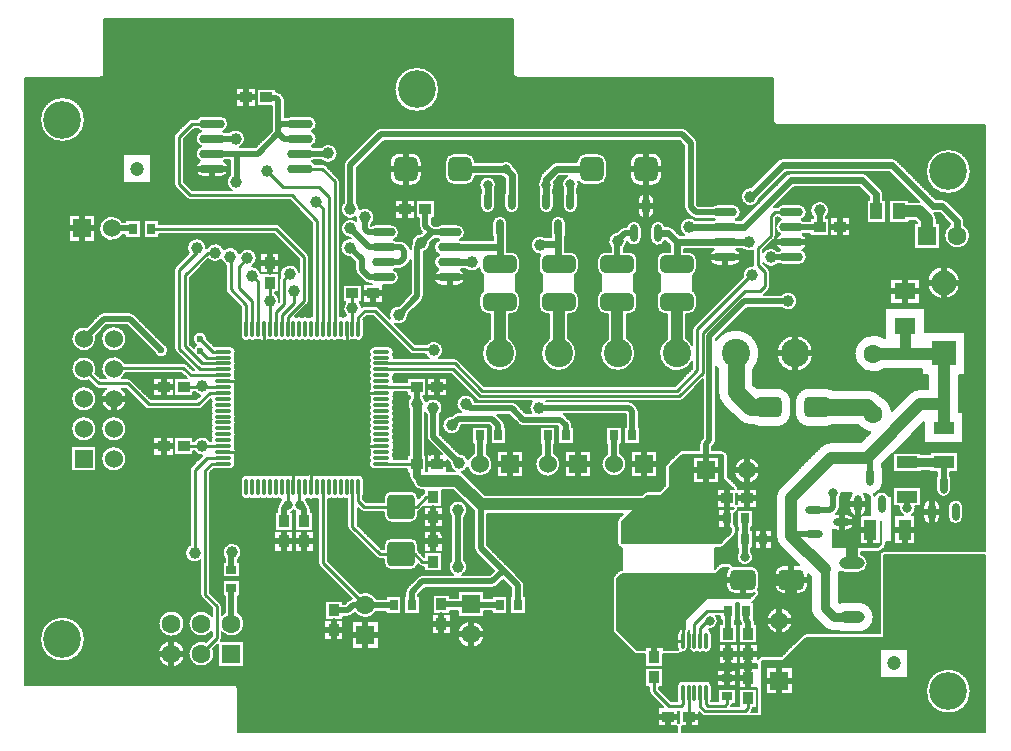
<source format=gtl>
G04 Layer_Physical_Order=1*
G04 Layer_Color=255*
%FSLAX24Y24*%
%MOIN*%
G70*
G01*
G75*
%ADD10C,0.0079*%
%ADD11C,0.0472*%
G04:AMPARAMS|DCode=12|XSize=279.5mil|YSize=218.5mil|CornerRadius=10.9mil|HoleSize=0mil|Usage=FLASHONLY|Rotation=0.000|XOffset=0mil|YOffset=0mil|HoleType=Round|Shape=RoundedRectangle|*
%AMROUNDEDRECTD12*
21,1,0.2795,0.1967,0,0,0.0*
21,1,0.2577,0.2185,0,0,0.0*
1,1,0.0219,0.1288,-0.0983*
1,1,0.0219,-0.1288,-0.0983*
1,1,0.0219,-0.1288,0.0983*
1,1,0.0219,0.1288,0.0983*
%
%ADD12ROUNDEDRECTD12*%
%ADD13O,0.0846X0.0394*%
%ADD14R,0.0276X0.0354*%
%ADD15O,0.0850X0.0295*%
%ADD16R,0.0394X0.0354*%
%ADD17R,0.0354X0.0394*%
%ADD18O,0.0591X0.0118*%
%ADD19O,0.0118X0.0591*%
%ADD20R,0.0394X0.0394*%
%ADD21R,0.0413X0.0689*%
%ADD22R,0.0689X0.0413*%
%ADD23O,0.0591X0.0281*%
%ADD24O,0.0281X0.0591*%
%ADD25R,0.0709X0.0551*%
G04:AMPARAMS|DCode=26|XSize=86.6mil|YSize=68.9mil|CornerRadius=17.2mil|HoleSize=0mil|Usage=FLASHONLY|Rotation=0.000|XOffset=0mil|YOffset=0mil|HoleType=Round|Shape=RoundedRectangle|*
%AMROUNDEDRECTD26*
21,1,0.0866,0.0344,0,0,0.0*
21,1,0.0522,0.0689,0,0,0.0*
1,1,0.0344,0.0261,-0.0172*
1,1,0.0344,-0.0261,-0.0172*
1,1,0.0344,-0.0261,0.0172*
1,1,0.0344,0.0261,0.0172*
%
%ADD26ROUNDEDRECTD26*%
%ADD27R,0.0354X0.0276*%
%ADD28O,0.0118X0.0571*%
%ADD29R,0.0728X0.0610*%
G04:AMPARAMS|DCode=30|XSize=110.2mil|YSize=59.1mil|CornerRadius=14.8mil|HoleSize=0mil|Usage=FLASHONLY|Rotation=0.000|XOffset=0mil|YOffset=0mil|HoleType=Round|Shape=RoundedRectangle|*
%AMROUNDEDRECTD30*
21,1,0.1102,0.0295,0,0,0.0*
21,1,0.0807,0.0591,0,0,0.0*
1,1,0.0295,0.0404,-0.0148*
1,1,0.0295,-0.0404,-0.0148*
1,1,0.0295,-0.0404,0.0148*
1,1,0.0295,0.0404,0.0148*
%
%ADD30ROUNDEDRECTD30*%
%ADD31O,0.0800X0.0295*%
G04:AMPARAMS|DCode=32|XSize=90.6mil|YSize=82.7mil|CornerRadius=12.4mil|HoleSize=0mil|Usage=FLASHONLY|Rotation=180.000|XOffset=0mil|YOffset=0mil|HoleType=Round|Shape=RoundedRectangle|*
%AMROUNDEDRECTD32*
21,1,0.0906,0.0579,0,0,180.0*
21,1,0.0657,0.0827,0,0,180.0*
1,1,0.0248,-0.0329,0.0289*
1,1,0.0248,0.0329,0.0289*
1,1,0.0248,0.0329,-0.0289*
1,1,0.0248,-0.0329,-0.0289*
%
%ADD32ROUNDEDRECTD32*%
%ADD33R,0.0413X0.0551*%
G04:AMPARAMS|DCode=34|XSize=82.7mil|YSize=78.7mil|CornerRadius=19.7mil|HoleSize=0mil|Usage=FLASHONLY|Rotation=270.000|XOffset=0mil|YOffset=0mil|HoleType=Round|Shape=RoundedRectangle|*
%AMROUNDEDRECTD34*
21,1,0.0827,0.0394,0,0,270.0*
21,1,0.0433,0.0787,0,0,270.0*
1,1,0.0394,-0.0197,-0.0217*
1,1,0.0394,-0.0197,0.0217*
1,1,0.0394,0.0197,0.0217*
1,1,0.0394,0.0197,-0.0217*
%
%ADD34ROUNDEDRECTD34*%
%ADD35C,0.0098*%
%ADD36C,0.0197*%
%ADD37C,0.0394*%
%ADD38C,0.0315*%
%ADD39C,0.0354*%
%ADD40C,0.0551*%
%ADD41C,0.0236*%
%ADD42C,0.0276*%
%ADD43C,0.0295*%
%ADD44C,0.1260*%
%ADD45R,0.0630X0.0630*%
%ADD46C,0.0630*%
%ADD47C,0.0600*%
%ADD48R,0.0600X0.0600*%
%ADD49R,0.0827X0.0827*%
%ADD50C,0.0827*%
%ADD51R,0.0600X0.0600*%
%ADD52R,0.0630X0.0630*%
%ADD53C,0.0945*%
%ADD54C,0.0394*%
%ADD55C,0.0315*%
%ADD56C,0.0236*%
G36*
X44760Y33058D02*
X44978Y33014D01*
X45189Y32941D01*
X45388Y32841D01*
X45572Y32715D01*
X45737Y32566D01*
X45739Y32564D01*
X45845Y32437D01*
X45929Y32296D01*
X45990Y32143D01*
X46032Y32009D01*
X46041Y31936D01*
X46022Y31865D01*
X45978Y31806D01*
X45916Y31766D01*
X45844Y31753D01*
X43239D01*
X43164Y31767D01*
X43100Y31807D01*
X43056Y31868D01*
X43036Y31941D01*
X43045Y32016D01*
X43085Y32146D01*
X43146Y32297D01*
X43229Y32436D01*
X43333Y32561D01*
X43338Y32566D01*
X43503Y32715D01*
X43687Y32841D01*
X43886Y32941D01*
X44097Y33014D01*
X44315Y33058D01*
X44537Y33073D01*
X44760Y33058D01*
D02*
G37*
G36*
X45911Y30694D02*
X45975Y30653D01*
X46019Y30593D01*
X46039Y30519D01*
X46030Y30444D01*
X45989Y30315D01*
X45929Y30164D01*
X45846Y30024D01*
X45742Y29899D01*
X45737Y29895D01*
X45572Y29746D01*
X45388Y29620D01*
X45189Y29520D01*
X44978Y29447D01*
X44760Y29403D01*
X44537Y29388D01*
X44315Y29403D01*
X44097Y29447D01*
X43886Y29520D01*
X43687Y29620D01*
X43503Y29746D01*
X43338Y29895D01*
X43335Y29897D01*
X43230Y30024D01*
X43146Y30165D01*
X43084Y30318D01*
X43043Y30452D01*
X43034Y30525D01*
X43053Y30596D01*
X43096Y30655D01*
X43158Y30694D01*
X43231Y30708D01*
X45836D01*
X45911Y30694D01*
D02*
G37*
D10*
X50020Y32209D02*
G03*
X50150Y32176I130J246D01*
G01*
X50460D02*
G03*
X50738Y32454I0J278D01*
G01*
D02*
G03*
X50460Y32732I-278J0D01*
G01*
X50558Y32911D02*
G03*
X50915Y32644I278J0D01*
G01*
X50150Y32732D02*
G03*
X50101Y32728I0J-278D01*
G01*
X50172Y32799D02*
G03*
X50236Y32953I-153J153D01*
G01*
X50173Y32800D02*
G03*
X50236Y32953I-153J153D01*
G01*
Y33255D02*
G03*
X50295Y33425I-217J170D01*
G01*
X50648D02*
G03*
X50558Y33221I189J-204D01*
G01*
X50915Y32644D02*
G03*
X51001Y32687I-79J267D01*
G01*
D02*
G03*
X51115Y32911I-165J224D01*
G01*
Y33221D02*
G03*
X51040Y33410I-278J0D01*
G01*
Y33410D02*
G03*
X51178Y33370I196J411D01*
G01*
X54604Y26821D02*
G03*
X54604Y26821I-748J0D01*
G01*
D02*
G03*
X54604Y26821I-748J0D01*
G01*
X44823Y28278D02*
G03*
X44837Y28209I177J0D01*
G01*
X45079Y28889D02*
G03*
X44823Y28730I-79J-159D01*
G01*
X47269Y30059D02*
G03*
X47402Y30089I0J310D01*
G01*
X46437Y30369D02*
G03*
X46747Y30059I310J0D01*
G01*
X46530Y30935D02*
G03*
X46437Y30714I217J-221D01*
G01*
X25076Y28554D02*
G03*
X25076Y28554I-748J0D01*
G01*
D02*
G03*
X25076Y28554I-748J0D01*
G01*
X28413Y28071D02*
G03*
X28413Y28071I-453J0D01*
G01*
X28394Y29071D02*
G03*
X28394Y29071I-433J0D01*
G01*
X29125Y28472D02*
G03*
X29394Y28071I-164J-401D01*
G01*
X29301Y29338D02*
G03*
X29301Y28803I-341J-268D01*
G01*
X28927Y30030D02*
G03*
X28976Y29911I167J0D01*
G01*
X28927Y30030D02*
G03*
X28976Y29911I167J0D01*
G01*
X28563Y31694D02*
G03*
X28927Y31181I167J-267D01*
G01*
X29394Y28071D02*
G03*
X29361Y28235I-433J0D01*
G01*
X30174Y26900D02*
G03*
X30037Y27038I-138J0D01*
G01*
X30174Y26900D02*
G03*
X30037Y27038I-138J0D01*
G01*
X29618Y28504D02*
G03*
X29636Y28579I-150J75D01*
G01*
X29618Y28504D02*
G03*
X29636Y28579I-150J75D01*
G01*
X29744Y29446D02*
G03*
X29636Y29357I217J-375D01*
G01*
Y29656D02*
G03*
X29587Y29774I-167J0D01*
G01*
X29636Y29656D02*
G03*
X29587Y29774I-167J0D01*
G01*
X29636Y28784D02*
G03*
X30394Y29071I325J286D01*
G01*
D02*
G03*
X30177Y29446I-433J0D01*
G01*
X30295Y31447D02*
G03*
X29744Y31239I-315J0D01*
G01*
X30177Y31201D02*
G03*
X30295Y31447I-197J246D01*
G01*
X30945Y33248D02*
G03*
X31142Y33248I98J147D01*
G01*
D02*
G03*
X31339Y33248I98J147D01*
G01*
X30748D02*
G03*
X30945Y33248I98J147D01*
G01*
X30551D02*
G03*
X30748Y33248I98J147D01*
G01*
X31339D02*
G03*
X31535Y33248I98J147D01*
G01*
X31550Y33066D02*
G03*
X31486Y32913I153J-153D01*
G01*
X31550Y33067D02*
G03*
X31486Y32913I153J-153D01*
G01*
X31535Y33248D02*
G03*
X31620Y33219I98J147D01*
G01*
X31955Y32795D02*
G03*
X32032Y32854I-124J246D01*
G01*
X31620Y33219D02*
G03*
X31557Y33074I211J-178D01*
G01*
X32844Y31098D02*
G03*
X32893Y30980I167J0D01*
G01*
X32844Y31098D02*
G03*
X32893Y30980I167J0D01*
G01*
X32032Y32854D02*
G03*
X32110Y32795I202J188D01*
G01*
X32508Y33074D02*
G03*
X32444Y33220I-274J-33D01*
G01*
D02*
G03*
X32501Y33237I-23J176D01*
G01*
X32598Y32894D02*
G03*
X32535Y33047I-217J0D01*
G01*
X32501Y33237D02*
G03*
X32735Y33237I117J158D01*
G01*
X32598Y32894D02*
G03*
X32535Y33047I-217J0D01*
G01*
X32735Y33237D02*
G03*
X32844Y33221I80J158D01*
G01*
X26457Y34567D02*
G03*
X26457Y34567I-418J0D01*
G01*
X25457Y35567D02*
G03*
X25457Y35567I-418J0D01*
G01*
Y36567D02*
G03*
X25457Y36567I-418J0D01*
G01*
X25411Y36958D02*
G03*
X25530Y36909I118J118D01*
G01*
X25411Y36958D02*
G03*
X25530Y36909I118J118D01*
G01*
X26457Y35567D02*
G03*
X26457Y35567I-418J0D01*
G01*
X25767Y36909D02*
G03*
X26477Y36567I273J-343D01*
G01*
D02*
G03*
X26312Y36909I-438J0D01*
G01*
X28612Y34311D02*
G03*
X28563Y34193I118J-118D01*
G01*
X28612Y34311D02*
G03*
X28563Y34193I118J-118D01*
G01*
X29391Y34232D02*
G03*
X29449Y34222I58J167D01*
G01*
X29921D02*
G03*
X30098Y34400I0J177D01*
G01*
D02*
G03*
X30069Y34498I-177J0D01*
G01*
Y34498D02*
G03*
X30098Y34596I-147J98D01*
G01*
D02*
G03*
X30079Y34676I-177J0D01*
G01*
X28719Y34823D02*
G03*
X28976Y34675I267J167D01*
G01*
X30276Y33396D02*
G03*
X30551Y33248I177J0D01*
G01*
X30079Y34676D02*
G03*
X30118Y34793I-158J117D01*
G01*
D02*
G03*
X30079Y34910I-197J0D01*
G01*
X30551Y34015D02*
G03*
X30276Y33868I-98J-147D01*
G01*
X30748Y34015D02*
G03*
X30551Y34015I-98J-147D01*
G01*
X31535D02*
G03*
X31339Y34015I-98J-147D01*
G01*
X31732D02*
G03*
X31535Y34015I-98J-147D01*
G01*
X30945D02*
G03*
X30748Y34015I-98J-147D01*
G01*
X31339D02*
G03*
X31142Y34015I-98J-147D01*
G01*
X31142D02*
G03*
X30945Y34015I-98J-147D01*
G01*
X31910Y34026D02*
G03*
X31732Y34015I-80J-158D01*
G01*
X32323D02*
G03*
X32145Y34026I-98J-147D01*
G01*
X32501D02*
G03*
X32323Y34015I-80J-158D01*
G01*
X32913D02*
G03*
X32735Y34026I-98J-147D01*
G01*
D02*
G03*
X32501Y34026I-117J-158D01*
G01*
X32145D02*
G03*
X31910Y34026I-117J-158D01*
G01*
X27086Y36260D02*
G03*
X27205Y36211I118J118D01*
G01*
X27086Y36260D02*
G03*
X27205Y36211I118J118D01*
G01*
X29253Y35157D02*
G03*
X28719Y35157I-267J-167D01*
G01*
X28855Y36211D02*
G03*
X28973Y36260I0J167D01*
G01*
X28855Y36211D02*
G03*
X28973Y36260I0J167D01*
G01*
X29302Y35679D02*
G03*
X29302Y35482I147J-98D01*
G01*
D02*
G03*
X29302Y35285I147J-98D01*
G01*
Y35876D02*
G03*
X29302Y35679I147J-98D01*
G01*
Y36073D02*
G03*
X29302Y35876I147J-98D01*
G01*
X30069Y35089D02*
G03*
X30098Y35187I-147J98D01*
G01*
X30079Y34910D02*
G03*
X30098Y34990I-158J80D01*
G01*
X29302Y35285D02*
G03*
X29274Y35157I147J-98D01*
G01*
X30098Y35187D02*
G03*
X30069Y35285I-177J0D01*
G01*
X30098Y34990D02*
G03*
X30069Y35089I-177J0D01*
G01*
Y35482D02*
G03*
X30098Y35581I-147J98D01*
G01*
X30069Y35285D02*
G03*
X30098Y35384I-147J98D01*
G01*
D02*
G03*
X30069Y35482I-177J0D01*
G01*
X30098Y35581D02*
G03*
X30069Y35679I-177J0D01*
G01*
X29302Y36270D02*
G03*
X29302Y36073I147J-98D01*
G01*
X30098Y35778D02*
G03*
X30069Y35876I-177J0D01*
G01*
Y35679D02*
G03*
X30098Y35778I-147J98D01*
G01*
X30069Y36073D02*
G03*
X30098Y36171I-147J98D01*
G01*
X30069Y35876D02*
G03*
X30098Y35974I-147J98D01*
G01*
D02*
G03*
X30069Y36073I-177J0D01*
G01*
X28743Y36791D02*
G03*
X28915Y36674I253J187D01*
G01*
X30098Y36171D02*
G03*
X30069Y36270I-177J0D01*
G01*
X29302Y36467D02*
G03*
X29302Y36270I147J-98D01*
G01*
X30069D02*
G03*
X30098Y36368I-147J98D01*
G01*
D02*
G03*
X30069Y36467I-177J0D01*
G01*
X29272Y36558D02*
G03*
X29302Y36467I177J7D01*
G01*
X30069D02*
G03*
X30098Y36565I-147J98D01*
G01*
D02*
G03*
X30069Y36663I-177J0D01*
G01*
X30098Y36762D02*
G03*
X30069Y36860I-177J0D01*
G01*
Y36663D02*
G03*
X30098Y36762I-147J98D01*
G01*
X30069Y36860D02*
G03*
X30098Y36959I-147J98D01*
G01*
D02*
G03*
X30079Y37038I-177J0D01*
G01*
D02*
G03*
X30118Y37156I-158J117D01*
G01*
X33839Y29301D02*
G03*
X33992Y29365I0J217D01*
G01*
X33839Y29301D02*
G03*
X33992Y29365I0J217D01*
G01*
X34067Y29440D02*
G03*
X34791Y29469I353J251D01*
G01*
X33970Y29903D02*
G03*
X33858Y29844I42J-212D01*
G01*
X33970Y29903D02*
G03*
X33859Y29844I42J-212D01*
G01*
X33829Y32303D02*
G03*
X33878Y32185I167J0D01*
G01*
X33829Y32303D02*
G03*
X33878Y32185I167J0D01*
G01*
X34798Y29902D02*
G03*
X34255Y30092I-378J-211D01*
G01*
X35039Y31108D02*
G03*
X35282Y30866I242J0D01*
G01*
X34783Y31279D02*
G03*
X34902Y31230I118J118D01*
G01*
X34783Y31279D02*
G03*
X34902Y31230I118J118D01*
G01*
X35282Y31929D02*
G03*
X35039Y31687I0J-242D01*
G01*
X35821Y30281D02*
G03*
X35758Y30128I153J-153D01*
G01*
X35821Y30281D02*
G03*
X35758Y30128I153J-153D01*
G01*
X38396Y28715D02*
G03*
X38396Y28715I-453J0D01*
G01*
X36329Y30699D02*
G03*
X36175Y30635I0J-217D01*
G01*
X35939Y30866D02*
G03*
X36174Y31050I0J242D01*
G01*
X36329Y30699D02*
G03*
X36176Y30635I0J-217D01*
G01*
X36201Y31023D02*
G03*
X36319Y30974I118J118D01*
G01*
X36201Y31023D02*
G03*
X36319Y30974I118J118D01*
G01*
X36181Y31687D02*
G03*
X35939Y31929I-242J0D01*
G01*
X37662Y30699D02*
G03*
X37825Y30974I-152J276D01*
G01*
X37293Y31203D02*
G03*
X37357Y30699I217J-229D01*
G01*
X37825Y30974D02*
G03*
X37726Y31203I-315J0D01*
G01*
X34252Y32854D02*
G03*
X34370Y32805I118J118D01*
G01*
X34252Y32854D02*
G03*
X34370Y32805I118J118D01*
G01*
X33110Y34015D02*
G03*
X32913Y34015I-98J-147D01*
G01*
X33179Y33221D02*
G03*
X33307Y33248I30J175D01*
G01*
Y34015D02*
G03*
X33110Y34015I-98J-147D01*
G01*
X33307Y33248D02*
G03*
X33504Y33248I98J147D01*
G01*
D02*
G03*
X33701Y33248I98J147D01*
G01*
X33504Y34015D02*
G03*
X33307Y34015I-98J-147D01*
G01*
X33701Y33248D02*
G03*
X33829Y33221I98J147D01*
G01*
X33701Y34015D02*
G03*
X33504Y34015I-98J-147D01*
G01*
X33898D02*
G03*
X33701Y34015I-98J-147D01*
G01*
X34094D02*
G03*
X33898Y34015I-98J-147D01*
G01*
X34360Y33337D02*
G03*
X34370Y33396I-167J58D01*
G01*
Y33868D02*
G03*
X34094Y34015I-177J0D01*
G01*
X35039Y32683D02*
G03*
X35282Y32441I242J0D01*
G01*
Y33504D02*
G03*
X35039Y33262I0J-242D01*
G01*
X34577Y34498D02*
G03*
X34724Y34222I147J-98D01*
G01*
X35886Y33996D02*
G03*
X35961Y33815I256J0D01*
G01*
X34577Y34695D02*
G03*
X34577Y34498I147J-98D01*
G01*
X35197Y34222D02*
G03*
X35255Y34232I0J177D01*
G01*
X34566Y34873D02*
G03*
X34577Y34695I158J-80D01*
G01*
X34566Y35107D02*
G03*
X34566Y34873I158J-117D01*
G01*
X34577Y35285D02*
G03*
X34566Y35107I147J-98D01*
G01*
X34577Y35482D02*
G03*
X34577Y35285I147J-98D01*
G01*
Y35679D02*
G03*
X34577Y35482I147J-98D01*
G01*
Y36073D02*
G03*
X34577Y35876I147J-98D01*
G01*
Y36270D02*
G03*
X34577Y36073I147J-98D01*
G01*
Y36467D02*
G03*
X34577Y36270I147J-98D01*
G01*
Y35876D02*
G03*
X34577Y35679I147J-98D01*
G01*
X35374Y36171D02*
G03*
X35344Y36270I-177J0D01*
G01*
X34566Y36879D02*
G03*
X34566Y36645I158J-117D01*
G01*
D02*
G03*
X34577Y36467I158J-80D01*
G01*
Y37254D02*
G03*
X34577Y37057I147J-98D01*
G01*
Y37057D02*
G03*
X34566Y36879I147J-98D01*
G01*
X35344Y34695D02*
G03*
X35374Y34793I-147J98D01*
G01*
Y34596D02*
G03*
X35344Y34695I-177J0D01*
G01*
X35355Y35107D02*
G03*
X35374Y35187I-158J80D01*
G01*
Y34793D02*
G03*
X35355Y34873I-177J0D01*
G01*
X35394Y34990D02*
G03*
X35355Y35107I-197J0D01*
G01*
Y34873D02*
G03*
X35394Y34990I-158J117D01*
G01*
X35374Y35384D02*
G03*
X35344Y35482I-177J0D01*
G01*
Y35285D02*
G03*
X35374Y35384I-147J98D01*
G01*
Y35778D02*
G03*
X35344Y35876I-177J0D01*
G01*
Y35482D02*
G03*
X35374Y35581I-147J98D01*
G01*
D02*
G03*
X35344Y35679I-177J0D01*
G01*
X35374Y35187D02*
G03*
X35344Y35285I-177J0D01*
G01*
Y35679D02*
G03*
X35374Y35778I-147J98D01*
G01*
Y35974D02*
G03*
X35344Y36073I-177J0D01*
G01*
Y35876D02*
G03*
X35374Y35974I-147J98D01*
G01*
X35344Y36073D02*
G03*
X35374Y36171I-147J98D01*
G01*
Y36368D02*
G03*
X35344Y36467I-177J0D01*
G01*
Y36270D02*
G03*
X35374Y36368I-147J98D01*
G01*
X35344Y36467D02*
G03*
X35374Y36565I-147J98D01*
G01*
D02*
G03*
X35355Y36645I-177J0D01*
G01*
D02*
G03*
X35394Y36762I-158J117D01*
G01*
X35925Y36636D02*
G03*
X35866Y36255I217J-229D01*
G01*
X35939Y32441D02*
G03*
X36181Y32683I0J242D01*
G01*
Y32810D02*
G03*
X36260Y32854I-39J163D01*
G01*
X36181Y32810D02*
G03*
X36260Y32854I-39J163D01*
G01*
X36181Y33262D02*
G03*
X35939Y33504I-242J0D01*
G01*
X36388Y33440D02*
G03*
X36338Y33406I69J-152D01*
G01*
X36388Y33440D02*
G03*
X36338Y33406I69J-152D01*
G01*
X35886Y33996D02*
G03*
X35961Y33815I256J0D01*
G01*
X35988Y33787D02*
G03*
X36300Y33524I311J51D01*
G01*
X35988Y33787D02*
G03*
X36299Y33524I311J51D01*
G01*
X37825Y32864D02*
G03*
X37293Y32635I-315J0D01*
G01*
X37726D02*
G03*
X37825Y32864I-217J229D01*
G01*
X37713Y34061D02*
G03*
X37628Y34122I-223J-222D01*
G01*
X37713Y34061D02*
G03*
X37628Y34122I-223J-223D01*
G01*
X37244Y34438D02*
G03*
X37407Y34154I315J-9D01*
G01*
X37628Y34122D02*
G03*
X37838Y34283I-69J307D01*
G01*
X37853Y34542D02*
G03*
X37550Y34744I-294J-113D01*
G01*
X37838Y34283D02*
G03*
X38660Y34390I404J107D01*
G01*
X38031Y34751D02*
G03*
X37853Y34542I211J-361D01*
G01*
X36467Y35305D02*
G03*
X36530Y35152I217J0D01*
G01*
X36467Y35305D02*
G03*
X36530Y35152I217J0D01*
G01*
X36417Y36101D02*
G03*
X36467Y36041I266J169D01*
G01*
X36998Y36270D02*
G03*
X36448Y36480I-315J0D01*
G01*
X36448D02*
G03*
X36358Y36636I-307J-72D01*
G01*
X36900Y36041D02*
G03*
X36998Y36270I-217J229D01*
G01*
X37312Y36004D02*
G03*
X37618Y35689I-9J-315D01*
G01*
X37520Y36122D02*
G03*
X37366Y36058I0J-217D01*
G01*
X37520Y36122D02*
G03*
X37367Y36059I0J-217D01*
G01*
X38083Y36467D02*
G03*
X37623Y36122I-307J-69D01*
G01*
X25457Y37567D02*
G03*
X25192Y37178I-418J0D01*
G01*
X25429Y37414D02*
G03*
X25457Y37567I-389J153D01*
G01*
X25139Y38973D02*
G03*
X25457Y38567I-100J-406D01*
G01*
D02*
G03*
X25445Y38667I-418J0D01*
G01*
X26402Y37776D02*
G03*
X25774Y37244I-362J-209D01*
G01*
X26305D02*
G03*
X26438Y37441I-266J323D01*
G01*
X26624Y37195D02*
G03*
X26506Y37244I-118J-118D01*
G01*
X26624Y37195D02*
G03*
X26506Y37244I-118J-118D01*
G01*
X26457Y38567D02*
G03*
X26457Y38567I-418J0D01*
G01*
X27398Y38093D02*
G03*
X27854Y38179I220J86D01*
G01*
X25705Y39449D02*
G03*
X25551Y39385I0J-217D01*
G01*
X25705Y39449D02*
G03*
X25552Y39385I0J-217D01*
G01*
X26718Y39385D02*
G03*
X26565Y39449I-153J-153D01*
G01*
X26718Y39385D02*
G03*
X26565Y39449I-153J-153D01*
G01*
X28465Y37727D02*
G03*
X28346Y37776I-118J-118D01*
G01*
X28465Y37727D02*
G03*
X28346Y37776I-118J-118D01*
G01*
X27854Y38179D02*
G03*
X27704Y38399I-236J0D01*
G01*
X28061Y38243D02*
G03*
X28110Y38124I167J0D01*
G01*
X28061Y38243D02*
G03*
X28110Y38124I167J0D01*
G01*
X30098Y37352D02*
G03*
X30069Y37451I-177J0D01*
G01*
Y37451D02*
G03*
X30098Y37549I-147J98D01*
G01*
X30069Y37844D02*
G03*
X30098Y37943I-147J98D01*
G01*
Y37746D02*
G03*
X30069Y37844I-177J0D01*
G01*
X30098Y38140D02*
G03*
X29921Y38317I-177J0D01*
G01*
X30098Y37943D02*
G03*
X30069Y38041I-177J0D01*
G01*
Y38041D02*
G03*
X30098Y38140I-147J98D01*
G01*
X28790Y38368D02*
G03*
X28699Y38259I128J-199D01*
G01*
X29449Y38317D02*
G03*
X29405Y38312I0J-177D01*
G01*
X30079Y37273D02*
G03*
X30098Y37352I-158J80D01*
G01*
X30118Y37156D02*
G03*
X30079Y37273I-197J0D01*
G01*
X30098Y37549D02*
G03*
X30069Y37648I-177J0D01*
G01*
D02*
G03*
X30098Y37746I-147J98D01*
G01*
X30276Y38671D02*
G03*
X30551Y38524I177J0D01*
G01*
X30748D02*
G03*
X30926Y38513I98J147D01*
G01*
D02*
G03*
X31160Y38513I117J158D01*
G01*
X31339Y38524D02*
G03*
X31535Y38524I98J147D01*
G01*
X31732D02*
G03*
X31929Y38524I98J147D01*
G01*
X31535D02*
G03*
X31732Y38524I98J147D01*
G01*
X30551D02*
G03*
X30748Y38524I98J147D01*
G01*
X31160Y38513D02*
G03*
X31339Y38524I80J158D01*
G01*
X29144Y38573D02*
G03*
X28790Y38368I-236J-0D01*
G01*
X30285Y39202D02*
G03*
X30276Y39144I167J-58D01*
G01*
X28110Y40994D02*
G03*
X28061Y40876I118J-118D01*
G01*
X28110Y40994D02*
G03*
X28061Y40876I118J-118D01*
G01*
X29764Y40217D02*
G03*
X29813Y40098I167J0D01*
G01*
X29764Y40217D02*
G03*
X29813Y40098I167J0D01*
G01*
X29114Y41604D02*
G03*
X28540Y41425I-315J0D01*
G01*
X29152Y41604D02*
G03*
X29114Y41597I11J-167D01*
G01*
X29152Y41604D02*
G03*
X29114Y41597I11J-167D01*
G01*
X29715Y41547D02*
G03*
X29152Y41604I-295J-110D01*
G01*
X29187Y41224D02*
G03*
X29626Y41199I232J213D01*
G01*
D02*
G03*
X29764Y41036I295J110D01*
G01*
X30218Y41415D02*
G03*
X29715Y41547I-297J-106D01*
G01*
X30925Y40802D02*
G03*
X30645Y40984I-285J-133D01*
G01*
X30939Y40768D02*
G03*
X30925Y40802I-299J-98D01*
G01*
X30645Y40984D02*
G03*
X30807Y41260I-152J276D01*
G01*
X31555Y39843D02*
G03*
X31407Y40109I-315J0D01*
G01*
X31552Y39801D02*
G03*
X31555Y39843I-312J42D01*
G01*
X31593Y40657D02*
G03*
X31555Y40551I130J-106D01*
G01*
X31593Y40657D02*
G03*
X31555Y40551I130J-106D01*
G01*
X30807Y41260D02*
G03*
X30218Y41415I-315J0D01*
G01*
X26328Y42461D02*
G03*
X26328Y42028I-358J-217D01*
G01*
X28041Y43740D02*
G03*
X28090Y43621I167J0D01*
G01*
X28041Y43740D02*
G03*
X28090Y43621I167J0D01*
G01*
X25076Y45876D02*
G03*
X25076Y45876I-748J0D01*
G01*
D02*
G03*
X25076Y45876I-748J0D01*
G01*
X25588Y47274D02*
G03*
X25726Y47412I0J138D01*
G01*
X25588Y47274D02*
G03*
X25726Y47412I0J138D01*
G01*
X28090Y45414D02*
G03*
X28041Y45295I118J-118D01*
G01*
X28090Y45414D02*
G03*
X28041Y45295I118J-118D01*
G01*
X28474Y43238D02*
G03*
X28592Y43189I118J118D01*
G01*
X28474Y43238D02*
G03*
X28592Y43189I118J118D01*
G01*
X28918Y44499D02*
G03*
X29034Y43953I116J-261D01*
G01*
X28944Y44988D02*
G03*
X28918Y44499I90J-250D01*
G01*
X29704D02*
G03*
X29742Y44522I-116J239D01*
G01*
X31555Y42353D02*
G03*
X31437Y42402I-118J-118D01*
G01*
X31555Y42353D02*
G03*
X31437Y42402I-118J-118D01*
G01*
X29921Y44045D02*
G03*
X29966Y43524I197J-246D01*
G01*
X29588Y43953D02*
G03*
X29874Y44238I0J285D01*
G01*
D02*
G03*
X29704Y44499I-285J0D01*
G01*
X28944Y45488D02*
G03*
X28944Y44988I90J-250D01*
G01*
X28652Y45906D02*
G03*
X28533Y45856I0J-167D01*
G01*
X28652Y45906D02*
G03*
X28533Y45856I0J-167D01*
G01*
X28827Y45571D02*
G03*
X28944Y45488I206J167D01*
G01*
X29034Y46004D02*
G03*
X28827Y45906I0J-266D01*
G01*
X29854Y45738D02*
G03*
X29588Y46004I-266J0D01*
G01*
X30240Y44955D02*
G03*
X30413Y45236I-141J281D01*
G01*
D02*
G03*
X29870Y45453I-315J0D01*
G01*
X29745D02*
G03*
X29679Y45488I-157J-215D01*
G01*
D02*
G03*
X29854Y45738I-90J250D01*
G01*
X31984Y46004D02*
G03*
X31830Y45955I0J-266D01*
G01*
X31742Y46516D02*
G03*
X31679Y46669I-217J0D01*
G01*
X31742Y46516D02*
G03*
X31678Y46669I-217J0D01*
G01*
X31600Y46747D02*
G03*
X31447Y46811I-153J-153D01*
G01*
X31600Y46748D02*
G03*
X31447Y46811I-153J-153D01*
G01*
X31929Y38524D02*
G03*
X32126Y38524I98J147D01*
G01*
X32126D02*
G03*
X32323Y38524I98J147D01*
G01*
X32126Y39291D02*
G03*
X32087Y39311I-98J-147D01*
G01*
X32323Y38524D02*
G03*
X32520Y38524I98J147D01*
G01*
X32520D02*
G03*
X32717Y38524I98J147D01*
G01*
X33110D02*
G03*
X33307Y38524I98J147D01*
G01*
X32717D02*
G03*
X32913Y38524I98J147D01*
G01*
D02*
G03*
X33110Y38524I98J147D01*
G01*
X33504D02*
G03*
X33682Y38513I98J147D01*
G01*
D02*
G03*
X33916Y38513I117J158D01*
G01*
X33307Y38524D02*
G03*
X33504Y38524I98J147D01*
G01*
X34094D02*
G03*
X34370Y38671I98J147D01*
G01*
X33916Y38513D02*
G03*
X34094Y38524I80J158D01*
G01*
X34370Y39144D02*
G03*
X34360Y39202I-177J0D01*
G01*
X32323Y39291D02*
G03*
X32126Y39291I-98J-147D01*
G01*
X32520D02*
G03*
X32323Y39291I-98J-147D01*
G01*
X32648Y39318D02*
G03*
X32520Y39291I-30J-175D01*
G01*
X33682Y39302D02*
G03*
X33573Y39318I-80J-158D01*
G01*
X33788Y39340D02*
G03*
X33682Y39302I11J-197D01*
G01*
X33758Y39783D02*
G03*
X33788Y39340I238J-207D01*
G01*
X34305Y39639D02*
G03*
X34234Y39783I-309J-62D01*
G01*
X34409Y39675D02*
G03*
X34305Y39639I0J-167D01*
G01*
X34409Y39675D02*
G03*
X34305Y39639I0J-167D01*
G01*
X34577Y37648D02*
G03*
X34577Y37451I147J-98D01*
G01*
Y37451D02*
G03*
X34577Y37254I147J-98D01*
G01*
X34724Y38317D02*
G03*
X34577Y38041I0J-177D01*
G01*
Y37844D02*
G03*
X34577Y37648I147J-98D01*
G01*
Y38041D02*
G03*
X34577Y37844I147J-98D01*
G01*
X35344Y37254D02*
G03*
X35374Y37352I-147J98D01*
G01*
Y37156D02*
G03*
X35344Y37254I-177J0D01*
G01*
X35374Y38140D02*
G03*
X35197Y38317I-177J0D01*
G01*
X35374Y37943D02*
G03*
X35344Y38041I-177J0D01*
G01*
Y38041D02*
G03*
X35374Y38140I-147J98D01*
G01*
X34853Y39626D02*
G03*
X34734Y39675I-118J-118D01*
G01*
X34853Y39626D02*
G03*
X34734Y39675I-118J-118D01*
G01*
X35530Y39675D02*
G03*
X35242Y39237I1J-315D01*
G01*
X32490Y39714D02*
G03*
X32539Y39833I-118J118D01*
G01*
X32490Y39714D02*
G03*
X32539Y39833I-118J118D01*
G01*
X32205Y40806D02*
G03*
X31593Y40657I-305J-78D01*
G01*
X32539Y41299D02*
G03*
X32490Y41418I-167J0D01*
G01*
X32539Y41299D02*
G03*
X32490Y41418I-167J0D01*
G01*
X34408Y40463D02*
G03*
X34561Y40400I153J153D01*
G01*
X34408Y40463D02*
G03*
X34561Y40400I153J153D01*
G01*
X33948Y41917D02*
G03*
X33916Y41289I-41J-312D01*
G01*
X35282Y40350D02*
G03*
X35548Y40616I0J266D01*
G01*
X34085Y40876D02*
G03*
X34148Y40723I217J0D01*
G01*
X34085Y40876D02*
G03*
X34148Y40723I217J0D01*
G01*
X36415Y38051D02*
G03*
X36534Y37913I288J128D01*
G01*
X35408Y39070D02*
G03*
X35846Y39360I123J290D01*
G01*
X35905Y38100D02*
G03*
X36024Y38051I118J118D01*
G01*
X35905Y38100D02*
G03*
X36024Y38051I118J118D01*
G01*
X36872Y37913D02*
G03*
X37018Y38179I-169J266D01*
G01*
X37524Y37864D02*
G03*
X37406Y37913I-118J-118D01*
G01*
X37524Y37864D02*
G03*
X37406Y37913I-118J-118D01*
G01*
X37018Y38179D02*
G03*
X36465Y38386I-315J0D01*
G01*
X35548Y40616D02*
G03*
X35372Y40866I-266J0D01*
G01*
D02*
G03*
X35436Y40900I-90J250D01*
G01*
X36304Y39837D02*
G03*
X36368Y39990I-153J153D01*
G01*
X36305Y39837D02*
G03*
X36368Y39990I-153J153D01*
G01*
X35585Y40900D02*
G03*
X35738Y40963I0J217D01*
G01*
X35585Y40900D02*
G03*
X35738Y40963I0J217D01*
G01*
X35772Y41769D02*
G03*
X35618Y41833I-153J-153D01*
G01*
X35771Y41769D02*
G03*
X35618Y41833I-153J-153D01*
G01*
X35935Y41570D02*
G03*
X35881Y41659I-207J-65D01*
G01*
X35436Y41833D02*
G03*
X35372Y41866I-154J-217D01*
G01*
D02*
G03*
X35548Y42116I-90J250D01*
G01*
X35881Y41107D02*
G03*
X35935Y41195I-153J153D01*
G01*
X35881Y41106D02*
G03*
X35935Y41195I-153J153D01*
G01*
Y41570D02*
G03*
X35881Y41659I-207J-65D01*
G01*
X36368Y41460D02*
G03*
X36594Y41762I-89J302D01*
G01*
X35965Y41744D02*
G03*
X35935Y41634I187J-110D01*
G01*
X35965Y41744D02*
G03*
X35935Y41634I187J-110D01*
G01*
X36288Y42077D02*
G03*
X35965Y41744I-9J-315D01*
G01*
X37482Y40331D02*
G03*
X37767Y40616I0J285D01*
G01*
X36861Y40877D02*
G03*
X36977Y40331I116J-261D01*
G01*
X36887Y41366D02*
G03*
X36861Y40877I90J-250D01*
G01*
X36887Y41866D02*
G03*
X36887Y41366I90J-250D01*
G01*
X37604Y41852D02*
G03*
X37572Y41866I-122J-236D01*
G01*
X37767Y40616D02*
G03*
X37598Y40877I-285J0D01*
G01*
X37781Y40880D02*
G03*
X38228Y40925I201J242D01*
G01*
X36823Y41900D02*
G03*
X36887Y41866I154J217D01*
G01*
X37572D02*
G03*
X37748Y42116I-90J250D01*
G01*
X33105Y44356D02*
G03*
X32986Y44406I-118J-118D01*
G01*
X33105Y44356D02*
G03*
X32986Y44406I-118J-118D01*
G01*
X33573Y43819D02*
G03*
X33524Y43937I-167J0D01*
G01*
X33573Y43819D02*
G03*
X33524Y43937I-167J0D01*
G01*
X34121Y42493D02*
G03*
X33936Y41929I-193J-249D01*
G01*
X34095Y42623D02*
G03*
X34121Y42493I315J-5D01*
G01*
X33701Y43113D02*
G03*
X34095Y42623I217J-229D01*
G01*
X34232Y42884D02*
G03*
X34134Y43113I-315J0D01*
G01*
X34724Y42618D02*
G03*
X34232Y42878I-315J0D01*
G01*
X34626Y42389D02*
G03*
X34724Y42618I-217J229D01*
G01*
X34777Y42382D02*
G03*
X34626Y42335I0J-266D01*
G01*
X33764Y44513D02*
G03*
X33701Y44360I153J-153D01*
G01*
X33765Y44514D02*
G03*
X33701Y44360I153J-153D01*
G01*
X32629Y44488D02*
G03*
X32692Y44522I-90J250D01*
G01*
Y44955D02*
G03*
X32629Y44988I-154J-217D01*
G01*
X32745Y44406D02*
G03*
X32629Y44488I-206J-167D01*
G01*
X32804Y45238D02*
G03*
X32629Y45488I-266J0D01*
G01*
Y44988D02*
G03*
X32804Y45238I-90J250D01*
G01*
Y45738D02*
G03*
X32538Y46004I-266J0D01*
G01*
X32629Y45488D02*
G03*
X32804Y45738I-90J250D01*
G01*
X33504Y44744D02*
G03*
X32955Y44955I-315J0D01*
G01*
X32966Y44522D02*
G03*
X33504Y44744I223J222D01*
G01*
X35548Y42116D02*
G03*
X35282Y42382I-266J0D01*
G01*
X36211Y42323D02*
G03*
X36274Y42169I217J0D01*
G01*
X36211Y42323D02*
G03*
X36274Y42170I217J0D01*
G01*
X35236Y44006D02*
G03*
X35571Y43671I335J0D01*
G01*
Y44774D02*
G03*
X35236Y44439I0J-335D01*
G01*
X35965Y43671D02*
G03*
X36299Y44006I0J335D01*
G01*
Y44439D02*
G03*
X35965Y44774I-335J0D01*
G01*
X36977Y42382D02*
G03*
X36823Y42333I0J-266D01*
G01*
X37748Y42116D02*
G03*
X37482Y42382I-266J0D01*
G01*
X37067Y44006D02*
G03*
X37382Y43691I315J0D01*
G01*
Y44754D02*
G03*
X37067Y44439I0J-315D01*
G01*
X37776Y43691D02*
G03*
X38090Y43986I0J315D01*
G01*
Y44459D02*
G03*
X37776Y44754I-314J-20D01*
G01*
X34941Y45600D02*
G03*
X34788Y45537I0J-217D01*
G01*
X34941Y45600D02*
G03*
X34787Y45537I0J-217D01*
G01*
X36887Y46880D02*
G03*
X36887Y46880I-748J0D01*
G01*
D02*
G03*
X36887Y46880I-748J0D01*
G01*
X42667Y28858D02*
G03*
X42713Y28747I157J0D01*
G01*
X43363Y28098D02*
G03*
X43474Y28051I112J111D01*
G01*
X42667Y28858D02*
G03*
X42714Y28747I157J0D01*
G01*
X38661Y30266D02*
G03*
X38815Y30329I0J217D01*
G01*
X38661Y30266D02*
G03*
X38815Y30329I0J217D01*
G01*
X39724Y30355D02*
G03*
X39660Y30508I-217J0D01*
G01*
X38054Y31591D02*
G03*
X38118Y31438I217J0D01*
G01*
X38054Y31591D02*
G03*
X38118Y31438I217J0D01*
G01*
X39724Y30355D02*
G03*
X39661Y30508I-217J0D01*
G01*
X42713Y30682D02*
G03*
X42667Y30571I111J-111D01*
G01*
X42714Y30682D02*
G03*
X42667Y30571I111J-112D01*
G01*
X42972Y30876D02*
G03*
X42861Y30830I0J-157D01*
G01*
X42972Y30876D02*
G03*
X42861Y30830I0J-157D01*
G01*
X42972Y30876D02*
G03*
X42861Y30830I0J-157D01*
G01*
X42861Y32582D02*
G03*
X42815Y32470I111J-111D01*
G01*
Y31752D02*
G03*
X42972Y31594I157J0D01*
G01*
X42815Y31752D02*
G03*
X42972Y31594I157J0D01*
G01*
X42861Y32582D02*
G03*
X42815Y32470I111J-112D01*
G01*
X43888Y26821D02*
G03*
X43937Y26703I167J0D01*
G01*
X44823Y26545D02*
G03*
X44827Y26506I177J0D01*
G01*
X43888Y26821D02*
G03*
X43937Y26703I167J0D01*
G01*
X45960Y26506D02*
G03*
X45965Y26545I-173J39D01*
G01*
X46618Y26329D02*
G03*
X46641Y26388I-142J89D01*
G01*
X46618Y26329D02*
G03*
X46641Y26388I-142J89D01*
G01*
X45098Y27145D02*
G03*
X44823Y26998I-98J-147D01*
G01*
X45295Y27145D02*
G03*
X45098Y27145I-98J-147D01*
G01*
X45492D02*
G03*
X45295Y27145I-98J-147D01*
G01*
X45689D02*
G03*
X45492Y27145I-98J-147D01*
G01*
X45965Y26998D02*
G03*
X45689Y27145I-177J0D01*
G01*
X43363Y28097D02*
G03*
X43474Y28051I111J111D01*
G01*
X44837D02*
G03*
X44956Y28106I0J157D01*
G01*
X44837Y28051D02*
G03*
X44956Y28106I0J157D01*
G01*
D02*
G03*
X45177Y28278I44J172D01*
G01*
X45492Y28130D02*
G03*
X45689Y28130I98J147D01*
G01*
X43829Y33484D02*
G03*
X43717Y33438I0J-157D01*
G01*
X43829Y33484D02*
G03*
X43717Y33438I0J-157D01*
G01*
X45177Y28730D02*
G03*
X45174Y28764I-177J0D01*
G01*
D02*
G03*
X45226Y28834I-95J125D01*
G01*
X45174Y28764D02*
G03*
X45226Y28834I-95J125D01*
G01*
X45217Y28278D02*
G03*
X45492Y28130I177J0D01*
G01*
X45689D02*
G03*
X45965Y28278I98J147D01*
G01*
X45226Y28789D02*
G03*
X45217Y28730I167J-58D01*
G01*
X45965D02*
G03*
X45882Y28880I-177J0D01*
G01*
D02*
G03*
X46174Y29155I15J275D01*
G01*
D02*
G03*
X46110Y29331I-276J0D01*
G01*
X46319Y31093D02*
G03*
X46207Y31046I0J-157D01*
G01*
X46319Y31093D02*
G03*
X46208Y31046I0J-157D01*
G01*
X46676Y30995D02*
G03*
X46530Y31093I-146J-60D01*
G01*
X46676Y30995D02*
G03*
X46530Y31093I-146J-60D01*
G01*
X46250Y31594D02*
G03*
X46361Y31641I0J157D01*
G01*
X46250Y31594D02*
G03*
X46362Y31641I0J157D01*
G01*
X46747Y31004D02*
G03*
X46676Y30995I0J-290D01*
G01*
X46735Y32014D02*
G03*
X46782Y32126I-111J112D01*
G01*
Y32264D02*
G03*
X46723Y32387I-157J0D01*
G01*
Y32748D02*
G03*
X46775Y32783I-59J146D01*
G01*
X46723Y32748D02*
G03*
X46775Y32782I-59J146D01*
G01*
X46735Y32015D02*
G03*
X46782Y32126I-111J111D01*
G01*
Y32264D02*
G03*
X46723Y32387I-157J0D01*
G01*
X38660Y34390D02*
G03*
X38465Y34744I-418J0D01*
G01*
X40285Y34745D02*
G03*
X40924Y34390I220J-355D01*
G01*
D02*
G03*
X40718Y34750I-418J0D01*
G01*
X39542Y35713D02*
G03*
X39695Y35650I153J153D01*
G01*
X39541Y35713D02*
G03*
X39695Y35650I153J153D01*
G01*
X39075Y35689D02*
G03*
X39011Y35843I-217J0D01*
G01*
X38130Y36535D02*
G03*
X38248Y36486I118J118D01*
G01*
X38130Y36535D02*
G03*
X38248Y36486I118J118D01*
G01*
X39075Y35689D02*
G03*
X39011Y35842I-217J0D01*
G01*
X39464Y36403D02*
G03*
X39311Y36467I-153J-153D01*
G01*
X39464Y36403D02*
G03*
X39311Y36467I-153J-153D01*
G01*
X41078Y36019D02*
G03*
X41034Y36053I-153J-153D01*
G01*
X39978Y36486D02*
G03*
X39953Y36083I229J-217D01*
G01*
X41329Y35679D02*
G03*
X41265Y35833I-217J0D01*
G01*
X41329Y35679D02*
G03*
X41265Y35832I-217J0D01*
G01*
X41079Y36019D02*
G03*
X41034Y36053I-153J-153D01*
G01*
X42490Y34745D02*
G03*
X43129Y34390I220J-355D01*
G01*
D02*
G03*
X42923Y34750I-418J0D01*
G01*
X44466Y34403D02*
G03*
X44419Y34291I111J-112D01*
G01*
X44465Y34403D02*
G03*
X44419Y34291I111J-111D01*
G01*
X44980Y34852D02*
G03*
X44869Y34806I0J-157D01*
G01*
X46420Y34806D02*
G03*
X46309Y34852I-111J-111D01*
G01*
X44980D02*
G03*
X44869Y34806I0J-157D01*
G01*
X46516Y34646D02*
G03*
X46469Y34757I-157J0D01*
G01*
X46516Y34646D02*
G03*
X46470Y34757I-157J0D01*
G01*
X46421Y34806D02*
G03*
X46309Y34852I-112J-111D01*
G01*
X43352Y36423D02*
G03*
X43199Y36486I-153J-153D01*
G01*
X43352Y36422D02*
G03*
X43199Y36486I-153J-153D01*
G01*
X43533Y36152D02*
G03*
X43470Y36305I-217J0D01*
G01*
X43533Y36152D02*
G03*
X43470Y36305I-217J0D01*
G01*
X44882Y36486D02*
G03*
X45000Y36535I0J167D01*
G01*
X44882Y36486D02*
G03*
X45000Y36535I0J167D01*
G01*
X45615Y35202D02*
G03*
X45551Y35049I153J-153D01*
G01*
X46048Y35024D02*
G03*
X46112Y35177I-153J153D01*
G01*
X46049Y35024D02*
G03*
X46112Y35177I-153J153D01*
G01*
X45615Y35203D02*
G03*
X45551Y35049I153J-153D01*
G01*
X46181Y36791D02*
G03*
X46354Y36374I591J0D01*
G01*
X46181Y36791D02*
G03*
X46354Y36374I591J0D01*
G01*
X46909Y29193D02*
G03*
X46959Y29055I217J0D01*
G01*
X46909Y29193D02*
G03*
X46959Y29055I217J0D01*
G01*
X47303Y26151D02*
G03*
X47352Y26270I-118J118D01*
G01*
X47303Y26151D02*
G03*
X47352Y26270I-118J118D01*
G01*
X47638Y27982D02*
G03*
X47500Y27901I0J-157D01*
G01*
X47638Y27982D02*
G03*
X47500Y27901I0J-157D01*
G01*
X47402Y29134D02*
G03*
X47382Y29224I-217J0D01*
G01*
X47402Y29134D02*
G03*
X47382Y29224I-217J0D01*
G01*
X48666Y29175D02*
G03*
X48666Y29175I-438J0D01*
G01*
X46860Y31470D02*
G03*
X47352Y31299I217J-170D01*
G01*
D02*
G03*
X47293Y31470I-276J0D01*
G01*
X47560Y30089D02*
G03*
X47509Y30206I-157J0D01*
G01*
X47513Y29978D02*
G03*
X47560Y30089I-111J112D01*
G01*
X47559Y30714D02*
G03*
X47269Y31004I-290J0D01*
G01*
X47560Y30089D02*
G03*
X47509Y30206I-157J0D01*
G01*
D02*
G03*
X47559Y30369I-240J164D01*
G01*
X47514Y29978D02*
G03*
X47560Y30089I-111J111D01*
G01*
X48051Y30369D02*
G03*
X48361Y30059I310J0D01*
G01*
Y31024D02*
G03*
X48051Y30714I0J-310D01*
G01*
X49114Y28750D02*
G03*
X49003Y28704I0J-157D01*
G01*
X49114Y28750D02*
G03*
X49003Y28704I0J-157D01*
G01*
X49114Y28750D02*
G03*
X49003Y28704I0J-157D01*
G01*
X49114Y28750D02*
G03*
X49003Y28704I0J-157D01*
G01*
X48883Y30059D02*
G03*
X49193Y30369I0J310D01*
G01*
X49272Y29587D02*
G03*
X49407Y29260I463J0D01*
G01*
X49272Y29587D02*
G03*
X49407Y29260I463J0D01*
G01*
X49704Y28962D02*
G03*
X50031Y28827I327J327D01*
G01*
X50185D02*
G03*
X50404Y28778I219J463D01*
G01*
X49704Y28962D02*
G03*
X50031Y28827I327J327D01*
G01*
X50856Y28778D02*
G03*
X51368Y29289I0J512D01*
G01*
X50404Y29801D02*
G03*
X50211Y29764I0J-512D01*
G01*
X51368Y29289D02*
G03*
X50856Y29801I-512J0D01*
G01*
X50197Y30677D02*
G03*
X50240Y30816I-463J219D01*
G01*
D02*
G03*
X50404Y30770I164J269D01*
G01*
X50856D02*
G03*
X51171Y31085I0J315D01*
G01*
D02*
G03*
X50945Y31387I-315J0D01*
G01*
X48115Y32003D02*
G03*
X48265Y31641I512J0D01*
G01*
X48115Y32003D02*
G03*
X48265Y31641I512J0D01*
G01*
X51722Y31506D02*
G03*
X51565Y31348I0J-157D01*
G01*
X51526Y31467D02*
G03*
X51637Y31513I0J157D01*
G01*
X51722Y31506D02*
G03*
X51565Y31348I0J-157D01*
G01*
X51526Y31467D02*
G03*
X51637Y31513I0J157D01*
G01*
X51725Y31601D02*
G03*
X51772Y31713I-111J112D01*
G01*
X51726Y31601D02*
G03*
X51772Y31713I-111J111D01*
G01*
X53019Y32645D02*
G03*
X53575Y32645I278J0D01*
G01*
X53839D02*
G03*
X54356Y32645I258J0D01*
G01*
X46821Y32829D02*
G03*
X46849Y32874I-118J104D01*
G01*
X46821Y32829D02*
G03*
X46849Y32874I-118J104D01*
G01*
D02*
G03*
X46860Y32933I-146J59D01*
G01*
X46849Y32874D02*
G03*
X46860Y32933I-146J59D01*
G01*
X46860Y33563D02*
G03*
X46814Y33675I-157J0D01*
G01*
X46860Y33563D02*
G03*
X46814Y33674I-157J0D01*
G01*
X47583Y34183D02*
G03*
X47583Y34183I-438J0D01*
G01*
X48265Y33637D02*
G03*
X48115Y33275I362J-362D01*
G01*
X48265Y33637D02*
G03*
X48115Y33275I362J-362D01*
G01*
X51387Y33327D02*
G03*
X51372Y33386I-157J-10D01*
G01*
X51387Y33327D02*
G03*
X51372Y33386I-157J-10D01*
G01*
X51872Y33327D02*
G03*
X51401Y33327I-236J-106D01*
G01*
X51372Y33386D02*
G03*
X51692Y33821I-135J435D01*
G01*
Y34131D02*
G03*
X51650Y34322I-455J0D01*
G01*
X49958Y35118D02*
G03*
X49596Y34968I0J-512D01*
G01*
X49958Y35118D02*
G03*
X49596Y34968I0J-512D01*
G01*
X47363Y35689D02*
G03*
X47613Y35620I250J418D01*
G01*
X46866Y35862D02*
G03*
X47283Y35689I418J418D01*
G01*
X46866Y35862D02*
G03*
X47283Y35689I418J418D01*
G01*
X48135Y35620D02*
G03*
X48622Y36107I0J487D01*
G01*
Y36452D02*
G03*
X48135Y36939I-487J0D01*
G01*
X48740Y36107D02*
G03*
X49227Y35620I487J0D01*
G01*
Y36939D02*
G03*
X48740Y36452I0J-487D01*
G01*
X49749Y35620D02*
G03*
X49999Y35689I0J487D01*
G01*
X50859D02*
G03*
X51262Y35450I499J384D01*
G01*
X51981Y36169D02*
G03*
X51621Y36645I-623J-96D01*
G01*
X49999Y36870D02*
G03*
X49749Y36939I-250J-418D01*
G01*
X51569Y36697D02*
G03*
X51152Y36870I-418J-418D01*
G01*
X51569Y36697D02*
G03*
X51152Y36870I-418J-418D01*
G01*
X52632Y32687D02*
G03*
X52766Y32923I-142J236D01*
G01*
X52221Y32982D02*
G03*
X52348Y32687I269J-59D01*
G01*
X52766Y32923D02*
G03*
X52759Y32982I-276J0D01*
G01*
X53575Y32955D02*
G03*
X53019Y32955I-278J0D01*
G01*
X54356D02*
G03*
X53839Y32955I-258J0D01*
G01*
X53439Y33555D02*
G03*
X53956Y33555I258J0D01*
G01*
X53481Y34006D02*
G03*
X53439Y33865I217J-141D01*
G01*
X53956D02*
G03*
X53914Y34006I-258J0D01*
G01*
X52913Y36890D02*
G03*
X52551Y36740I0J-512D01*
G01*
X52913Y36890D02*
G03*
X52551Y36740I0J-512D01*
G01*
X38583Y38580D02*
G03*
X39488Y38081I315J-500D01*
G01*
D02*
G03*
X39213Y38580I-591J0D01*
G01*
X41457Y38081D02*
G03*
X41181Y38580I-591J0D01*
G01*
X40551Y38580D02*
G03*
X41457Y38081I315J-500D01*
G01*
X38228Y39656D02*
G03*
X38494Y39390I266J0D01*
G01*
X38346Y40172D02*
G03*
X38228Y39951I148J-221D01*
G01*
X39301Y39390D02*
G03*
X39567Y39656I0J266D01*
G01*
Y39951D02*
G03*
X39439Y40178I-266J0D01*
G01*
X40315Y40172D02*
G03*
X40197Y39951I148J-221D01*
G01*
X38228Y40915D02*
G03*
X38346Y40694I266J0D01*
G01*
X38643Y42099D02*
G03*
X38665Y41994I258J0D01*
G01*
X39137D02*
G03*
X39160Y42099I-236J105D01*
G01*
X39439Y40688D02*
G03*
X39567Y40915I-138J227D01*
G01*
X40197D02*
G03*
X40315Y40694I266J0D01*
G01*
X39567Y41211D02*
G03*
X39301Y41476I-266J0D01*
G01*
X40256Y41378D02*
G03*
X40197Y41211I206J-167D01*
G01*
Y39656D02*
G03*
X40463Y39390I266J0D01*
G01*
X41270D02*
G03*
X41535Y39656I0J266D01*
G01*
Y39951D02*
G03*
X41407Y40178I-266J0D01*
G01*
Y40688D02*
G03*
X41535Y40915I-138J227D01*
G01*
X40415Y41959D02*
G03*
X40256Y41378I-169J-266D01*
G01*
X40601Y42099D02*
G03*
X40624Y41994I258J0D01*
G01*
X41535Y41211D02*
G03*
X41270Y41476I-266J0D01*
G01*
X41096Y41994D02*
G03*
X41118Y42099I-236J105D01*
G01*
X42510Y38574D02*
G03*
X43425Y38081I325J-493D01*
G01*
D02*
G03*
X43140Y38586I-591J0D01*
G01*
X42156Y39656D02*
G03*
X42421Y39390I266J0D01*
G01*
X43228D02*
G03*
X43494Y39656I0J266D01*
G01*
X44134D02*
G03*
X44400Y39390I266J0D01*
G01*
X44488Y38580D02*
G03*
X45325Y37804I315J-500D01*
G01*
Y38358D02*
G03*
X45118Y38580I-522J-277D01*
G01*
X45374Y39006D02*
G03*
X45325Y38888I118J-118D01*
G01*
X45374Y39006D02*
G03*
X45325Y38888I118J-118D01*
G01*
X45207Y39390D02*
G03*
X45472Y39656I0J266D01*
G01*
X43494Y39951D02*
G03*
X43366Y40178I-266J0D01*
G01*
X42274Y40172D02*
G03*
X42156Y39951I148J-221D01*
G01*
Y40915D02*
G03*
X42274Y40694I266J0D01*
G01*
X43366Y40688D02*
G03*
X43494Y40915I-138J227D01*
G01*
X42421Y41476D02*
G03*
X42156Y41211I0J-266D01*
G01*
X42824Y42136D02*
G03*
X42608Y41602I11J-315D01*
G01*
X43076Y42298D02*
G03*
X42922Y42235I0J-217D01*
G01*
X43076Y42298D02*
G03*
X42923Y42235I0J-217D01*
G01*
X43041Y41583D02*
G03*
X43149Y41803I-207J238D01*
G01*
X43149D02*
G03*
X43634Y41927I227J124D01*
G01*
X43494Y41211D02*
G03*
X43228Y41476I-266J0D01*
G01*
X44252Y40172D02*
G03*
X44134Y39951I148J-221D01*
G01*
X45472D02*
G03*
X45344Y40178I-266J0D01*
G01*
X44134Y40915D02*
G03*
X44252Y40694I266J0D01*
G01*
X44400Y41476D02*
G03*
X44134Y41211I0J-266D01*
G01*
X45472D02*
G03*
X45207Y41476I-266J0D01*
G01*
X45344Y40688D02*
G03*
X45472Y40915I-138J227D01*
G01*
X43918Y41927D02*
G03*
X44420Y41841I258J0D01*
G01*
X44680Y42249D02*
G03*
X44513Y42318I-167J-167D01*
G01*
X44680Y42249D02*
G03*
X44513Y42318I-167J-167D01*
G01*
X39160Y42409D02*
G03*
X38643Y42409I-258J0D01*
G01*
X38243Y43009D02*
G03*
X38760Y43009I258J0D01*
G01*
X39043D02*
G03*
X39560Y43009I258J0D01*
G01*
X38265Y43424D02*
G03*
X38243Y43319I236J-105D01*
G01*
X38760D02*
G03*
X38737Y43424I-258J0D01*
G01*
X38777Y43704D02*
G03*
X38265Y43562I-276J0D01*
G01*
X38737D02*
G03*
X38777Y43704I-236J142D01*
G01*
X39065Y43424D02*
G03*
X39043Y43319I236J-105D01*
G01*
X39560D02*
G03*
X39537Y43424I-258J0D01*
G01*
X41118Y42409D02*
G03*
X40601Y42409I-258J0D01*
G01*
X40201Y43009D02*
G03*
X40718Y43009I258J0D01*
G01*
X41001D02*
G03*
X41518Y43009I258J0D01*
G01*
X40224Y43424D02*
G03*
X40201Y43319I236J-105D01*
G01*
X40718D02*
G03*
X40696Y43424I-258J0D01*
G01*
X40226Y43853D02*
G03*
X40224Y43557I231J-150D01*
G01*
X40696Y43566D02*
G03*
X40733Y43704I-239J137D01*
G01*
D02*
G03*
X40713Y43805I-276J0D01*
G01*
X41024Y43424D02*
G03*
X41001Y43319I236J-105D01*
G01*
X41158Y43986D02*
G03*
X41024Y43588I102J-256D01*
G01*
X38947Y43986D02*
G03*
X39062Y43940I157J226D01*
G01*
X39537Y44035D02*
G03*
X39468Y44202I-236J0D01*
G01*
X39537Y44035D02*
G03*
X39468Y44202I-236J0D01*
G01*
X39363Y44308D02*
G03*
X38980Y44459I-259J-95D01*
G01*
X39348Y47412D02*
G03*
X39485Y47274I138J0D01*
G01*
X39348Y47412D02*
G03*
X39485Y47274I138J0D01*
G01*
X40293Y44052D02*
G03*
X40226Y43853I167J-167D01*
G01*
X40797Y44459D02*
G03*
X40630Y44389I0J-236D01*
G01*
X40797Y44459D02*
G03*
X40630Y44389I0J-236D01*
G01*
X41518Y43319D02*
G03*
X41496Y43424I-258J0D01*
G01*
X43634Y42237D02*
G03*
X43125Y42298I-258J0D01*
G01*
X41496Y43588D02*
G03*
X41535Y43730I-236J142D01*
G01*
X41523Y43813D02*
G03*
X41772Y43691I249J193D01*
G01*
X41535Y43730D02*
G03*
X41523Y43813I-276J0D01*
G01*
X42165Y43691D02*
G03*
X42480Y44006I0J315D01*
G01*
X43248D02*
G03*
X43583Y43671I335J0D01*
G01*
X44421Y42318D02*
G03*
X43918Y42237I-245J-81D01*
G01*
X43498Y42837D02*
G03*
X44054Y42837I278J0D01*
G01*
X45431Y42526D02*
G03*
X45050Y42026I-208J-236D01*
G01*
X45290Y42632D02*
G03*
X45484Y42573I153J153D01*
G01*
X45289Y42633D02*
G03*
X45484Y42573I153J153D01*
G01*
X45059Y42953D02*
G03*
X45123Y42799I217J0D01*
G01*
X45059Y42953D02*
G03*
X45122Y42800I217J0D01*
G01*
X44054Y43147D02*
G03*
X43498Y43147I-278J0D01*
G01*
X43976Y43671D02*
G03*
X44311Y44006I0J335D01*
G01*
X41772Y44754D02*
G03*
X41457Y44459I0J-315D01*
G01*
X42480Y44439D02*
G03*
X42165Y44754I-315J0D01*
G01*
X43583Y44774D02*
G03*
X43248Y44439I0J-335D01*
G01*
X44311D02*
G03*
X43976Y44774I-335J0D01*
G01*
X45144Y45537D02*
G03*
X44990Y45600I-153J-153D01*
G01*
X45492Y45098D02*
G03*
X45428Y45252I-217J0D01*
G01*
X45492Y45098D02*
G03*
X45429Y45252I-217J0D01*
G01*
X45143Y45537D02*
G03*
X44990Y45600I-153J-153D01*
G01*
X46112Y37650D02*
G03*
X46181Y37560I659J430D01*
G01*
X47559Y38081D02*
G03*
X46112Y38511I-787J0D01*
G01*
X47613Y36939D02*
G03*
X47478Y36920I0J-487D01*
G01*
X47362Y37560D02*
G03*
X47559Y38081I-591J521D01*
G01*
X49350D02*
G03*
X49350Y38081I-610J0D01*
G01*
X48829Y39823D02*
G03*
X48285Y40039I-315J0D01*
G01*
Y39606D02*
G03*
X48829Y39823I229J217D01*
G01*
X47353Y41001D02*
G03*
X47003Y40635I-40J-312D01*
G01*
X46054Y41550D02*
G03*
X46170Y41004I116J-261D01*
G01*
X46674D02*
G03*
X46960Y41289I0J285D01*
G01*
D02*
G03*
X46790Y41550I-285J0D01*
G01*
X46999Y41553D02*
G03*
X47352Y41513I206J238D01*
G01*
X47864Y40197D02*
G03*
X47913Y40315I-118J118D01*
G01*
X47864Y40197D02*
G03*
X47913Y40315I-118J118D01*
G01*
Y40787D02*
G03*
X47864Y40906I-167J0D01*
G01*
X47913Y40787D02*
G03*
X47864Y40906I-167J0D01*
G01*
X47687Y41096D02*
G03*
X48181Y41073I256J184D01*
G01*
X48162Y41506D02*
G03*
X47687Y41463I-219J-226D01*
G01*
X48254Y42050D02*
G03*
X48254Y41529I116J-261D01*
G01*
X48056Y41885D02*
G03*
X48105Y42003I-118J118D01*
G01*
X48056Y41885D02*
G03*
X48105Y42003I-118J118D01*
G01*
X48254Y41529D02*
G03*
X48216Y41506I116J-239D01*
G01*
Y41073D02*
G03*
X48370Y41024I154J217D01*
G01*
X48105Y42262D02*
G03*
X48254Y42050I264J27D01*
G01*
X51725Y38585D02*
G03*
X51725Y37561I-367J-512D01*
G01*
X48874Y41024D02*
G03*
X49140Y41289I0J266D01*
G01*
D02*
G03*
X48990Y41529I-266J0D01*
G01*
X49160Y41789D02*
G03*
X48990Y42050I-285J0D01*
G01*
Y41529D02*
G03*
X49160Y41789I-116J261D01*
G01*
X48990Y42050D02*
G03*
X49028Y42073I-116J239D01*
G01*
X54252Y40443D02*
G03*
X54252Y40443I-551J0D01*
G01*
X53913Y42371D02*
G03*
X54583Y42008I236J-363D01*
G01*
D02*
G03*
X54386Y42371I-433J0D01*
G01*
X46080Y42539D02*
G03*
X46048Y42526I90J-250D01*
G01*
X46796D02*
G03*
X46765Y42539I-122J-236D01*
G01*
X46016Y42573D02*
G03*
X46080Y42539I154J217D01*
G01*
X46765D02*
G03*
X46940Y42789I-90J250D01*
G01*
X48280Y42539D02*
G03*
X48105Y42316I90J-250D01*
G01*
X48163Y42622D02*
G03*
X48280Y42539I206J167D01*
G01*
X48075Y42957D02*
G03*
X48041Y42953I0J-167D01*
G01*
X48075Y42957D02*
G03*
X48041Y42953I0J-167D01*
G01*
X46170Y43055D02*
G03*
X46016Y43006I0J-266D01*
G01*
X46940Y42789D02*
G03*
X46674Y43055I-266J0D01*
G01*
X47274Y43621D02*
G03*
X47562Y43242I-20J-314D01*
G01*
X49028Y42506D02*
G03*
X48965Y42539I-154J-217D01*
G01*
D02*
G03*
X49140Y42789I-90J250D01*
G01*
X48370Y43055D02*
G03*
X48163Y42957I0J-266D01*
G01*
X49140Y42789D02*
G03*
X48874Y43055I-266J0D01*
G01*
X49783Y42616D02*
G03*
X49882Y42844I-217J229D01*
G01*
D02*
G03*
X49350Y42616I-315J0D01*
G01*
X48009Y45837D02*
G03*
X48147Y45699I138J0D01*
G01*
X48009Y45837D02*
G03*
X48147Y45699I138J0D01*
G01*
X48346Y44596D02*
G03*
X48179Y44527I0J-236D01*
G01*
X48346Y44596D02*
G03*
X48179Y44527I0J-236D01*
G01*
X48612Y44094D02*
G03*
X48445Y44025I0J-236D01*
G01*
X48612Y44094D02*
G03*
X48445Y44025I0J-236D01*
G01*
X53464Y42549D02*
G03*
X53395Y42746I-315J0D01*
G01*
X53464Y42549D02*
G03*
X53395Y42746I-315J0D01*
G01*
X54386Y42494D02*
G03*
X54317Y42661I-236J0D01*
G01*
X54386Y42494D02*
G03*
X54317Y42661I-236J0D01*
G01*
X53828Y43149D02*
G03*
X53661Y43218I-167J-167D01*
G01*
X53828Y43149D02*
G03*
X53661Y43218I-167J-167D01*
G01*
X51161Y44025D02*
G03*
X50994Y44094I-167J-167D01*
G01*
X51161Y44025D02*
G03*
X50994Y44094I-167J-167D01*
G01*
X51693Y43396D02*
G03*
X51624Y43563I-236J0D01*
G01*
X51693Y43396D02*
G03*
X51624Y43563I-236J0D01*
G01*
X52136Y44527D02*
G03*
X51968Y44596I-167J-167D01*
G01*
X52136Y44527D02*
G03*
X51968Y44596I-167J-167D01*
G01*
X54604Y44144D02*
G03*
X54604Y44144I-748J0D01*
G01*
D02*
G03*
X54604Y44144I-748J0D01*
G01*
X50138Y31624D02*
Y32176D01*
X50197Y31624D02*
Y32176D01*
X50150D02*
X50460D01*
X50374Y31624D02*
Y32176D01*
X50433Y31624D02*
Y32176D01*
X50256Y31624D02*
Y32176D01*
X50315Y31624D02*
Y32176D01*
X50020Y31624D02*
Y32209D01*
X50079Y31624D02*
Y32185D01*
X50020Y32185D02*
X50080D01*
X50492Y31624D02*
Y32178D01*
X50551Y31624D02*
Y32192D01*
X50020Y31890D02*
X50915D01*
X50020Y31831D02*
X50915D01*
X50020Y32008D02*
X50915D01*
X50020Y31949D02*
X50915D01*
X50020Y31624D02*
X51526D01*
X50020Y31653D02*
X51555D01*
X50020Y31772D02*
X50915D01*
X50020Y31713D02*
X51614D01*
X50020Y32126D02*
X50915D01*
X50020Y32067D02*
X50915D01*
X50610Y31624D02*
Y32220D01*
X50529Y32185D02*
X50915D01*
X50101Y32728D02*
X50172Y32799D01*
X50138Y32732D02*
Y32765D01*
X50150Y32732D02*
X50460D01*
X50197D02*
Y32828D01*
X50236Y33071D02*
X50558D01*
X50256Y32732D02*
Y33283D01*
X50315Y32732D02*
Y33425D01*
X50236Y32953D02*
Y33255D01*
X50492Y32731D02*
Y33425D01*
X50551Y32717D02*
Y33425D01*
X50374Y32732D02*
Y33425D01*
X50433Y32732D02*
Y33425D01*
X50201Y32835D02*
X50569D01*
X50149Y32776D02*
X50594D01*
X50236Y32953D02*
X50558D01*
X50228Y32894D02*
X50559D01*
X50553Y32716D02*
X50638D01*
X50236Y33130D02*
X50558D01*
X50236Y33012D02*
X50558D01*
X50236Y33189D02*
X50558D01*
X50236Y33248D02*
X50560D01*
X50269Y33307D02*
X50572D01*
X50289Y33366D02*
X50599D01*
X50558Y32911D02*
Y33221D01*
X50295Y33425D02*
X50648D01*
X50295Y33425D02*
X50648D01*
X50669Y31624D02*
Y32271D01*
X50693Y32303D02*
X50915D01*
X50642Y32244D02*
X50915D01*
X50964Y31624D02*
Y31722D01*
X51024Y31624D02*
Y31722D01*
X50728Y31624D02*
Y32382D01*
X50722Y32362D02*
X50915D01*
X50737Y32480D02*
X50915D01*
X50736Y32421D02*
X50915D01*
X50728Y32527D02*
Y32655D01*
X50725Y32539D02*
X50915D01*
X50787Y31624D02*
Y32637D01*
X50846Y31624D02*
Y32633D01*
X50905Y31624D02*
Y32642D01*
X50915Y31722D02*
Y32644D01*
X51201Y31624D02*
Y31722D01*
X51260Y31624D02*
Y31722D01*
X51083Y31624D02*
Y31722D01*
X51142Y31624D02*
Y31722D01*
X51437Y31624D02*
Y31722D01*
X51526Y31624D02*
X51614Y31713D01*
X51319Y31624D02*
Y31722D01*
X51378Y31624D02*
Y31722D01*
X51496Y31624D02*
Y31722D01*
X50915D02*
X51604D01*
X51555Y31653D02*
Y31722D01*
X51614Y31712D02*
Y32490D01*
X51604Y31722D02*
Y32490D01*
X51614Y31713D02*
Y32490D01*
X50669Y32637D02*
Y32689D01*
X50698Y32598D02*
X50915D01*
X50610Y32688D02*
Y32750D01*
X50650Y32657D02*
X50723D01*
X51083Y32687D02*
Y32781D01*
X50610Y33382D02*
Y33425D01*
X51115Y32911D02*
Y33221D01*
X51142Y32687D02*
Y33376D01*
X51083Y33351D02*
Y33393D01*
X51074Y33366D02*
X51181D01*
X51035Y32716D02*
X51230D01*
X51001Y32687D02*
X51230D01*
X51104Y32835D02*
X51230D01*
X51079Y32776D02*
X51230D01*
X51114Y32894D02*
X51230D01*
Y32687D02*
Y32904D01*
X51115Y33012D02*
X51230D01*
X51115Y32953D02*
X51230D01*
X51115Y33189D02*
X51230D01*
X51115Y33130D02*
X51230D01*
X51101Y33307D02*
X51230D01*
X51113Y33248D02*
X51230D01*
X51201Y32687D02*
Y33347D01*
X51230Y32904D02*
Y33317D01*
X51191Y33356D02*
X51230Y33317D01*
X51115Y33071D02*
X51230D01*
X50492Y25463D02*
Y28593D01*
X50433Y25463D02*
Y28593D01*
X50610Y25463D02*
Y28593D01*
X50551Y25463D02*
Y28593D01*
X50197Y25463D02*
Y28593D01*
X50138Y25463D02*
Y28593D01*
X50374Y25463D02*
Y28593D01*
X50256Y25463D02*
Y28593D01*
X50315Y25463D02*
Y28593D01*
X51024Y25463D02*
Y28593D01*
X50964Y25463D02*
Y28593D01*
X51142Y25463D02*
Y28593D01*
X51083Y25463D02*
Y28593D01*
X50728Y25463D02*
Y28593D01*
X50669Y25463D02*
Y28593D01*
X50905Y25463D02*
Y28593D01*
X50787Y25463D02*
Y28593D01*
X50846Y25463D02*
Y28593D01*
X49429Y25463D02*
Y28593D01*
X49370Y25463D02*
Y28593D01*
X49547Y25463D02*
Y28593D01*
X49488Y25463D02*
Y28593D01*
X49134Y25463D02*
Y28593D01*
X49114Y25463D02*
Y28593D01*
X49311Y25463D02*
Y28593D01*
X49193Y25463D02*
Y28593D01*
X49252Y25463D02*
Y28593D01*
X49961Y25463D02*
Y28593D01*
X49901Y25463D02*
Y28593D01*
X50079Y25463D02*
Y28593D01*
X50020Y25463D02*
Y28593D01*
X49665Y25463D02*
Y28593D01*
X49606Y25463D02*
Y28593D01*
X49842Y25463D02*
Y28593D01*
X49724Y25463D02*
Y28593D01*
X49783Y25463D02*
Y28593D01*
X49114Y26102D02*
X53649D01*
X49114Y26161D02*
X53503D01*
X49114Y25984D02*
X55096D01*
X49114Y26043D02*
X55096D01*
X49114Y26398D02*
X53239D01*
X49114Y26457D02*
X53202D01*
X49114Y26220D02*
X53410D01*
X49114Y26339D02*
X53284D01*
X49114Y26279D02*
X53340D01*
X49114Y25571D02*
X55096D01*
X49114Y25630D02*
X55096D01*
X49114Y25463D02*
X55096D01*
X49114Y25512D02*
X55096D01*
X49114Y25866D02*
X55096D01*
X49114Y25925D02*
X55096D01*
X49114Y25689D02*
X55096D01*
X49114Y25807D02*
X55096D01*
X49114Y25748D02*
X55096D01*
X49114Y26634D02*
X53131D01*
X49114Y26693D02*
X53119D01*
X49114Y26516D02*
X53173D01*
X49114Y26575D02*
X53149D01*
X49114Y26811D02*
X53108D01*
X49114Y26870D02*
X53109D01*
X49114Y26752D02*
X53111D01*
X49114Y26988D02*
X53126D01*
X49114Y26929D02*
X53115D01*
X51496Y25463D02*
Y28593D01*
X51437Y25463D02*
Y28593D01*
X51673Y25463D02*
Y27274D01*
X51555Y25463D02*
Y28593D01*
X51614Y25463D02*
Y27274D01*
X51260Y25463D02*
Y28593D01*
X51201Y25463D02*
Y28593D01*
X49114Y27047D02*
X53142D01*
X51319Y25463D02*
Y28593D01*
X51378Y25463D02*
Y28593D01*
X49114Y27106D02*
X53164D01*
X49114Y27283D02*
X51575D01*
X49114Y27165D02*
X53191D01*
X49114Y27224D02*
X53225D01*
X49114Y27520D02*
X51575D01*
X49114Y27579D02*
X51575D01*
X49114Y27342D02*
X51575D01*
X49114Y27461D02*
X51575D01*
X49114Y27402D02*
X51575D01*
X49114Y27697D02*
X51575D01*
X49114Y27756D02*
X51575D01*
Y27274D02*
X52520D01*
X49114Y27638D02*
X51575D01*
X49114Y27992D02*
X51575D01*
X49114Y28051D02*
X51575D01*
X49114Y27815D02*
X51575D01*
X49114Y27933D02*
X51575D01*
X49114Y27874D02*
X51575D01*
X49114Y28110D02*
X51575D01*
X49114Y28169D02*
X51575D01*
X49114Y28228D02*
X55096D01*
X49114Y28287D02*
X55096D01*
X49114Y28524D02*
X55096D01*
X49114Y28583D02*
X55096D01*
X49114Y28346D02*
X55096D01*
X49114Y28465D02*
X55096D01*
X49114Y28405D02*
X55096D01*
X51575Y27274D02*
Y28219D01*
X51614D02*
Y28593D01*
X51575Y28219D02*
X52520D01*
X50413Y28593D02*
X51722D01*
X51673Y28219D02*
Y28593D01*
X49114D02*
X50413D01*
X51722Y28642D02*
X55096D01*
X51722Y28701D02*
X55096D01*
X51722Y28819D02*
X55096D01*
X51722Y28760D02*
X55096D01*
X51722Y29587D02*
X55096D01*
X51722Y29646D02*
X55096D01*
X51722Y29409D02*
X55096D01*
X51722Y29527D02*
X55096D01*
X51722Y30000D02*
X55096D01*
X51722Y30059D02*
X55096D01*
X51722Y29705D02*
X55096D01*
X51722Y29941D02*
X55096D01*
X51722Y29764D02*
X55096D01*
X51722Y28996D02*
X55096D01*
X51722Y29055D02*
X55096D01*
X51722Y28878D02*
X55096D01*
X51722Y28937D02*
X55096D01*
X51722Y29291D02*
X55096D01*
X51722Y29350D02*
X55096D01*
X51722Y29114D02*
X55096D01*
X51722Y29232D02*
X55096D01*
X51722Y29173D02*
X55096D01*
X51722Y31004D02*
X55096D01*
X51722Y31063D02*
X55096D01*
X51722Y30886D02*
X55096D01*
X51722Y30945D02*
X55096D01*
X51722Y31299D02*
X55096D01*
X51722Y31348D02*
X55096D01*
X51722Y31122D02*
X55096D01*
X51722Y31240D02*
X55096D01*
X51722Y31181D02*
X55096D01*
X51722Y30472D02*
X55096D01*
X51722Y30531D02*
X55096D01*
X51722Y30118D02*
X55096D01*
X51722Y30236D02*
X55096D01*
X51722Y30177D02*
X55096D01*
X51722Y30768D02*
X55096D01*
X51722Y30827D02*
X55096D01*
X51722Y30590D02*
X55096D01*
X51722Y30709D02*
X55096D01*
X51722Y30650D02*
X55096D01*
X53209Y25463D02*
Y26446D01*
X53149Y25463D02*
Y26574D01*
X53327Y25463D02*
Y26292D01*
X53268Y25463D02*
Y26359D01*
X52205Y25463D02*
Y27274D01*
X52146Y25463D02*
Y27274D01*
X52500Y25463D02*
Y27274D01*
X52264Y25463D02*
Y27274D01*
X52323Y25463D02*
Y27274D01*
X53740Y25463D02*
Y26082D01*
X53681Y25463D02*
Y26094D01*
X53858Y25463D02*
Y26073D01*
X53799Y25463D02*
Y26075D01*
X53445Y25463D02*
Y26196D01*
X53386Y25463D02*
Y26239D01*
X53622Y25463D02*
Y26111D01*
X53504Y25463D02*
Y26161D01*
X53563Y25463D02*
Y26133D01*
X52087Y25463D02*
Y27274D01*
X52027Y25463D02*
Y27274D01*
X52441Y25463D02*
Y27274D01*
X52382Y25463D02*
Y27274D01*
X51791Y25463D02*
Y27274D01*
X51732Y25463D02*
Y27274D01*
X51968Y25463D02*
Y27274D01*
X51850Y25463D02*
Y27274D01*
X51909Y25463D02*
Y27274D01*
X52913Y25463D02*
Y31348D01*
X52854Y25463D02*
Y31348D01*
X53090Y25463D02*
Y31348D01*
X52972Y25463D02*
Y31348D01*
X53031Y25463D02*
Y31348D01*
X52618Y25463D02*
Y31348D01*
X52559Y25463D02*
Y31348D01*
X52795Y25463D02*
Y31348D01*
X52677Y25463D02*
Y31348D01*
X52736Y25463D02*
Y31348D01*
X53917Y25463D02*
Y26076D01*
X53976Y25463D02*
Y26083D01*
X54035Y25463D02*
Y26095D01*
X54094Y25463D02*
Y26112D01*
X54153Y25463D02*
Y26135D01*
X54212Y25463D02*
Y26164D01*
X54062Y26102D02*
X55096D01*
X54208Y26161D02*
X55096D01*
X54272Y25463D02*
Y26200D01*
X54331Y25463D02*
Y26243D01*
X54390Y25463D02*
Y26298D01*
X54449Y25463D02*
Y26366D01*
X54508Y25463D02*
Y26455D01*
X54472Y26398D02*
X55096D01*
X54509Y26457D02*
X55096D01*
X54301Y26220D02*
X55096D01*
X54371Y26279D02*
X55096D01*
X54427Y26339D02*
X55096D01*
X54567Y25463D02*
Y26590D01*
X54538Y26516D02*
X55096D01*
X54600Y26752D02*
X55096D01*
X54602Y26870D02*
X55096D01*
X54562Y26575D02*
X55096D01*
X54580Y26634D02*
X55096D01*
X54592Y26693D02*
X55096D01*
X54921Y25463D02*
Y31348D01*
X54862Y25463D02*
Y31348D01*
X55096Y25463D02*
Y31348D01*
X54980Y25463D02*
Y31348D01*
X55039Y25463D02*
Y31348D01*
X54685Y25463D02*
Y31348D01*
X54626Y25463D02*
Y31348D01*
X54603Y26811D02*
X55096D01*
X54744Y25463D02*
Y31348D01*
X54803Y25463D02*
Y31348D01*
X52205Y28219D02*
Y31348D01*
X52087Y28219D02*
Y31348D01*
X52323Y28219D02*
Y31348D01*
X52264Y28219D02*
Y31348D01*
X51732Y28219D02*
Y31348D01*
X51722Y28593D02*
Y31348D01*
X51909Y28219D02*
Y31348D01*
X51791Y28219D02*
Y31348D01*
X51850Y28219D02*
Y31348D01*
X52520Y27283D02*
X53267D01*
X52520Y27274D02*
Y28219D01*
Y27342D02*
X53319D01*
X52520Y27402D02*
X53383D01*
X52441Y28219D02*
Y31348D01*
X52382Y28219D02*
Y31348D01*
X52520Y27461D02*
X53467D01*
X52500Y28219D02*
Y31348D01*
X52520Y27520D02*
X53587D01*
X53209Y27197D02*
Y31348D01*
X53149Y27068D02*
Y31348D01*
X53327Y27350D02*
Y31348D01*
X53268Y27284D02*
Y31348D01*
X52027Y28219D02*
Y31348D01*
X51968Y28219D02*
Y31348D01*
X53445Y27446D02*
Y31348D01*
X52146Y28219D02*
Y31348D01*
X53386Y27403D02*
Y31348D01*
X53563Y27510D02*
Y31348D01*
X53504Y27481D02*
Y31348D01*
X54035Y27547D02*
Y31348D01*
X53622Y27532D02*
Y31348D01*
X53681Y27549D02*
Y31348D01*
X53799Y27567D02*
Y31348D01*
X53740Y27560D02*
Y31348D01*
X53976Y27559D02*
Y31348D01*
X53858Y27569D02*
Y31348D01*
X53917Y27567D02*
Y31348D01*
X52520Y27579D02*
X55096D01*
X52520Y27638D02*
X55096D01*
X54244Y27461D02*
X55096D01*
X54124Y27520D02*
X55096D01*
X52520Y27874D02*
X55096D01*
X52520Y27933D02*
X55096D01*
X52520Y27697D02*
X55096D01*
X52520Y27815D02*
X55096D01*
X52520Y27756D02*
X55096D01*
X54569Y27047D02*
X55096D01*
X54547Y27106D02*
X55096D01*
X54596Y26929D02*
X55096D01*
X54585Y26988D02*
X55096D01*
X54392Y27342D02*
X55096D01*
X54328Y27402D02*
X55096D01*
X54520Y27165D02*
X55096D01*
X54444Y27283D02*
X55096D01*
X54486Y27224D02*
X55096D01*
X52520Y28110D02*
X55096D01*
X51722Y29468D02*
X55096D01*
X52520Y27992D02*
X55096D01*
X52520Y28051D02*
X55096D01*
X51722Y30354D02*
X55096D01*
X51722Y30413D02*
X55096D01*
X51722Y29823D02*
X55096D01*
X51722Y30295D02*
X55096D01*
X51722Y29882D02*
X55096D01*
X54390Y27345D02*
Y31348D01*
X54331Y27399D02*
Y31348D01*
X54567Y27053D02*
Y31348D01*
X54449Y27277D02*
Y31348D01*
X54508Y27187D02*
Y31348D01*
X54153Y27507D02*
Y31348D01*
X54094Y27530D02*
Y31348D01*
X52520Y28169D02*
X55096D01*
X54212Y27479D02*
Y31348D01*
X54272Y27443D02*
Y31348D01*
X47638Y25689D02*
X49114D01*
X47638Y25807D02*
X49114D01*
X47638Y25748D02*
X49114D01*
X47638Y25512D02*
X49114D01*
X47638Y25463D02*
X49114D01*
X47638Y25630D02*
X49114D01*
X47638Y25571D02*
X49114D01*
X47716Y25463D02*
Y27825D01*
X47776Y25463D02*
Y27825D01*
X47638Y25463D02*
Y27411D01*
X47657Y25463D02*
Y27825D01*
X47953Y25463D02*
Y26737D01*
X48012Y25463D02*
Y26737D01*
X47835Y25463D02*
Y26737D01*
X47894Y25463D02*
Y26737D01*
X47638Y26102D02*
X49114D01*
X47638Y26220D02*
X49114D01*
X47638Y26161D02*
X49114D01*
X47638Y25925D02*
X49114D01*
X47638Y25866D02*
X49114D01*
X47638Y26043D02*
X49114D01*
X47638Y25984D02*
X49114D01*
X47638Y26575D02*
X49114D01*
X47638Y26516D02*
X49114D01*
X47638Y26693D02*
X49114D01*
X47638Y26634D02*
X49114D01*
X47638Y26339D02*
X49114D01*
X47638Y26279D02*
X49114D01*
X47638Y26457D02*
X49114D01*
X47638Y26398D02*
X49114D01*
X47638Y26988D02*
X47791D01*
X47638Y27106D02*
X47791D01*
X47638Y27047D02*
X47791D01*
X47638Y26811D02*
X47791D01*
X47638Y26752D02*
X47791D01*
X47638Y26929D02*
X47791D01*
X47638Y26870D02*
X47791D01*
X47638Y27224D02*
X47791D01*
X47638Y27165D02*
X47791D01*
X47638Y27342D02*
X47791D01*
X47638Y27283D02*
X47791D01*
X47638Y27402D02*
X47791D01*
Y26737D02*
Y27613D01*
X47638Y27411D02*
Y27825D01*
Y27520D02*
X47791D01*
X47638Y27461D02*
X47791D01*
X47638Y27579D02*
X47791D01*
X47638Y27697D02*
X49114D01*
X47791Y26737D02*
X48666D01*
X47791Y27613D02*
X48666D01*
X47638Y27638D02*
X49114D01*
X47835Y27613D02*
Y27825D01*
X47638Y27756D02*
X49114D01*
X47638Y27825D02*
X48346D01*
X47638Y27815D02*
X49114D01*
X48012Y27613D02*
Y27825D01*
X48071Y27613D02*
Y27825D01*
X47894Y27613D02*
Y27825D01*
X47953Y27613D02*
Y27825D01*
X48189Y25463D02*
Y26737D01*
X48071Y25463D02*
Y26737D01*
X48130Y25463D02*
Y26737D01*
X48366Y25463D02*
Y26737D01*
X48425Y25463D02*
Y26737D01*
X48248Y25463D02*
Y26737D01*
X48307Y25463D02*
Y26737D01*
X48484Y25463D02*
Y26737D01*
X48543Y25463D02*
Y26737D01*
X48602Y25463D02*
Y26737D01*
X48661Y25463D02*
Y26737D01*
X48666D02*
Y27613D01*
Y26988D02*
X49114D01*
X48666Y27106D02*
X49114D01*
X48666Y27047D02*
X49114D01*
X48666Y26811D02*
X49114D01*
X48666Y26752D02*
X49114D01*
X48666Y26929D02*
X49114D01*
X48666Y26870D02*
X49114D01*
X48838Y25463D02*
Y28317D01*
X48898Y25463D02*
Y28376D01*
X48720Y25463D02*
Y28199D01*
X48779Y25463D02*
Y28258D01*
X49075Y25463D02*
Y28553D01*
X49114Y25463D02*
Y28593D01*
X48957Y25463D02*
Y28435D01*
X49016Y25463D02*
Y28494D01*
X48248Y27613D02*
Y27825D01*
X48130Y27613D02*
Y27825D01*
X48189Y27613D02*
Y27825D01*
X48666Y27520D02*
X49114D01*
X48666Y27283D02*
X49114D01*
X48307Y27613D02*
Y27825D01*
X48666Y27579D02*
X49114D01*
X48484Y27613D02*
Y27963D01*
X48543Y27613D02*
Y28022D01*
X48366Y27613D02*
Y27844D01*
X48425Y27613D02*
Y27903D01*
X48602Y27613D02*
Y28081D01*
X48661Y27613D02*
Y28140D01*
X49045Y28524D02*
X49114D01*
X48868Y28346D02*
X49114D01*
X48396Y27874D02*
X49114D01*
X48666Y27224D02*
X49114D01*
X48514Y27992D02*
X49114D01*
X48455Y27933D02*
X49114D01*
X48666Y27342D02*
X49114D01*
X48666Y27165D02*
X49114D01*
X48666Y27461D02*
X49114D01*
X48666Y27402D02*
X49114D01*
X48573Y28051D02*
X49114D01*
X48346Y27825D02*
X49114Y28593D01*
X48691Y28169D02*
X49114D01*
X48632Y28110D02*
X49114D01*
X48809Y28287D02*
X49114D01*
X48750Y28228D02*
X49114D01*
X48986Y28465D02*
X49114D01*
X48927Y28405D02*
X49114D01*
X45236Y25463D02*
Y25650D01*
X45177Y25463D02*
Y25650D01*
X45354Y25463D02*
Y25650D01*
X45295Y25463D02*
Y25650D01*
X45000Y25463D02*
Y25650D01*
X44980Y25463D02*
Y25650D01*
X45118Y25463D02*
Y25650D01*
X45059Y25463D02*
Y25650D01*
X45413Y25463D02*
Y25650D01*
X44980Y25463D02*
X47638D01*
X45531D02*
Y25650D01*
X45472Y25463D02*
Y25650D01*
X45650Y25463D02*
Y26004D01*
X45590Y25463D02*
Y26063D01*
X45768Y25463D02*
Y25984D01*
X45709Y25463D02*
Y25984D01*
X44980Y25512D02*
X47638D01*
X44980Y25650D02*
X45532D01*
X45669Y25984D02*
X46152D01*
X45532Y26043D02*
X45610D01*
X45532Y25650D02*
Y26122D01*
X45669Y25984D01*
X44980Y25571D02*
X47638D01*
X44980Y25630D02*
X47638D01*
X45532Y25689D02*
X47638D01*
X45532Y25748D02*
X47638D01*
X45532Y25925D02*
X47638D01*
X45532Y25984D02*
X47638D01*
X45532Y25807D02*
X47638D01*
X45532Y25866D02*
X47638D01*
X46122Y25463D02*
Y25984D01*
X46063Y25463D02*
Y25984D01*
X46240Y25463D02*
Y25984D01*
X46181Y25463D02*
Y25984D01*
X45886Y25463D02*
Y25984D01*
X45827Y25463D02*
Y25984D01*
X46004Y25463D02*
Y25984D01*
X45945Y25463D02*
Y25984D01*
X46594Y25463D02*
Y25984D01*
X46535Y25463D02*
Y25984D01*
X46713Y25463D02*
Y25984D01*
X46653Y25463D02*
Y25984D01*
X46358Y25463D02*
Y25984D01*
X46299Y25463D02*
Y25984D01*
X46476Y25463D02*
Y25984D01*
X46417Y25463D02*
Y25984D01*
X47067Y25463D02*
Y25984D01*
X47008Y25463D02*
Y25984D01*
X47185Y25463D02*
Y25984D01*
X47126Y25463D02*
Y25984D01*
X46831Y25463D02*
Y25984D01*
X46772Y25463D02*
Y25984D01*
X46949Y25463D02*
Y25984D01*
X46890Y25463D02*
Y25984D01*
X47539Y25463D02*
Y25984D01*
X46152D02*
X47638D01*
X47638Y25463D02*
Y25984D01*
X47598Y25463D02*
Y25984D01*
X47303Y25463D02*
Y25984D01*
X47244Y25463D02*
Y25984D01*
X47480Y25463D02*
Y25984D01*
X47362Y25463D02*
Y25984D01*
X47421Y25463D02*
Y25984D01*
X43228Y28455D02*
Y30719D01*
X42825Y28858D02*
X43474Y28209D01*
X42874Y28809D02*
Y30620D01*
X42933Y28750D02*
Y30679D01*
X43169Y28514D02*
Y30719D01*
X43455Y28228D02*
X43740D01*
X43474Y28209D02*
X43740D01*
Y28287D01*
X43287Y28396D02*
Y30719D01*
X43396Y28287D02*
X43740D01*
X43346Y28337D02*
Y30719D01*
X43405Y28278D02*
Y30719D01*
X43524Y28209D02*
Y30719D01*
X43464Y28219D02*
Y30719D01*
X42992Y28691D02*
Y30719D01*
X43110Y28573D02*
Y30719D01*
X43051Y28632D02*
Y30719D01*
X43583Y28209D02*
Y30719D01*
X43701Y28209D02*
Y30719D01*
X43642Y28209D02*
Y30719D01*
X43760Y28287D02*
Y30719D01*
X43878Y28287D02*
Y30719D01*
X43819Y28287D02*
Y30719D01*
X43219Y28465D02*
X44823D01*
X43337Y28346D02*
X44823D01*
X43278Y28405D02*
X44823D01*
X43041Y28642D02*
X44823D01*
X43160Y28524D02*
X44823D01*
X43100Y28583D02*
X44823D01*
X44370Y28209D02*
X44537D01*
X44370D02*
Y28287D01*
X43740D02*
X44370D01*
Y28228D02*
X44830D01*
X44370Y28287D02*
X44823D01*
X43996Y28287D02*
Y30719D01*
X44114Y28287D02*
Y30719D01*
X44055Y28287D02*
Y30719D01*
X43937Y28287D02*
Y30719D01*
X42982Y28701D02*
X44823D01*
X42923Y28760D02*
X44825D01*
X44350Y28287D02*
Y29846D01*
X44468Y28209D02*
Y29846D01*
X44409Y28209D02*
Y29846D01*
X44173Y28287D02*
Y30719D01*
X44291Y28287D02*
Y29846D01*
X44232Y28287D02*
Y29846D01*
X42825Y28858D02*
Y29882D01*
Y29882D02*
X44203D01*
X42825Y29941D02*
X44203D01*
X42825Y30236D02*
X44203D01*
X42825Y30000D02*
X44203D01*
X42825Y30059D02*
X44203D01*
X42825Y30118D02*
X44203D01*
X42864Y28819D02*
X44847D01*
X44203Y29846D02*
X44872D01*
X42825Y30295D02*
X44203D01*
X42825Y30177D02*
X44203D01*
X42825Y29882D02*
Y30571D01*
Y30354D02*
X44203D01*
X42825Y30413D02*
X44203D01*
X42825Y30571D02*
X42972Y30719D01*
X42825Y30472D02*
X44203D01*
X42972Y30719D02*
X43888D01*
X44203Y29846D02*
Y30515D01*
X44291D02*
Y30719D01*
X44232Y30515D02*
Y30719D01*
X44350Y30515D02*
Y30719D01*
X44468Y30515D02*
Y30719D01*
X44409Y30515D02*
Y30719D01*
X42825Y29232D02*
X45118D01*
X42825Y29291D02*
X45177D01*
X42825Y29350D02*
X45236D01*
X42825Y29409D02*
X45295D01*
X42825Y29468D02*
X45354D01*
X42825Y29527D02*
X45413D01*
X42825Y28878D02*
X44902D01*
X42825Y28937D02*
X45079D01*
X42825Y28996D02*
X45079D01*
X42825Y29173D02*
X45079D01*
X42825Y29055D02*
X45079D01*
X42825Y29114D02*
X45079D01*
X42825Y29587D02*
X45472D01*
X42825Y29646D02*
X45531D01*
X42825Y29705D02*
X45590D01*
X42825Y29764D02*
X45650D01*
X42825Y29823D02*
X45709D01*
X42825Y30531D02*
X46437D01*
X44203Y30515D02*
X44872D01*
X42844Y30590D02*
X46437D01*
X42903Y30650D02*
X46437D01*
X42972Y30719D02*
X46063D01*
X42963Y30709D02*
X46437D01*
X43888Y30719D02*
X46063D01*
X44527Y28209D02*
Y29846D01*
X44537Y28209D02*
X44837D01*
X44587D02*
Y29846D01*
X44764Y28209D02*
Y29846D01*
X44823Y28278D02*
Y28730D01*
X44823Y28209D02*
Y29846D01*
X45079Y28889D02*
Y29193D01*
X45295Y29409D01*
X44646Y28209D02*
Y29846D01*
X44705Y28209D02*
Y29846D01*
X44882Y28862D02*
Y30719D01*
X44872Y29846D02*
Y30515D01*
X44941Y28897D02*
Y30719D01*
X45000Y28907D02*
Y30719D01*
X45118Y29232D02*
Y30719D01*
X45059Y28897D02*
Y30719D01*
X45177Y29291D02*
Y30719D01*
X45295Y29409D02*
Y30719D01*
X45236Y29350D02*
Y30719D01*
X44872Y29882D02*
X45768D01*
X45295Y29409D02*
X45797Y29911D01*
X46594D02*
Y30099D01*
X46653Y29911D02*
Y30074D01*
X46634Y29911D02*
X47224D01*
X46713D02*
Y30061D01*
X46949Y29911D02*
Y30059D01*
X47067Y29911D02*
Y30059D01*
X47008Y29911D02*
Y30059D01*
X46772Y29911D02*
Y30059D01*
X46890Y29911D02*
Y30059D01*
X46831Y29911D02*
Y30059D01*
X45354Y29468D02*
Y30719D01*
X45472Y29587D02*
Y30719D01*
X45413Y29527D02*
Y30719D01*
X45531Y29646D02*
Y30719D01*
X45650Y29764D02*
Y30719D01*
X45590Y29705D02*
Y30719D01*
X45709Y29823D02*
Y30719D01*
X45768Y29882D02*
Y30719D01*
X46358Y29911D02*
Y30935D01*
X46417Y29911D02*
Y30935D01*
X46535Y29911D02*
Y30143D01*
X46476Y29911D02*
Y30218D01*
X44527Y30515D02*
Y30719D01*
X44587Y30515D02*
Y30719D01*
X44823Y30515D02*
Y30719D01*
X44764Y30515D02*
Y30719D01*
X45827Y29911D02*
Y30719D01*
X44872Y30354D02*
X46437D01*
X45886Y29911D02*
Y30719D01*
X44872Y30472D02*
X46437D01*
X44872Y30413D02*
X46437D01*
Y30369D02*
Y30714D01*
X45945Y29911D02*
Y30719D01*
X46063Y29911D02*
Y30719D01*
X46004Y29911D02*
Y30719D01*
X44646Y30515D02*
Y30719D01*
X46063D02*
X46102D01*
X44705Y30515D02*
Y30719D01*
X46122Y29911D02*
Y30738D01*
X46181Y29911D02*
Y30797D01*
X46299Y29911D02*
Y30915D01*
X46102Y30719D02*
X46132Y30748D01*
X46240Y29911D02*
Y30856D01*
X46132Y30748D02*
X46319Y30935D01*
X45797Y29911D02*
X46634D01*
X44872Y29941D02*
X47254D01*
X44872Y30000D02*
X47313D01*
X44872Y30118D02*
X46565D01*
X44872Y30059D02*
X47372D01*
X46747Y30059D02*
X47269D01*
X47126Y29911D02*
Y30059D01*
X47185Y29911D02*
Y30059D01*
X47224Y29911D02*
X47402Y30089D01*
X47244Y29931D02*
Y30059D01*
X47303Y29990D02*
Y30061D01*
X44872Y30295D02*
X46446D01*
X44872Y30177D02*
X46504D01*
X44872Y30236D02*
X46467D01*
X46152Y30768D02*
X46442D01*
X46211Y30827D02*
X46458D01*
X46270Y30886D02*
X46489D01*
X46476Y30865D02*
Y30935D01*
X46319D02*
X46530D01*
X42972Y31752D02*
X43356D01*
X42972Y32126D02*
X44203D01*
X42972Y32185D02*
X44203D01*
X42972Y32362D02*
X44203D01*
X42972Y32421D02*
X44203D01*
X42972Y32244D02*
X44203D01*
X42972Y32303D02*
X44203D01*
X43169Y31752D02*
Y32667D01*
X43228Y31752D02*
Y32726D01*
X43287Y31752D02*
Y32785D01*
X42972Y31752D02*
Y32470D01*
X42992Y31752D02*
Y32490D01*
X43051Y31752D02*
Y32549D01*
X43110Y31752D02*
Y32608D01*
X43583Y31752D02*
Y33081D01*
X43642Y31752D02*
Y33140D01*
X43701Y31752D02*
Y33199D01*
X43346Y31752D02*
Y32844D01*
X43405Y31752D02*
Y32903D01*
X43464Y31752D02*
Y32963D01*
X43524Y31752D02*
Y33022D01*
X44055Y31752D02*
Y33327D01*
X43996Y31752D02*
Y33327D01*
X44173Y31752D02*
Y33327D01*
X44114Y31752D02*
Y33327D01*
X43760Y31752D02*
Y33258D01*
X43819Y31752D02*
Y33317D01*
X43937Y31752D02*
Y33327D01*
X43878Y31752D02*
Y33327D01*
X44232Y31752D02*
Y31946D01*
X43356Y31752D02*
X45433D01*
X44291D02*
Y31946D01*
X42972Y31772D02*
X46270D01*
X44203Y31946D02*
X44872D01*
X42972Y31831D02*
X46329D01*
X42972Y31890D02*
X46388D01*
X44646Y31752D02*
Y31946D01*
X44587Y31752D02*
Y31946D01*
X44764Y31752D02*
Y31946D01*
X44705Y31752D02*
Y31946D01*
X44409Y31752D02*
Y31946D01*
X44350Y31752D02*
Y31946D01*
X44527Y31752D02*
Y31946D01*
X44468Y31752D02*
Y31946D01*
X42972Y31949D02*
X44203D01*
Y31946D02*
Y32615D01*
X42972Y32008D02*
X44203D01*
X42972Y32067D02*
X44203D01*
X44823Y31752D02*
Y31946D01*
X44872D02*
Y32615D01*
Y32185D02*
X46624D01*
X44872Y32362D02*
X46191D01*
X44872Y32421D02*
X46191D01*
X44872Y32244D02*
X46624D01*
X44872Y32303D02*
X46191D01*
X42972Y32470D02*
X43110Y32608D01*
X42982Y32480D02*
X44203D01*
X43041Y32539D02*
X44203D01*
X43829Y33327D02*
X43957D01*
X43110Y32608D02*
X43829Y33327D01*
X43100Y32598D02*
X44203D01*
X43957Y33327D02*
X44291D01*
X44232Y32615D02*
Y33327D01*
X44203Y32615D02*
X44872D01*
X44291D02*
Y33327D01*
X44350Y32615D02*
Y33386D01*
X44409Y32615D02*
Y33445D01*
X44291Y33327D02*
X44409Y33445D01*
X44468Y32615D02*
Y33504D01*
X44527Y32615D02*
Y33563D01*
X44409Y33445D02*
X44577Y33612D01*
X44587Y32615D02*
Y34301D01*
X44577Y33612D02*
Y33750D01*
Y34291D01*
Y33839D02*
X45330D01*
X44577Y34291D02*
X44793Y34508D01*
X44646Y32615D02*
Y34360D01*
X44705Y32615D02*
Y34419D01*
X44764Y32615D02*
Y34478D01*
X44823Y32615D02*
Y34537D01*
X44714Y34429D02*
X45330D01*
X44793Y34508D02*
X44980Y34695D01*
X44774Y34488D02*
X45330D01*
X44833Y34547D02*
X45330D01*
X43277Y32776D02*
X46191D01*
X43159Y32657D02*
X46191D01*
X43218Y32716D02*
X46191D01*
X43455Y32953D02*
X46132D01*
X43514Y33012D02*
X46132D01*
X43337Y32835D02*
X46191D01*
X43396Y32894D02*
X46191D01*
X43632Y33130D02*
X46132D01*
X43691Y33189D02*
X46132D01*
X44872Y32480D02*
X46191D01*
X43573Y33071D02*
X46132D01*
X44331Y33366D02*
X46132D01*
X44390Y33425D02*
X46132D01*
X43750Y33248D02*
X46132D01*
X43809Y33307D02*
X46132D01*
X44449Y33484D02*
X46132D01*
X44508Y33543D02*
X46132D01*
X44567Y33602D02*
X46663D01*
X44577Y33779D02*
X45330D01*
X44577Y33898D02*
X45330D01*
X44577Y33661D02*
X46604D01*
X44577Y33720D02*
X46545D01*
X44577Y34075D02*
X45330D01*
X44577Y34134D02*
X45330D01*
X44577Y33957D02*
X45330D01*
X44577Y34016D02*
X45330D01*
X44596Y34311D02*
X45330D01*
X44655Y34370D02*
X45330D01*
X44577Y34193D02*
X45330D01*
X44577Y34252D02*
X45330D01*
X45472Y31752D02*
Y33745D01*
X45433Y31752D02*
X46063D01*
X45531D02*
Y33745D01*
X45413Y31752D02*
Y33745D01*
X45354Y31752D02*
Y33745D01*
X44872Y32539D02*
X46191D01*
X44872Y32598D02*
X46191D01*
X45590Y31752D02*
Y33745D01*
X45709Y31752D02*
Y33745D01*
X45650Y31752D02*
Y33745D01*
X46181Y31752D02*
Y32933D01*
X46132D02*
Y33563D01*
X46191Y32264D02*
Y32894D01*
X46240D02*
Y32933D01*
X45118Y31752D02*
Y34695D01*
X45236Y31752D02*
Y34695D01*
X45177Y31752D02*
Y34695D01*
X44882Y31752D02*
Y34596D01*
X44941Y31752D02*
Y34655D01*
X45059Y31752D02*
Y34695D01*
X45000Y31752D02*
Y34695D01*
X46004Y31752D02*
Y33745D01*
X45945Y31752D02*
Y33745D01*
X46122Y31752D02*
Y33745D01*
X46063Y31752D02*
Y33745D01*
X45768Y31752D02*
Y33745D01*
X45295Y31752D02*
Y34695D01*
X45886Y31752D02*
Y33745D01*
X45827Y31752D02*
Y33745D01*
X46240Y31752D02*
Y32264D01*
X46063Y31752D02*
X46250D01*
X46585Y32087D01*
X44872Y31949D02*
X46447D01*
X44872Y32008D02*
X46506D01*
X44872Y32067D02*
X46565D01*
X44872Y32126D02*
X46624D01*
X46358Y31860D02*
Y32264D01*
X46299Y31801D02*
Y32264D01*
X46476Y31978D02*
Y32264D01*
X46417Y31919D02*
Y32264D01*
X46594Y32096D02*
Y32264D01*
X46535Y32037D02*
Y32264D01*
X46585Y32087D02*
X46624Y32126D01*
Y32264D01*
X46191D02*
X46624D01*
X46191Y32894D02*
X46663D01*
X46358D02*
Y32933D01*
X46299Y32894D02*
Y32933D01*
X46132D02*
X46703D01*
X46476Y32894D02*
Y32933D01*
X46417Y32894D02*
Y32933D01*
X46594Y32894D02*
Y32933D01*
X46535Y32894D02*
Y32933D01*
X46663Y32894D02*
X46703Y32933D01*
X46653Y32894D02*
Y32933D01*
X45330Y33745D02*
Y34621D01*
Y33745D02*
X46206D01*
X44892Y34606D02*
X45330D01*
X45472Y34621D02*
Y34695D01*
X45330Y34621D02*
X46206D01*
X45531D02*
Y34695D01*
X46181Y33563D02*
Y33745D01*
X46206D02*
Y34621D01*
X45650D02*
Y34695D01*
X45590Y34621D02*
Y34695D01*
X45709Y34621D02*
Y34695D01*
X45827Y34621D02*
Y34695D01*
X45768Y34621D02*
Y34695D01*
X45354Y34621D02*
Y34695D01*
X44980D02*
X45226D01*
X46309D01*
X45413Y34621D02*
Y34695D01*
X46181Y34621D02*
Y34695D01*
X46122Y34621D02*
Y34695D01*
X46299Y33563D02*
Y34695D01*
X46240Y33563D02*
Y34695D01*
X45945Y34621D02*
Y34695D01*
X45886Y34621D02*
Y34695D01*
X46063Y34621D02*
Y34695D01*
X46004Y34621D02*
Y34695D01*
X46206Y33779D02*
X46486D01*
X46132Y33563D02*
X46703D01*
X46206Y33957D02*
X46358D01*
X46206Y34016D02*
X46358D01*
X46206Y33839D02*
X46427D01*
X46206Y33898D02*
X46368D01*
X46476Y33563D02*
Y33789D01*
X46417Y33563D02*
Y33849D01*
X46535Y33563D02*
Y33730D01*
X46594Y33563D02*
Y33671D01*
X46358Y33907D02*
X46594Y33671D01*
X46653Y33563D02*
Y33612D01*
X46594Y33671D02*
X46703Y33563D01*
X46206Y34193D02*
X46358D01*
X46206Y34075D02*
X46358D01*
X46206Y34134D02*
X46358D01*
X46206Y34370D02*
X46358D01*
X44951Y34665D02*
X46339D01*
X46206Y34252D02*
X46358D01*
X46206Y34311D02*
X46358D01*
Y33907D02*
Y34311D01*
X46358Y33563D02*
Y34646D01*
X46206Y34429D02*
X46358D01*
Y34311D02*
Y34646D01*
X46206Y34606D02*
X46358D01*
X46309Y34695D02*
X46358Y34646D01*
X46206Y34488D02*
X46358D01*
X46206Y34547D02*
X46358D01*
X23917Y27038D02*
Y27928D01*
X23976Y27038D02*
Y27893D01*
X23799Y27038D02*
Y28024D01*
X23858Y27038D02*
Y27971D01*
X24272Y27038D02*
Y27808D01*
X24331Y27038D02*
Y27806D01*
X24035Y27038D02*
Y27865D01*
X24390Y27038D02*
Y27808D01*
X24094Y27038D02*
Y27843D01*
X23088Y27815D02*
X24210D01*
X24153Y27038D02*
Y27826D01*
X23088Y27992D02*
X23834D01*
X23088Y27874D02*
X24015D01*
X23088Y27933D02*
X23910D01*
X23088Y27697D02*
X27706D01*
X23088Y27638D02*
X27829D01*
X23088Y27756D02*
X27635D01*
X24213Y27038D02*
Y27814D01*
X24446Y27815D02*
X27587D01*
X24449Y27038D02*
Y27815D01*
X24508Y27038D02*
Y27827D01*
X24567Y27038D02*
Y27845D01*
X24626Y27038D02*
Y27867D01*
X24685Y27038D02*
Y27896D01*
X27756Y27038D02*
Y27667D01*
X24744Y27038D02*
Y27932D01*
X24862Y27038D02*
Y28030D01*
X24803Y27038D02*
Y27976D01*
X24641Y27874D02*
X27553D01*
X24746Y27933D02*
X27529D01*
X24822Y27992D02*
X27515D01*
X27520Y27038D02*
Y27968D01*
X24882Y28051D02*
X27508D01*
X27815Y27038D02*
Y27642D01*
X27874Y27038D02*
Y27626D01*
X27579Y27038D02*
Y27828D01*
X27697Y27038D02*
Y27703D01*
X27638Y27038D02*
Y27753D01*
X23088Y28169D02*
X23686D01*
X23681Y27038D02*
Y28178D01*
X23088Y28228D02*
X23654D01*
X23622Y27038D02*
Y28306D01*
X23088Y28051D02*
X23774D01*
X23740Y27038D02*
Y28091D01*
X23088Y28110D02*
X23725D01*
X23088Y28524D02*
X23581D01*
X23088Y28465D02*
X23585D01*
X23088Y28701D02*
X23595D01*
X23088Y28583D02*
X23580D01*
X23088Y28642D02*
X23585D01*
X23088Y28346D02*
X23609D01*
X23088Y28287D02*
X23629D01*
X23088Y28819D02*
X23629D01*
X23088Y28405D02*
X23595D01*
X23088Y28760D02*
X23609D01*
X24921Y27038D02*
Y28098D01*
X24930Y28110D02*
X27510D01*
X24970Y28169D02*
X27519D01*
X25039Y27038D02*
Y28322D01*
X24980Y27038D02*
Y28187D01*
X25002Y28228D02*
X27536D01*
X25027Y28287D02*
X27563D01*
X25047Y28346D02*
X27601D01*
X27579Y28314D02*
Y28867D01*
X27638Y28388D02*
Y28782D01*
X25061Y28405D02*
X27656D01*
X25061Y28701D02*
X27736D01*
X25027Y28819D02*
X27608D01*
X27697Y28439D02*
Y28727D01*
X25047Y28760D02*
X27659D01*
X25071Y28465D02*
X27737D01*
X25071Y28642D02*
X27903D01*
X27756Y28475D02*
Y28689D01*
X27815Y28500D02*
Y28663D01*
X27874Y28515D02*
Y28647D01*
X27933Y27038D02*
Y27619D01*
X27992Y27038D02*
Y27619D01*
X28051Y27038D02*
Y27627D01*
X28110Y27038D02*
Y27644D01*
X23088Y27038D02*
X30037D01*
X28169D02*
Y27669D01*
X28228Y27038D02*
Y27706D01*
X28346Y27038D02*
Y27834D01*
X28287Y27038D02*
Y27757D01*
X28368Y27874D02*
X28575D01*
X28385Y28228D02*
X28557D01*
X28216Y27697D02*
X28742D01*
X28286Y27756D02*
X28663D01*
X28320Y28346D02*
X28627D01*
X28334Y27815D02*
X28611D01*
X28358Y28287D02*
X28586D01*
X28701Y27038D02*
Y27724D01*
X28760Y27038D02*
Y27687D01*
X28405Y27038D02*
Y27986D01*
X28642Y27038D02*
Y27778D01*
X28583Y27038D02*
Y27860D01*
X28878Y27038D02*
Y27646D01*
X28937Y27038D02*
Y27638D01*
X28819Y27038D02*
Y27662D01*
X29232Y27038D02*
Y27734D01*
X29173Y27038D02*
Y27694D01*
X28392Y27933D02*
X28550D01*
X28406Y27992D02*
X28535D01*
X28403Y28169D02*
X28539D01*
X28413Y28051D02*
X28528D01*
X28412Y28110D02*
X28529D01*
X28996Y27038D02*
Y27639D01*
X29055Y27038D02*
Y27648D01*
X29114Y27038D02*
Y27666D01*
X29179Y27697D02*
X29528D01*
X29258Y27756D02*
X29528D01*
X28051Y28514D02*
Y28647D01*
X28110Y28498D02*
Y28664D01*
X28169Y28473D02*
Y28691D01*
X28184Y28465D02*
X28780D01*
X28266Y28405D02*
X28686D01*
X28287Y28384D02*
Y28787D01*
X28228Y28436D02*
Y28730D01*
X25075Y28524D02*
X27953D01*
X27933Y28523D02*
Y28639D01*
X27992Y28523D02*
Y28639D01*
X28313Y28819D02*
X28608D01*
X25075Y28583D02*
X29236D01*
X27968Y28524D02*
X29177D01*
X28018Y28642D02*
X28903D01*
X28185Y28701D02*
X28736D01*
X28262Y28760D02*
X28659D01*
X28583Y28282D02*
Y28860D01*
X28642Y28364D02*
Y28778D01*
X28346Y28308D02*
Y28874D01*
X28524Y27038D02*
Y31190D01*
X28465Y27038D02*
Y31258D01*
X29125Y28472D02*
X29301Y28648D01*
X28701Y28417D02*
Y28724D01*
X28760Y28455D02*
Y28687D01*
X29114Y28476D02*
Y28666D01*
X28937Y28503D02*
Y28638D01*
X28996Y28502D02*
Y28639D01*
X28819Y28480D02*
Y28662D01*
X29055Y28494D02*
Y28648D01*
X28878Y28496D02*
Y28646D01*
X29018Y28642D02*
X29295D01*
X29173Y28520D02*
Y28694D01*
X29232Y28579D02*
Y28734D01*
X29185Y28701D02*
X29301D01*
X23088Y28937D02*
X23686D01*
X23088Y28878D02*
X23654D01*
X23088Y29055D02*
X23773D01*
X23088Y28996D02*
X23725D01*
X23088Y29114D02*
X23833D01*
X24883Y29055D02*
X27528D01*
X23088Y29173D02*
X23909D01*
X24823Y29114D02*
X27530D01*
X24747Y29173D02*
X27540D01*
X23088Y29232D02*
X24013D01*
X24643D02*
X27559D01*
X23088Y29291D02*
X24204D01*
X24452D02*
X27588D01*
X23088Y29350D02*
X27630D01*
X23088Y29468D02*
X27789D01*
X23088Y29409D02*
X27691D01*
X23088Y31122D02*
X28652D01*
X23088Y30059D02*
X28927D01*
X23088Y30413D02*
X28927D01*
X24970Y28937D02*
X27549D01*
X25002Y28878D02*
X27573D01*
X24931Y28996D02*
X27534D01*
X28393Y29055D02*
X28528D01*
X28348Y28878D02*
X28573D01*
X28372Y28937D02*
X28549D01*
X28381Y29173D02*
X28540D01*
X28387Y28996D02*
X28534D01*
X28392Y29114D02*
X28530D01*
X28333Y29291D02*
X28588D01*
X28363Y29232D02*
X28559D01*
X28231Y29409D02*
X28691D01*
X28291Y29350D02*
X28630D01*
X28642Y29364D02*
Y31125D01*
X28132Y29468D02*
X28789D01*
X28760Y29455D02*
Y31114D01*
X28701Y29417D02*
Y31114D01*
X28819Y29480D02*
Y31125D01*
X28878Y29496D02*
Y31149D01*
X23088Y31417D02*
X28416D01*
X23088Y31358D02*
X28423D01*
X23088Y31535D02*
X28435D01*
X23088Y31476D02*
X28419D01*
X23088Y31240D02*
X28477D01*
X23088Y31181D02*
X28534D01*
X23088Y31653D02*
X28511D01*
X23088Y31299D02*
X28443D01*
X23088Y31594D02*
X28463D01*
X23088Y32067D02*
X28563D01*
X23088Y32008D02*
X28563D01*
X23088Y32244D02*
X28563D01*
X23088Y32126D02*
X28563D01*
X23088Y32185D02*
X28563D01*
X23088Y31772D02*
X28563D01*
X23088Y31713D02*
X28563D01*
X23088Y31949D02*
X28563D01*
X23088Y31831D02*
X28563D01*
X23088Y31890D02*
X28563D01*
X23088Y32362D02*
X28563D01*
X23088Y32303D02*
X28563D01*
X23088Y32657D02*
X28563D01*
X23088Y32421D02*
X28563D01*
X23088Y32480D02*
X28563D01*
X28583Y29282D02*
Y31149D01*
X28927Y30030D02*
Y31181D01*
X23088Y32716D02*
X28563D01*
X23088Y32539D02*
X28563D01*
X23088Y32598D02*
X28563D01*
X23088Y33130D02*
X28563D01*
X23088Y33071D02*
X28563D01*
X23088Y33307D02*
X28563D01*
X23088Y33189D02*
X28563D01*
X23088Y33248D02*
X28563D01*
X23088Y32835D02*
X28563D01*
X23088Y32776D02*
X28563D01*
X23088Y33012D02*
X28563D01*
X23088Y32894D02*
X28563D01*
X23088Y32953D02*
X28563D01*
X23088Y29882D02*
X29006D01*
X23088Y29823D02*
X29065D01*
X23088Y30000D02*
X28930D01*
X23088Y29941D02*
X28953D01*
X23088Y29587D02*
X29301D01*
X23088Y29527D02*
X29301D01*
X23088Y29764D02*
X29124D01*
X23088Y29646D02*
X29242D01*
X23088Y29705D02*
X29183D01*
X23088Y30531D02*
X28927D01*
X23088Y30472D02*
X28927D01*
X23088Y30709D02*
X28927D01*
X23088Y30590D02*
X28927D01*
X23088Y30650D02*
X28927D01*
X23088Y30177D02*
X28927D01*
X23088Y30118D02*
X28927D01*
X23088Y30354D02*
X28927D01*
X23088Y30236D02*
X28927D01*
X23088Y30295D02*
X28927D01*
X29114Y29476D02*
Y29773D01*
X29173Y29448D02*
Y29714D01*
X28937Y29503D02*
Y29973D01*
X29055Y29494D02*
Y29832D01*
X28996Y29502D02*
Y29891D01*
X29132Y29468D02*
X29301D01*
X29231Y29409D02*
X29301D01*
X28976Y29911D02*
X29301Y29586D01*
X29232Y29408D02*
Y29655D01*
X29262Y30099D02*
X29587Y29774D01*
X29262Y30236D02*
X29665D01*
X29262Y30118D02*
X29665D01*
X29262Y30177D02*
X29665D01*
X29262Y30354D02*
X29665D01*
X29262Y30295D02*
X29665D01*
X29262Y30650D02*
X29665D01*
X29262Y30413D02*
X29665D01*
X29262Y30472D02*
X29665D01*
X23088Y30827D02*
X28927D01*
X23088Y30768D02*
X28927D01*
X23088Y30945D02*
X28927D01*
X23088Y30886D02*
X28927D01*
X29262Y30768D02*
X29665D01*
X29262Y30709D02*
X29665D01*
X23088Y31004D02*
X28927D01*
X29262Y31063D02*
X29665D01*
X23088D02*
X28927D01*
X28808Y31122D02*
X28927D01*
X29262D02*
X29665D01*
X29262Y31299D02*
X29702D01*
X29262Y31358D02*
X29678D01*
X29262Y31240D02*
X29743D01*
X29262Y31181D02*
X29744D01*
X29262Y33248D02*
X30355D01*
X29262Y32716D02*
X31407D01*
X29262Y32953D02*
X31490D01*
X29262Y31417D02*
X29667D01*
X29262Y31004D02*
X29665D01*
X29262Y31772D02*
X31388D01*
X29262Y31476D02*
X29667D01*
X29262Y31535D02*
X29678D01*
X29262Y32067D02*
X31388D01*
X29262Y32008D02*
X31388D01*
X29262Y32244D02*
X31407D01*
X29262Y32126D02*
X31388D01*
X29262Y32185D02*
X31407D01*
X29262Y32362D02*
X31407D01*
X29262Y32303D02*
X31407D01*
X29262Y32539D02*
X31407D01*
X29262Y32421D02*
X31407D01*
X29262Y32480D02*
X31407D01*
X29262Y32657D02*
X31407D01*
X29262Y32598D02*
X31407D01*
X29262Y32894D02*
X31486D01*
X29262Y32776D02*
X31407D01*
X29262Y32835D02*
X31486D01*
X29291Y27038D02*
Y27791D01*
X29350Y27038D02*
Y27882D01*
X29409Y27038D02*
Y28283D01*
X29468Y27038D02*
Y28342D01*
X29310Y27815D02*
X29528D01*
X29587Y27038D02*
Y27638D01*
X29346Y27874D02*
X29528D01*
X29527Y27038D02*
Y28401D01*
X29528Y27638D02*
Y28401D01*
X29371Y27933D02*
X29528D01*
X29386Y27992D02*
X29528D01*
X29393Y28051D02*
X29528D01*
X29392Y28110D02*
X29528D01*
X29364Y28228D02*
X29528D01*
X29382Y28169D02*
X29528D01*
X29361Y28235D02*
X29528Y28401D01*
X29414Y28287D02*
X29528D01*
X29473Y28346D02*
X29528D01*
X29882Y27038D02*
Y27638D01*
X30059Y27036D02*
Y27638D01*
X29764Y27038D02*
Y27638D01*
X29823Y27038D02*
Y27638D01*
X30174Y25463D02*
Y26900D01*
X30177Y25463D02*
Y27638D01*
X30118Y27011D02*
Y27638D01*
X29646Y27038D02*
Y27638D01*
X29705Y27038D02*
Y27638D01*
X29882Y28504D02*
Y28645D01*
X29941Y27038D02*
Y27638D01*
X30000Y27038D02*
Y27638D01*
X29636Y28642D02*
X29903D01*
X30000Y28504D02*
Y28640D01*
X29941Y28504D02*
Y28638D01*
X29262Y28760D02*
X29301D01*
X29291Y28638D02*
Y28791D01*
Y29351D02*
Y29596D01*
X29301Y28648D02*
Y28803D01*
X29636Y28579D02*
Y28784D01*
Y28701D02*
X29736D01*
X29301Y29338D02*
Y29586D01*
X29636Y29527D02*
X29744D01*
X29628Y29705D02*
X29744D01*
X29636Y29587D02*
X29744D01*
X29302Y30059D02*
X29665D01*
X29538Y29823D02*
X29744D01*
X29596Y29764D02*
X29744D01*
X29361Y30000D02*
X29744D01*
X29479Y29882D02*
X29744D01*
X29420Y29941D02*
X29744D01*
X29646Y28504D02*
Y28774D01*
X29705Y28504D02*
Y28722D01*
X29636Y29409D02*
X29691D01*
X29636Y29357D02*
Y29656D01*
X29705Y29420D02*
Y30010D01*
X29823Y28504D02*
Y28660D01*
X30059Y28504D02*
Y28649D01*
X29764Y28504D02*
Y28685D01*
X30177Y28504D02*
Y28696D01*
X30118Y28504D02*
Y28667D01*
X29636Y29646D02*
X29744D01*
X29636Y29468D02*
X29744D01*
X29665Y30010D02*
X29744D01*
X29665D02*
Y30522D01*
X29705D02*
Y30620D01*
X29744Y29446D02*
Y30010D01*
X29764Y30522D02*
Y30620D01*
X29823Y30522D02*
Y30620D01*
X30000Y30522D02*
Y30620D01*
X29941Y30522D02*
Y30620D01*
X30236Y25463D02*
Y27638D01*
X30295Y25463D02*
Y27638D01*
X30236Y28504D02*
Y28737D01*
X30295Y28504D02*
Y28796D01*
X29528Y27638D02*
X30394D01*
X29618Y28504D02*
X30394D01*
X29626Y28524D02*
X33061D01*
X29636Y28583D02*
X33061D01*
X30177Y30010D02*
X30256D01*
X30236Y29405D02*
Y30010D01*
X29665Y30522D02*
X30256D01*
X30177Y29446D02*
Y30010D01*
X30256D02*
Y30522D01*
X30018Y28642D02*
X33061D01*
X30185Y28701D02*
X33061D01*
X30262Y28760D02*
X33061D01*
X30295Y29346D02*
Y31441D01*
X30354Y25463D02*
Y27638D01*
X30394D02*
Y28504D01*
X31417Y25463D02*
Y31476D01*
X31535Y25463D02*
Y31476D01*
X31476Y25463D02*
Y31476D01*
X33012Y25463D02*
Y30862D01*
X33071Y25463D02*
Y28514D01*
X31594Y25463D02*
Y31476D01*
X32953Y25463D02*
Y30921D01*
X32894Y25463D02*
Y30980D01*
X30313Y28819D02*
X33061D01*
X30348Y28878D02*
X33061D01*
X30354Y28504D02*
Y28890D01*
X33061Y28514D02*
Y29183D01*
X30372Y28937D02*
X33061D01*
X30387Y28996D02*
X33061D01*
X30393Y29055D02*
X33061D01*
X30381Y29173D02*
X33061D01*
X30392Y29114D02*
X33061D01*
X33071Y29183D02*
Y30803D01*
X31004Y25463D02*
Y33223D01*
X31063Y25463D02*
Y33220D01*
X30945Y25463D02*
Y33248D01*
X31122Y25463D02*
Y33237D01*
X31240Y25463D02*
Y33219D01*
X31653Y25463D02*
Y31476D01*
X31181Y25463D02*
Y33229D01*
X31358Y25463D02*
Y33237D01*
X31299Y25463D02*
Y33229D01*
X30413Y25463D02*
Y33223D01*
X30472Y25463D02*
Y33220D01*
X30354Y29251D02*
Y33248D01*
X30590Y25463D02*
Y33229D01*
X30531Y25463D02*
Y33237D01*
X30650Y25463D02*
Y33219D01*
X30827Y25463D02*
Y33220D01*
X30709Y25463D02*
Y33229D01*
X30886Y25463D02*
Y33223D01*
X30768Y25463D02*
Y33237D01*
X32480Y25463D02*
Y31476D01*
X32539Y25463D02*
Y31476D01*
X32303Y25463D02*
Y31476D01*
X32421Y25463D02*
Y31476D01*
X32362Y25463D02*
Y31476D01*
X32598Y25463D02*
Y31476D01*
X32657Y25463D02*
Y31476D01*
X32716Y25463D02*
Y33225D01*
X32835Y25463D02*
Y33220D01*
X32776Y25463D02*
Y33223D01*
X31890Y25463D02*
Y31476D01*
X31949Y25463D02*
Y31476D01*
X31713Y25463D02*
Y31476D01*
X31831Y25463D02*
Y31476D01*
X31772Y25463D02*
Y31476D01*
X32008Y25463D02*
Y31476D01*
X32126Y25463D02*
Y31476D01*
X32067Y25463D02*
Y32822D01*
X32244Y25463D02*
Y31476D01*
X32185Y25463D02*
Y31476D01*
X29262Y30886D02*
X29665D01*
X29262Y30827D02*
X29665D01*
X29262Y30945D02*
X29665D01*
Y30620D02*
Y31132D01*
Y30620D02*
X30256D01*
X30177Y30522D02*
Y30620D01*
X29882Y30522D02*
Y30620D01*
X30118Y30522D02*
Y30620D01*
X30059Y30522D02*
Y30620D01*
X29665Y31132D02*
X29744D01*
Y31239D01*
X29262Y31653D02*
X29743D01*
X29705Y31132D02*
Y31294D01*
X29262Y31594D02*
X29702D01*
X29262Y31713D02*
X29811D01*
X30149D02*
X31388D01*
X29262Y31890D02*
X31388D01*
X29262Y31831D02*
X31388D01*
X30236Y30522D02*
Y30620D01*
X30256D02*
Y31132D01*
X30177D02*
X30256D01*
X30236D02*
Y31263D01*
X30177Y31132D02*
Y31201D01*
X31388Y31476D02*
X32018D01*
X30283Y31535D02*
X31388D01*
X32018D02*
X32067D01*
X30218Y31653D02*
X31388D01*
X30259Y31594D02*
X31388D01*
X32018Y31831D02*
X32067D01*
X32018Y31653D02*
X32067D01*
X32018Y31594D02*
X32067D01*
X32018Y31890D02*
X32067D01*
X32018Y31713D02*
X32067D01*
X32018Y31772D02*
X32067D01*
X29262Y31949D02*
X31388D01*
Y31476D02*
Y32146D01*
X30295Y31453D02*
Y33315D01*
X31407Y32165D02*
Y32795D01*
X31388Y32146D02*
X32018D01*
X31407Y32165D02*
X31998D01*
X31407Y32795D02*
X31486D01*
X31476D02*
Y33223D01*
X31417Y32795D02*
Y33220D01*
X29262Y33307D02*
X30299D01*
X29262Y33071D02*
X31554D01*
X29262Y33012D02*
X31510D01*
X29262Y33130D02*
X31570D01*
X29262Y33189D02*
X31598D01*
X32018Y31476D02*
Y32146D01*
Y31949D02*
X32067D01*
X32008Y32146D02*
Y32830D01*
X31998Y32165D02*
Y32795D01*
X32018Y32067D02*
X32067D01*
X32018Y32008D02*
X32067D01*
X31998Y32303D02*
X32087D01*
X32067Y31476D02*
Y32146D01*
X32018Y32126D02*
X32067D01*
X31486Y32795D02*
Y32913D01*
X31535Y33051D02*
Y33248D01*
X31594Y33183D02*
Y33223D01*
X31955Y32795D02*
X31998D01*
X32013Y32835D02*
X32052D01*
X30177Y31181D02*
X32844D01*
X30256Y31122D02*
X32844D01*
X30218Y31240D02*
X32844D01*
X30259Y31299D02*
X32844D01*
X30256Y30886D02*
X32988D01*
X30256Y30827D02*
X33047D01*
X30256Y31063D02*
X32848D01*
X30256Y30945D02*
X32929D01*
X30256Y31004D02*
X32874D01*
X32067Y31476D02*
X32697D01*
X31998Y32244D02*
X32087D01*
Y32165D02*
X32677D01*
X31998Y32185D02*
X32087D01*
X30283Y31358D02*
X32844D01*
X30294Y31417D02*
X32844D01*
X30294Y31476D02*
X32844D01*
X32067Y32146D02*
X32697D01*
Y31594D02*
X32844D01*
X32697Y31535D02*
X32844D01*
X32697Y31476D02*
Y32146D01*
Y31772D02*
X32844D01*
X32697Y31653D02*
X32844D01*
X32697Y31713D02*
X32844D01*
X32677Y32185D02*
X32844D01*
X32697Y32126D02*
X32844D01*
X32677Y32362D02*
X32844D01*
X32677Y32244D02*
X32844D01*
X32677Y32303D02*
X32844D01*
X32697Y31890D02*
X32844D01*
X32697Y31831D02*
X32844D01*
X32697Y32067D02*
X32844D01*
X32697Y31949D02*
X32844D01*
X32697Y32008D02*
X32844D01*
X31998Y32657D02*
X32087D01*
X31998Y32598D02*
X32087D01*
X31998Y32776D02*
X32087D01*
X31998Y32716D02*
X32087D01*
X31998Y32421D02*
X32087D01*
X31998Y32362D02*
X32087D01*
X31998Y32480D02*
X32087D01*
Y32165D02*
Y32795D01*
X31998Y32539D02*
X32087D01*
X32508Y33074D02*
X32535Y33047D01*
X32480Y33166D02*
Y33229D01*
X32511Y33071D02*
X32844D01*
X32467Y33189D02*
X32844D01*
X32495Y33130D02*
X32844D01*
X32677Y32480D02*
X32844D01*
X32677Y32421D02*
X32844D01*
X32598Y32795D02*
X32677D01*
X32844Y31098D02*
Y33221D01*
X32677Y32165D02*
Y32795D01*
Y32598D02*
X32844D01*
X32677Y32539D02*
X32844D01*
X32677Y32776D02*
X32844D01*
X32677Y32657D02*
X32844D01*
X32677Y32716D02*
X32844D01*
X32598Y32795D02*
Y32894D01*
X32539Y33042D02*
Y33215D01*
X32657Y32795D02*
Y33203D01*
X32598Y32899D02*
Y33200D01*
X32598Y32894D02*
X32844D01*
X32598Y32835D02*
X32844D01*
X32563Y33012D02*
X32844D01*
X32590Y32953D02*
X32844D01*
X23088Y34252D02*
X24621D01*
X23088Y34193D02*
X24621D01*
X23088Y34429D02*
X24621D01*
Y34149D02*
Y34985D01*
Y34149D02*
X25457D01*
X24685Y29211D02*
Y34149D01*
X23088Y34370D02*
X24621D01*
X24626Y29240D02*
Y34149D01*
X23088Y34311D02*
X24621D01*
X23088Y34547D02*
X24621D01*
X23088Y34488D02*
X24621D01*
X23088Y34724D02*
X24621D01*
X23088Y34606D02*
X24621D01*
X23088Y34665D02*
X24621D01*
X23088Y34842D02*
X24621D01*
X23088Y34783D02*
X24621D01*
X23088Y34902D02*
X24621D01*
X23088Y34961D02*
X24621D01*
Y34985D02*
X25457D01*
X25098Y27038D02*
Y34149D01*
X25157Y27038D02*
Y34149D01*
X24980Y28920D02*
Y34149D01*
X25039Y28785D02*
Y34149D01*
X25394Y27038D02*
Y34149D01*
X25453Y27038D02*
Y34149D01*
X25216Y27038D02*
Y34149D01*
X25335Y27038D02*
Y34149D01*
X25276Y27038D02*
Y34149D01*
X24744Y29175D02*
Y34149D01*
X24803Y29131D02*
Y34149D01*
X24862Y29077D02*
Y34149D01*
X24921Y29009D02*
Y34149D01*
Y34985D02*
Y35166D01*
X25039Y34985D02*
Y35149D01*
X25457Y34149D02*
Y34985D01*
X24980D02*
Y35153D01*
X25157Y34985D02*
Y35166D01*
X25098Y34985D02*
Y35153D01*
X23150Y27038D02*
Y47274D01*
X23209Y27038D02*
Y47274D01*
X23088Y27038D02*
Y47274D01*
X23091Y27038D02*
Y47274D01*
X23445Y27038D02*
Y47274D01*
X23504Y27038D02*
Y47274D01*
X23268Y27038D02*
Y47274D01*
X23386Y27038D02*
Y47274D01*
X23327Y27038D02*
Y47274D01*
X23740Y29016D02*
Y45414D01*
X23799Y29083D02*
Y45347D01*
X23563Y27038D02*
Y47274D01*
X23622Y28801D02*
Y45629D01*
X23681Y28929D02*
Y45501D01*
X24035Y29242D02*
Y45188D01*
X24094Y29264D02*
Y45166D01*
X23858Y29136D02*
Y45294D01*
X23917Y29179D02*
Y45251D01*
X23976Y29214D02*
Y45216D01*
X24272Y29299D02*
Y45130D01*
X24331Y29302D02*
Y45128D01*
X24153Y29281D02*
Y45149D01*
X24213Y29293D02*
Y45137D01*
X24390Y29299D02*
Y45131D01*
X25512Y27038D02*
Y36910D01*
X25571Y27038D02*
Y36909D01*
X24449Y29292D02*
Y45138D01*
X24567Y29262D02*
Y41806D01*
X24508Y29280D02*
Y45150D01*
X24803Y34985D02*
Y35222D01*
X24862Y34985D02*
Y35188D01*
X24626Y34985D02*
Y35505D01*
X24744Y34985D02*
Y35271D01*
X24685Y34985D02*
Y35345D01*
X25216Y34985D02*
Y35188D01*
X25276Y34985D02*
Y35222D01*
X25335Y34985D02*
Y35271D01*
X25453Y34985D02*
Y35504D01*
X25394Y34985D02*
Y35345D01*
X23088Y33720D02*
X28563D01*
X23088Y33661D02*
X28563D01*
X23088Y33839D02*
X28563D01*
X23088Y33779D02*
X28563D01*
X23088Y33425D02*
X28563D01*
X23088Y33366D02*
X28563D01*
X23088Y33602D02*
X28563D01*
X23088Y33484D02*
X28563D01*
X23088Y33543D02*
X28563D01*
X25457Y34311D02*
X25709D01*
X25457Y34252D02*
X25764D01*
X25457Y34488D02*
X25629D01*
X25457Y34370D02*
X25671D01*
X25457Y34429D02*
X25645D01*
X23088Y33957D02*
X28563D01*
X23088Y33898D02*
X28563D01*
X23088Y34134D02*
X28563D01*
X23088Y34016D02*
X28563D01*
X23088Y34075D02*
X28563D01*
X25807Y27038D02*
Y34219D01*
X25866Y27038D02*
Y34186D01*
X25630Y27038D02*
Y34483D01*
X25748Y27038D02*
Y34267D01*
X25689Y27038D02*
Y34339D01*
X25984Y27038D02*
Y34152D01*
X26043Y27038D02*
Y34149D01*
X25925Y27038D02*
Y34165D01*
X26161Y27038D02*
Y34167D01*
X26102Y27038D02*
Y34154D01*
X25457Y34193D02*
X25853D01*
X26220Y27038D02*
Y34190D01*
X26279Y27038D02*
Y34225D01*
X26398Y27038D02*
Y34351D01*
X26339Y27038D02*
Y34275D01*
X26226Y34193D02*
X28563D01*
X26314Y34252D02*
X28574D01*
X26370Y34311D02*
X28612D01*
X26408Y34370D02*
X28671D01*
X26434Y34429D02*
X28730D01*
X25457Y34606D02*
X25623D01*
X25457Y34547D02*
X25622D01*
X25457Y34665D02*
X25633D01*
X25630Y34651D02*
Y35483D01*
X25457Y34783D02*
X25682D01*
X25457Y34724D02*
X25652D01*
X25457Y34842D02*
X25725D01*
X25689Y34795D02*
Y35339D01*
X25457Y34961D02*
X25898D01*
X25457Y34902D02*
X25789D01*
X25748Y34867D02*
Y35267D01*
X25807Y34915D02*
Y35219D01*
X25866Y34947D02*
Y35186D01*
X23088Y35020D02*
X27362D01*
X26043Y34985D02*
Y35149D01*
X25925Y34969D02*
Y35165D01*
X26102Y34980D02*
Y35154D01*
X25984Y34981D02*
Y35152D01*
X26457Y34593D02*
Y35540D01*
Y27038D02*
Y34540D01*
X26516Y27038D02*
Y36830D01*
X26634Y27038D02*
Y36712D01*
X26575Y27038D02*
Y36771D01*
X26450Y34488D02*
X28789D01*
X26457Y34547D02*
X28848D01*
X26446Y34665D02*
X28966D01*
X26693Y27038D02*
Y36653D01*
X26456Y34606D02*
X28907D01*
X26161Y34967D02*
Y35167D01*
X26220Y34944D02*
Y35190D01*
X26279Y34909D02*
Y35225D01*
X26398Y34783D02*
Y35351D01*
X26339Y34859D02*
Y35275D01*
X26397Y34783D02*
X27362D01*
X26427Y34724D02*
X27362D01*
X26180Y34961D02*
X27362D01*
X26354Y34842D02*
X27362D01*
X26290Y34902D02*
X27362D01*
X23088Y35492D02*
X24628D01*
X23088Y35433D02*
X24643D01*
X23088Y35610D02*
X24623D01*
X23088Y35551D02*
X24622D01*
X23088Y35256D02*
X24760D01*
X23088Y35197D02*
X24845D01*
X23088Y35315D02*
X24706D01*
X23088Y35374D02*
X24668D01*
X23088Y35728D02*
X24654D01*
X23088Y35669D02*
X24634D01*
X23088Y36378D02*
X24666D01*
X23088Y35787D02*
X24684D01*
X23088Y36319D02*
X24703D01*
X23088Y35905D02*
X24794D01*
X23088Y35846D02*
X24728D01*
X23088Y36260D02*
X24756D01*
X23088Y35965D02*
X24910D01*
X23088Y36201D02*
X24838D01*
X24744Y35863D02*
Y36271D01*
X25335Y35863D02*
Y36271D01*
X24685Y35789D02*
Y36345D01*
X25394Y35789D02*
Y36345D01*
X25451Y35492D02*
X25628D01*
X25457Y35551D02*
X25622D01*
X25445Y35669D02*
X25634D01*
X25455Y35610D02*
X25624D01*
X25630Y35651D02*
Y36412D01*
X24980Y35981D02*
Y36153D01*
X25039Y35985D02*
Y36149D01*
X24803Y35912D02*
Y36222D01*
X24862Y35946D02*
Y36188D01*
X24921Y35968D02*
Y36166D01*
X25098Y35981D02*
Y36153D01*
X25157Y35968D02*
Y36166D01*
X25216Y35946D02*
Y36188D01*
X25276Y35912D02*
Y36222D01*
X25437Y36437D02*
X25621D01*
X23088Y36555D02*
X24621D01*
X24626Y35629D02*
Y36505D01*
X23088Y36614D02*
X24624D01*
X24626Y36629D02*
Y37505D01*
X23088Y36496D02*
X24627D01*
X23088Y36437D02*
X24642D01*
X23088Y36673D02*
X24635D01*
X23088Y36732D02*
X24655D01*
X23088Y36850D02*
X24732D01*
X23088Y36791D02*
X24687D01*
X23088Y36909D02*
X24799D01*
X24685Y36789D02*
Y37345D01*
X24744Y36863D02*
Y37271D01*
X23088Y37027D02*
X25342D01*
X23088Y36968D02*
X24923D01*
X23088Y37087D02*
X25283D01*
X24803Y36912D02*
Y37222D01*
X24862Y36946D02*
Y37188D01*
X25453Y36630D02*
Y36928D01*
Y35630D02*
Y36504D01*
X25335Y36863D02*
Y37035D01*
X25394Y36789D02*
Y36976D01*
X25451Y36496D02*
X25607D01*
X25457Y36555D02*
X25602D01*
X25444Y36673D02*
X25615D01*
X25455Y36614D02*
X25604D01*
X25630Y36722D02*
Y36909D01*
X25039Y36985D02*
Y37149D01*
X25098Y36981D02*
Y37153D01*
X24921Y36968D02*
Y37166D01*
X25157Y36968D02*
Y37166D01*
X24980Y36981D02*
Y37153D01*
X25156Y36968D02*
X25401D01*
X25192Y37178D02*
X25411Y36958D01*
X25276Y36912D02*
Y37094D01*
X25216Y36946D02*
Y37153D01*
X25373Y35315D02*
X25706D01*
X25410Y35374D02*
X25668D01*
X25425Y35728D02*
X25654D01*
X25435Y35433D02*
X25643D01*
X23088Y35138D02*
X27362D01*
X23088Y35079D02*
X27362D01*
X25234Y35197D02*
X25845D01*
X25319Y35256D02*
X25760D01*
X25350Y35846D02*
X25728D01*
X25395Y35787D02*
X25684D01*
X25285Y35905D02*
X25794D01*
X25807Y35915D02*
Y36196D01*
X25866Y35947D02*
Y36165D01*
X23088Y36024D02*
X29279D01*
X25169Y35965D02*
X25910D01*
X23088Y36083D02*
X29295D01*
X25925Y35969D02*
Y36144D01*
X23088Y36142D02*
X25935D01*
X26234Y35197D02*
X27362D01*
X26319Y35256D02*
X27362D01*
X26410Y35374D02*
X29272D01*
X26457Y35551D02*
X29274D01*
X26455Y35610D02*
X29274D01*
X26373Y35315D02*
X29286D01*
X26435Y35433D02*
X29279D01*
X26425Y35728D02*
X29279D01*
X26451Y35492D02*
X29295D01*
X26445Y35669D02*
X29295D01*
X25984Y35981D02*
Y36133D01*
X26043Y35985D02*
Y36129D01*
X26102Y35980D02*
Y36134D01*
X26220Y35944D02*
Y36168D01*
X26161Y35967D02*
Y36146D01*
X26350Y35846D02*
X29286D01*
X26395Y35787D02*
X29272D01*
X26143Y36142D02*
X29274D01*
X26285Y35905D02*
X29286D01*
X26169Y35965D02*
X29272D01*
X25323Y36260D02*
X25727D01*
X25748Y35867D02*
Y36240D01*
X25376Y36319D02*
X25679D01*
X25689Y35795D02*
Y36305D01*
X25241Y36201D02*
X25799D01*
X26279D02*
X29274D01*
X26279Y35909D02*
Y36201D01*
X25412Y36378D02*
X25645D01*
X25423Y36732D02*
X25634D01*
X25347Y36850D02*
X25706D01*
X25392Y36791D02*
X25663D01*
X25689Y36829D02*
Y36909D01*
X25279Y36909D02*
X25767D01*
X25530Y36909D02*
X25767D01*
X26339Y35859D02*
Y36247D01*
X26398Y35783D02*
Y36315D01*
X26457Y35593D02*
Y36434D01*
X26457Y36437D02*
X26909D01*
X26471Y36496D02*
X26850D01*
X26351Y36260D02*
X27086D01*
X26400Y36319D02*
X27027D01*
X26434Y36378D02*
X26968D01*
X26437Y36909D02*
X27086Y36260D01*
X26624Y37195D02*
X27274Y36545D01*
X26373Y36850D02*
X26496D01*
X26457Y36699D02*
Y36889D01*
X26312Y36909D02*
X26437D01*
X26398Y36819D02*
Y36909D01*
X26312Y36909D02*
X26437D01*
X26475Y36614D02*
X26732D01*
X26477Y36555D02*
X26791D01*
X26415Y36791D02*
X26555D01*
X26464Y36673D02*
X26673D01*
X26445Y36732D02*
X26614D01*
X27520Y28173D02*
Y34675D01*
X27579Y29275D02*
Y34675D01*
X27402Y27038D02*
Y34675D01*
X27461Y27038D02*
Y34675D01*
X27815Y29479D02*
Y34675D01*
X27874Y29495D02*
Y34675D01*
X27638Y29359D02*
Y34675D01*
X27697Y29414D02*
Y34675D01*
X27756Y29452D02*
Y34675D01*
X28563Y31694D02*
Y34193D01*
X27362Y34675D02*
X28031D01*
X27992Y29503D02*
Y34675D01*
X27933Y29503D02*
Y34675D01*
X29262Y30099D02*
Y34114D01*
X29291Y30069D02*
Y34143D01*
X29262Y34114D02*
X29380Y34232D01*
X28612Y34311D02*
X28976Y34675D01*
X29350Y30010D02*
Y34202D01*
X29468Y29892D02*
Y34222D01*
X29409Y29951D02*
Y34227D01*
X29527Y29833D02*
Y34222D01*
X29764Y31676D02*
Y34222D01*
X29823Y31720D02*
Y34222D01*
X29587Y29774D02*
Y34222D01*
X29646Y29368D02*
Y34222D01*
X29705Y31599D02*
Y34222D01*
X29449D02*
X29921D01*
X29882Y31746D02*
Y34222D01*
X29941Y31759D02*
Y34224D01*
X30000Y31761D02*
Y34241D01*
X30059Y31752D02*
Y34288D01*
X26870Y27038D02*
Y36476D01*
X26929Y27038D02*
Y36417D01*
X26752Y27038D02*
Y36594D01*
X26811Y27038D02*
Y36535D01*
X27165Y27038D02*
Y36215D01*
X27224Y27038D02*
Y36211D01*
X26988Y27038D02*
Y36358D01*
X27106Y27038D02*
Y36243D01*
X27047Y27038D02*
Y36299D01*
X27362Y34675D02*
Y35305D01*
X27283Y27038D02*
Y36211D01*
X27342Y27038D02*
Y36211D01*
X28031Y34675D02*
Y35305D01*
X28051Y34695D02*
X28681D01*
X28169Y29450D02*
Y34695D01*
X28051Y29494D02*
Y36211D01*
X28110Y29477D02*
Y34695D01*
X28051D02*
Y35285D01*
X28405Y28155D02*
Y34695D01*
X28465Y31596D02*
Y34695D01*
X28228Y29411D02*
Y34695D01*
X28346Y29268D02*
Y34695D01*
X28287Y29355D02*
Y34695D01*
X28524Y31665D02*
Y34695D01*
X28583Y34272D02*
Y34695D01*
X28642Y34341D02*
Y34695D01*
X30118Y31730D02*
Y34788D01*
X28701Y34400D02*
Y34823D01*
X28681Y34724D02*
X28817D01*
X28760Y34459D02*
Y34771D01*
X28681Y34695D02*
Y34823D01*
Y34783D02*
X28749D01*
X28681Y34823D02*
X28719D01*
X28878Y34577D02*
Y34694D01*
X28937Y34636D02*
Y34679D01*
X28819Y34518D02*
Y34723D01*
X30118Y34798D02*
Y37151D01*
X29262Y33602D02*
X30276D01*
X29262Y33543D02*
X30276D01*
X29262Y33720D02*
X30276D01*
X29262Y33661D02*
X30276D01*
X29262Y33366D02*
X30278D01*
X29262Y33425D02*
X30276D01*
Y33396D02*
Y33868D01*
X29262Y33484D02*
X30276D01*
X29262Y33839D02*
X30276D01*
X29262Y33779D02*
X30276D01*
X29262Y33898D02*
X30278D01*
X29262Y34016D02*
X30355D01*
X29262Y33957D02*
X30299D01*
X30650Y34045D02*
Y38494D01*
X31004Y34041D02*
Y38478D01*
X31063Y34044D02*
Y38475D01*
X31122Y34027D02*
Y38491D01*
X31831Y34045D02*
Y38494D01*
X31240Y34045D02*
Y38494D01*
X32421Y34045D02*
Y38494D01*
X32244Y34044D02*
Y38495D01*
X32835Y34044D02*
Y38495D01*
X33012Y34045D02*
Y38494D01*
X30295Y33949D02*
Y38590D01*
X30354Y34015D02*
Y38524D01*
X30177Y31693D02*
Y39734D01*
X30236Y31631D02*
Y39675D01*
X30531Y34027D02*
Y38513D01*
X30945Y34015D02*
Y38501D01*
X30768Y34027D02*
Y38513D01*
X31535Y34015D02*
Y38524D01*
X31358Y34027D02*
Y38513D01*
X30472Y34044D02*
Y38495D01*
X30827Y34044D02*
Y38495D01*
X30413Y34041D02*
Y38499D01*
X30590Y34035D02*
Y38504D01*
X30709Y34035D02*
Y38504D01*
X30886Y34041D02*
Y38499D01*
X31417Y34044D02*
Y38495D01*
X31181Y34035D02*
Y38504D01*
X31299Y34035D02*
Y38504D01*
X31476Y34041D02*
Y38499D01*
X31772Y34035D02*
Y38504D01*
X31890Y34035D02*
Y38504D01*
X31713Y34027D02*
Y38513D01*
X32303Y34027D02*
Y38513D01*
X32126Y34039D02*
Y38524D01*
X32362Y34035D02*
Y38504D01*
X32480Y34035D02*
Y38504D01*
X32716Y34039D02*
Y38524D01*
X32894Y34027D02*
Y38513D01*
X32953Y34035D02*
Y38504D01*
X31653Y34044D02*
Y38495D01*
X32008Y34064D02*
Y38495D01*
X31594Y34041D02*
Y38499D01*
X31949Y34049D02*
Y38513D01*
X32067Y34061D02*
Y38499D01*
X32598Y34064D02*
Y38495D01*
X32657Y34061D02*
Y38499D01*
X32185Y34041D02*
Y38499D01*
X32776Y34041D02*
Y38499D01*
X32539Y34049D02*
Y38513D01*
X27520Y35305D02*
Y36211D01*
X27579Y35305D02*
Y36211D01*
X27402Y35305D02*
Y36211D01*
X27461Y35305D02*
Y36211D01*
X27362Y35305D02*
X28031D01*
X27697D02*
Y36211D01*
X27402Y36545D02*
Y36644D01*
X27579Y36545D02*
Y36644D01*
X27520Y36545D02*
Y36644D01*
X27638Y36545D02*
Y36644D01*
Y35305D02*
Y36211D01*
X27362Y36644D02*
X28031D01*
X27756Y36545D02*
Y36644D01*
X27697Y36545D02*
Y36644D01*
X28287Y35285D02*
Y36211D01*
X28346Y35285D02*
Y36211D01*
X28110Y35285D02*
Y36211D01*
X28228Y35285D02*
Y36211D01*
X28169Y35285D02*
Y36211D01*
X28051Y35285D02*
X28681D01*
Y35157D02*
Y35285D01*
X28524D02*
Y36211D01*
X28642Y35285D02*
Y36211D01*
X28583Y35285D02*
Y36211D01*
X27815Y35305D02*
Y36211D01*
X27874Y35305D02*
Y36211D01*
X27756Y35305D02*
Y36211D01*
X27933Y36545D02*
Y36644D01*
X27815Y36545D02*
Y36644D01*
X27933Y35305D02*
Y36211D01*
X27992Y35305D02*
Y36211D01*
Y36545D02*
Y36644D01*
X28465Y35285D02*
Y36211D01*
X28405Y35285D02*
Y36211D01*
X27165Y36654D02*
Y37441D01*
X27224Y36595D02*
Y37441D01*
X27047Y36772D02*
Y37441D01*
X27106Y36713D02*
Y37441D01*
X27087Y36732D02*
X27362D01*
X27146Y36673D02*
X27362D01*
X27028Y36791D02*
X27362D01*
X27342Y36545D02*
Y37441D01*
X27283Y36545D02*
Y37441D01*
X26929Y36890D02*
Y37441D01*
X26988Y36831D02*
Y37441D01*
X26752Y37067D02*
Y37441D01*
X26870Y36949D02*
Y37441D01*
X26811Y37008D02*
Y37441D01*
X26910Y36909D02*
X27362D01*
X26969Y36850D02*
X27362D01*
X26733Y37087D02*
X27362D01*
X26851Y36968D02*
X27362D01*
X26792Y37027D02*
X27362D01*
X27461Y36545D02*
Y36644D01*
X27874Y36545D02*
Y36644D01*
X28051Y36545D02*
Y37441D01*
X28169Y36545D02*
Y36663D01*
X28110Y36545D02*
Y36663D01*
X28583Y36545D02*
Y36663D01*
X28642Y36545D02*
Y36663D01*
X28228Y36545D02*
Y36663D01*
X28524Y36545D02*
Y36663D01*
X28287Y36545D02*
Y36663D01*
X27362Y36644D02*
Y37274D01*
X28031Y36644D02*
Y37274D01*
X28346Y36545D02*
Y36663D01*
X28405Y36545D02*
Y36663D01*
X28465Y36545D02*
Y36663D01*
X28051D02*
Y37254D01*
X28681Y35197D02*
X28749D01*
X28681Y35157D02*
X28719D01*
X28701D02*
Y36211D01*
X28760Y35209D02*
Y36211D01*
X28681Y35256D02*
X28817D01*
X29224Y35197D02*
X29272D01*
X29155Y35256D02*
X29286D01*
X28819Y35257D02*
Y36211D01*
X27205D02*
X28855D01*
X28878Y35286D02*
Y36212D01*
X28937Y35301D02*
Y36232D01*
X28973Y36260D02*
X29295D01*
X29291Y35268D02*
Y35303D01*
Y35465D02*
Y35500D01*
Y35662D02*
Y35697D01*
Y35859D02*
Y35893D01*
Y36055D02*
Y36090D01*
X27264Y36555D02*
X28795D01*
X27274Y36545D02*
X28786D01*
X28701D02*
Y36791D01*
X28760Y36545D02*
Y36770D01*
X28996Y35305D02*
Y36282D01*
X29033Y36319D02*
X29279D01*
X28786Y36545D02*
X28915Y36674D01*
X29055Y35298D02*
Y36341D01*
X28973Y36260D02*
X29272Y36558D01*
X28051Y36663D02*
X28681D01*
Y36732D02*
X28800D01*
X28681Y36791D02*
X28743D01*
X28681Y36663D02*
Y36791D01*
Y36791D02*
X28743D01*
X27205Y36614D02*
X28855D01*
X28681Y36673D02*
X28914D01*
X28819Y36578D02*
Y36718D01*
X28878Y36637D02*
Y36686D01*
X29092Y36378D02*
X29272D01*
X29114Y35278D02*
Y36400D01*
X29151Y36437D02*
X29286D01*
X29232Y35187D02*
Y36519D01*
X29173Y35244D02*
Y36459D01*
X29291Y36252D02*
Y36287D01*
X29210Y36496D02*
X29286D01*
X29291Y36449D02*
Y36484D01*
X33248Y25463D02*
Y28514D01*
X33307Y25463D02*
Y28514D01*
X33130Y25463D02*
Y28514D01*
X33189Y25463D02*
Y28514D01*
X33602Y25463D02*
Y28514D01*
X33661Y25463D02*
Y28514D01*
X33366Y25463D02*
Y28514D01*
X33484Y25463D02*
Y28514D01*
X33425Y25463D02*
Y28514D01*
X30394Y28405D02*
X33967D01*
X30394Y28346D02*
X33967D01*
X33061Y28514D02*
X33691D01*
X33543Y25463D02*
Y28514D01*
X33691Y28878D02*
X33967D01*
X30394Y28465D02*
X33967D01*
X30394Y28287D02*
X33967D01*
X33691Y28819D02*
X33967D01*
X33691Y28524D02*
X33967D01*
X33691Y28760D02*
X33967D01*
X34134Y25463D02*
Y28238D01*
X34193Y25463D02*
Y28238D01*
X34016Y25463D02*
Y28238D01*
X34075Y25463D02*
Y28238D01*
X34606Y25463D02*
Y28238D01*
X34665Y25463D02*
Y28238D01*
X34252Y25463D02*
Y28238D01*
X34370Y25463D02*
Y28238D01*
X34311Y25463D02*
Y28238D01*
X33691Y28583D02*
X33967D01*
X34429Y25463D02*
Y28238D01*
X33691Y28642D02*
X33967D01*
X33691Y28701D02*
X33967D01*
X34724Y25463D02*
Y28238D01*
X34783Y25463D02*
Y28238D01*
X34547Y25463D02*
Y28238D01*
X34488Y25463D02*
Y28238D01*
X33691Y28514D02*
Y29183D01*
Y28937D02*
X33967D01*
X33691Y28996D02*
X33967D01*
X33779Y25463D02*
Y29301D01*
X33720Y25463D02*
Y29301D01*
X30363Y29232D02*
X33081D01*
Y29203D02*
X33671D01*
X30333Y29291D02*
X33081D01*
X33671Y29203D02*
Y29301D01*
X33081Y29203D02*
Y29833D01*
X33691Y29114D02*
X33967D01*
X33691Y29055D02*
X33967D01*
X33061Y29183D02*
X33691D01*
X33671Y29291D02*
X34253D01*
X33671Y29301D02*
X33839D01*
X33839Y25463D02*
Y29301D01*
X33967Y28238D02*
Y29144D01*
X33898Y25463D02*
Y29309D01*
X33957Y25463D02*
Y29336D01*
X34016Y29144D02*
Y29389D01*
X34252Y29144D02*
Y29292D01*
X34075Y29144D02*
Y29429D01*
X34193Y29144D02*
Y29322D01*
X34134Y29144D02*
Y29365D01*
X34370Y29144D02*
Y29261D01*
X34429Y29144D02*
Y29258D01*
X34311Y29144D02*
Y29272D01*
X34488Y29144D02*
Y29263D01*
X34547Y29144D02*
Y29277D01*
X34606Y29144D02*
Y29300D01*
X34724Y29144D02*
Y29384D01*
X34665Y29144D02*
Y29335D01*
X30171Y26929D02*
X43888D01*
X30174Y26161D02*
X44193D01*
X23088Y27047D02*
X43760D01*
X30143Y26988D02*
X43760D01*
X30174Y25925D02*
X44193D01*
X30174Y25866D02*
X44193D01*
X30174Y26102D02*
X44193D01*
X30174Y25984D02*
X44193D01*
X30174Y26043D02*
X44193D01*
X23088Y27165D02*
X43760D01*
X23088Y27106D02*
X43760D01*
X23088Y27342D02*
X43760D01*
X23088Y27224D02*
X43760D01*
X23088Y27283D02*
X43760D01*
X23088Y27461D02*
X43760D01*
X23088Y27402D02*
X43760D01*
X23088Y27520D02*
X43760D01*
X23088Y27579D02*
X43760D01*
X28093Y27638D02*
X47480D01*
X30174Y25689D02*
X44193D01*
X30174Y25463D02*
X39485D01*
X30174Y26279D02*
X44193D01*
X30174Y25748D02*
X44193D01*
X30174Y25807D02*
X44193D01*
X30174Y25571D02*
X44823D01*
X30174Y25512D02*
X44823D01*
X30174Y26339D02*
X44301D01*
X30174Y25630D02*
X44823D01*
X30174Y26220D02*
X44193D01*
X30174Y26752D02*
X43903D01*
X30174Y26693D02*
X43946D01*
X30174Y26811D02*
X43888D01*
X30174Y26870D02*
X43888D01*
X30394Y27697D02*
X43760D01*
X30174Y26457D02*
X44183D01*
X30174Y26398D02*
X44242D01*
X30174Y26634D02*
X44006D01*
X30174Y26516D02*
X44124D01*
X30174Y26575D02*
X44065D01*
X30394Y28110D02*
X43350D01*
X30394Y27815D02*
X43760D01*
X30394Y28169D02*
X43291D01*
X34842Y25463D02*
Y28238D01*
X30394Y27874D02*
X43760D01*
X30394Y27756D02*
X43760D01*
X30394Y28051D02*
X43760D01*
X30394Y27933D02*
X43760D01*
X30394Y27992D02*
X43760D01*
X33967Y29144D02*
X34872D01*
X33967Y28238D02*
X34872D01*
X34842Y29144D02*
Y29469D01*
X34783Y29144D02*
Y29456D01*
X30394Y28228D02*
X43232D01*
X33671Y29232D02*
X36644D01*
X33691Y29173D02*
X36644D01*
X34586Y29291D02*
X36644D01*
X34872Y28238D02*
Y29144D01*
X34902Y25463D02*
Y29469D01*
X34961Y25463D02*
Y29469D01*
X35079Y25463D02*
Y29469D01*
X35020Y25463D02*
Y29469D01*
X34872Y28346D02*
X37679D01*
X34872Y28287D02*
X37793D01*
X34872Y28524D02*
X37532D01*
X34872Y28405D02*
X37612D01*
X34872Y28465D02*
X37565D01*
X34872Y28937D02*
X36644D01*
X34872Y28878D02*
X36644D01*
X34872Y29114D02*
X36644D01*
X34872Y28996D02*
X36644D01*
X34872Y29055D02*
X36644D01*
X34872Y28642D02*
X37496D01*
X34872Y28583D02*
X37510D01*
X34872Y28819D02*
X36644D01*
X34872Y28701D02*
X37490D01*
X34872Y28760D02*
X36644D01*
X30177Y29705D02*
X33081D01*
X30177Y29646D02*
X33081D01*
X30177Y29823D02*
X33081D01*
X30177Y29764D02*
X33081D01*
X30231Y29409D02*
X33081D01*
X30291Y29350D02*
X33081D01*
X30177Y29587D02*
X33081D01*
X30177Y29468D02*
X33081D01*
X30177Y29527D02*
X33081D01*
X30256Y30177D02*
X33696D01*
X33081Y29833D02*
X33671D01*
X30256Y30354D02*
X33519D01*
X30256Y30236D02*
X33637D01*
X30256Y30295D02*
X33578D01*
X30177Y29941D02*
X33933D01*
X30177Y29882D02*
X33910D01*
X30177Y30000D02*
X33874D01*
X30256Y30059D02*
X33815D01*
X30256Y30118D02*
X33756D01*
X33671Y29764D02*
X33778D01*
X33671Y29734D02*
X33749D01*
X33671D02*
Y29833D01*
X33720Y29734D02*
Y30153D01*
X33976Y29350D02*
X34152D01*
X34036Y29409D02*
X34090D01*
X33749Y29734D02*
X33858Y29844D01*
X33992Y29365D02*
X34067Y29440D01*
X33779Y29765D02*
Y30094D01*
X33661Y29833D02*
Y30212D01*
X33671Y29823D02*
X33837D01*
X33484Y29833D02*
Y30389D01*
X33602Y29833D02*
Y30271D01*
X33543Y29833D02*
Y30330D01*
X33839Y29824D02*
Y30035D01*
X33898Y29875D02*
Y29976D01*
X34229Y30118D02*
X34348D01*
X29262Y30590D02*
X33283D01*
X30256Y30650D02*
X33224D01*
X30256Y30709D02*
X33165D01*
X33130Y29833D02*
Y30744D01*
X30256Y30472D02*
X33401D01*
X30256Y30413D02*
X33460D01*
X29262Y30531D02*
X33342D01*
X32893Y30980D02*
X33970Y29903D01*
X33179Y31168D02*
X34255Y30092D01*
X30256Y30768D02*
X33106D01*
X33179Y32126D02*
X33937D01*
X33179Y32421D02*
X33829D01*
X33179Y32185D02*
X33878D01*
X33179Y32244D02*
X33840D01*
X33179Y31772D02*
X34291D01*
X33179Y31713D02*
X34350D01*
X33179Y31949D02*
X34114D01*
X33179Y31831D02*
X34232D01*
X33179Y31890D02*
X34173D01*
X33366Y29833D02*
Y30508D01*
X33425Y29833D02*
Y30448D01*
X33189Y29833D02*
Y30685D01*
X33307Y29833D02*
Y30567D01*
X33248Y29833D02*
Y30626D01*
X34252Y30095D02*
Y31811D01*
X34311Y30110D02*
Y31752D01*
X34075Y30272D02*
Y31988D01*
X34193Y30154D02*
Y31870D01*
X34134Y30213D02*
Y31929D01*
X33179Y32303D02*
X33829D01*
X33839Y30508D02*
Y32247D01*
X33179Y32362D02*
X33829D01*
X33179Y32008D02*
X34055D01*
X34016Y30331D02*
Y32047D01*
X33179Y32067D02*
X33996D01*
X33957Y30390D02*
Y32106D01*
X33898Y30449D02*
Y32165D01*
X34170Y30177D02*
X35763D01*
X34052Y30295D02*
X35835D01*
X34111Y30236D02*
X35787D01*
X33934Y30413D02*
X35954D01*
X33993Y30354D02*
X35894D01*
X33756Y30590D02*
X36131D01*
X33874Y30472D02*
X36013D01*
X33815Y30531D02*
X36072D01*
X33343Y31004D02*
X35063D01*
X33402Y30945D02*
X35103D01*
X33179Y31181D02*
X35039D01*
X33284Y31063D02*
X35044D01*
X33225Y31122D02*
X35039D01*
X33638Y30709D02*
X37341D01*
X33697Y30650D02*
X36191D01*
X33461Y30886D02*
X35186D01*
X33579Y30768D02*
X37272D01*
X33520Y30827D02*
X37232D01*
X34748Y29409D02*
X35108D01*
Y29390D02*
Y29469D01*
X34902Y29902D02*
Y31230D01*
X35079Y29902D02*
Y30976D01*
X34961Y29902D02*
Y31230D01*
X34687Y29350D02*
X36644D01*
X35108Y29390D02*
X35620D01*
X34791Y29468D02*
X35108D01*
X34791Y29469D02*
X35108D01*
X34798Y29902D02*
X35108D01*
X34773Y29941D02*
X35108D01*
Y29902D02*
Y29980D01*
X34902Y31230D02*
X35039D01*
X35020Y29902D02*
Y31230D01*
X35039Y31108D02*
Y31230D01*
X34723Y30000D02*
X35758D01*
X35108Y29980D02*
X35620D01*
X34491Y30118D02*
X35758D01*
X34648Y30059D02*
X35758D01*
X33179Y31535D02*
X34527D01*
X33179Y31476D02*
X34586D01*
X34370Y30121D02*
Y31693D01*
X34429Y30124D02*
Y31634D01*
X33179Y31299D02*
X34763D01*
X33179Y31240D02*
X34845D01*
X33179Y31358D02*
X34704D01*
X33878Y32185D02*
X34783Y31279D01*
X33179Y31417D02*
X34645D01*
X33179Y31653D02*
X34409D01*
X33179Y31594D02*
X34468D01*
X34163Y32421D02*
X36368D01*
X34163Y32372D02*
X34971Y31565D01*
X34469Y32067D02*
X36368D01*
X34351Y32185D02*
X37293D01*
X34410Y32126D02*
X36368D01*
X34174Y32362D02*
X36368D01*
X34292Y32244D02*
X37293D01*
X34233Y32303D02*
X36368D01*
X34665Y30047D02*
Y31397D01*
X34724Y29998D02*
Y31338D01*
X34488Y30119D02*
Y31574D01*
X34606Y30082D02*
Y31456D01*
X34547Y30105D02*
Y31515D01*
X34783Y29925D02*
Y31279D01*
X34842Y29902D02*
Y31241D01*
X35039Y31565D02*
Y31687D01*
X34941Y31594D02*
X35039D01*
X34971Y31565D02*
X35039D01*
X34764Y31772D02*
X35055D01*
X34882Y31653D02*
X35039D01*
X34823Y31713D02*
X35041D01*
X34646Y31890D02*
X35149D01*
X34705Y31831D02*
X35087D01*
X34528Y32008D02*
X36368D01*
X34587Y31949D02*
X36368D01*
X35315Y25463D02*
Y29390D01*
X35374Y25463D02*
Y29390D01*
X35138Y25463D02*
Y29390D01*
X35256Y25463D02*
Y29390D01*
X35610Y25463D02*
Y29390D01*
X35728Y25463D02*
Y29390D01*
X35433Y25463D02*
Y29390D01*
X35551Y25463D02*
Y29390D01*
X35492Y25463D02*
Y29390D01*
X35197Y25463D02*
Y29390D01*
X35620Y29409D02*
X35718D01*
X35620Y29587D02*
X35718D01*
X35620Y29468D02*
X35718D01*
X35620Y29527D02*
X35718D01*
X35620Y29646D02*
X35718D01*
Y29390D02*
X36230D01*
X35620Y29823D02*
X35718D01*
X35620Y29705D02*
X35718D01*
X35620Y29764D02*
X35718D01*
X36024Y25463D02*
Y29390D01*
X36083Y25463D02*
Y29390D01*
X35905Y25463D02*
Y29390D01*
X35965Y25463D02*
Y29390D01*
X36732Y25463D02*
Y28720D01*
X36791Y25463D02*
Y28720D01*
X36142Y25463D02*
Y29390D01*
X36673Y25463D02*
Y28720D01*
X36201Y25463D02*
Y29390D01*
X35787Y25463D02*
Y29390D01*
X35846Y25463D02*
Y29390D01*
X36230Y29527D02*
X36663D01*
X36644Y28720D02*
Y29390D01*
X36230Y29468D02*
X36663D01*
X36230Y29646D02*
X36663D01*
X36230Y29587D02*
X36663D01*
X36230Y29823D02*
X36663D01*
X36230Y29705D02*
X36663D01*
X36230Y29764D02*
X36663D01*
X35433Y29980D02*
Y30866D01*
X35492Y29980D02*
Y30866D01*
X35315Y29980D02*
Y30866D01*
X35374Y29980D02*
Y30866D01*
X35620Y29941D02*
X35718D01*
X35620Y29882D02*
X35718D01*
X35620Y29390D02*
Y29980D01*
X35669Y25463D02*
Y30866D01*
X35718Y29390D02*
Y29980D01*
X35551D02*
Y30866D01*
X35610Y29980D02*
Y30866D01*
X35138Y29980D02*
Y30913D01*
X35256Y29980D02*
Y30868D01*
X35197Y29980D02*
Y30881D01*
X35718Y29980D02*
X35758D01*
Y30128D01*
X35728Y29980D02*
Y30866D01*
X36230Y29390D02*
Y29980D01*
X36260Y25463D02*
Y30107D01*
X36319Y25463D02*
Y30166D01*
X36437Y25463D02*
Y30266D01*
X36378Y25463D02*
Y30225D01*
X36230Y29882D02*
X36663D01*
Y29409D02*
Y30039D01*
X36496Y25463D02*
Y30266D01*
X36614Y25463D02*
Y30266D01*
X36555Y25463D02*
Y30266D01*
X36191Y29980D02*
X36230D01*
Y29941D02*
X36663D01*
X36191Y29980D02*
Y30038D01*
X36201Y29980D02*
Y30048D01*
X36191Y30038D02*
X36418Y30266D01*
X36191Y30000D02*
X36663D01*
X36673Y30039D02*
Y30266D01*
X36732Y30039D02*
Y30266D01*
X36850Y30039D02*
Y30266D01*
X36791Y30039D02*
Y30266D01*
X36850Y25463D02*
Y28720D01*
X36909Y25463D02*
Y28720D01*
X36968Y25463D02*
Y28720D01*
X37205Y25463D02*
Y28720D01*
X37264Y25463D02*
Y28720D01*
X37027Y25463D02*
Y28720D01*
X37146Y25463D02*
Y28720D01*
X37087Y25463D02*
Y28720D01*
X36644D02*
X37274D01*
Y28760D02*
X37492D01*
X37274Y28819D02*
X37502D01*
X37274Y28937D02*
X37549D01*
X37274Y28878D02*
X37521D01*
X37274Y29232D02*
X42667D01*
X37274Y29114D02*
X37730D01*
X37274Y29173D02*
X42667D01*
X37677Y25463D02*
Y28348D01*
X37736Y25463D02*
Y28312D01*
X37500Y25463D02*
Y28621D01*
X37618Y25463D02*
Y28399D01*
X37559Y25463D02*
Y28475D01*
X37913Y25463D02*
Y28263D01*
X37972Y25463D02*
Y28263D01*
X37795Y25463D02*
Y28287D01*
X37854Y25463D02*
Y28271D01*
X37274Y29055D02*
X37645D01*
X37274Y28996D02*
X37588D01*
X37795Y29143D02*
Y29281D01*
X37854Y29159D02*
Y29281D01*
X37913Y29166D02*
Y29281D01*
X37510D02*
X38376D01*
X36663Y29409D02*
X37254D01*
Y29941D02*
Y30039D01*
Y29409D02*
Y29508D01*
X36230Y29409D02*
X37510D01*
X36644Y29390D02*
X37274D01*
X37254Y29941D02*
X37510D01*
X37254Y29468D02*
X37510D01*
X37254Y29508D02*
X37510D01*
X37087Y30039D02*
Y30266D01*
X37146Y30039D02*
Y30266D01*
X36909Y30039D02*
Y30266D01*
X37027Y30039D02*
Y30266D01*
X36968Y30039D02*
Y30266D01*
X36663Y30039D02*
X37254D01*
Y30000D02*
X37510D01*
X36212Y30059D02*
X37510D01*
X37205Y30039D02*
Y30266D01*
X36271Y30118D02*
X37510D01*
X37274Y28720D02*
Y29390D01*
X37323Y25463D02*
Y29508D01*
X37382Y25463D02*
Y29508D01*
X37441Y25463D02*
Y29508D01*
X37500Y28808D02*
Y29508D01*
X37736Y29117D02*
Y29281D01*
X37972Y29166D02*
Y29281D01*
X37559Y28955D02*
Y29281D01*
X37618Y29030D02*
Y29281D01*
X37677Y29081D02*
Y29281D01*
X37264Y29941D02*
Y30266D01*
Y29390D02*
Y29508D01*
X37323Y29941D02*
Y30266D01*
X37441Y29941D02*
Y30266D01*
X37382Y29941D02*
Y30266D01*
X37274Y29350D02*
X37510D01*
X37274Y29291D02*
X37510D01*
X37500Y29941D02*
Y30266D01*
X37510Y29281D02*
Y29508D01*
Y29941D02*
Y30148D01*
X35787Y30237D02*
Y30866D01*
X35846Y30306D02*
Y30866D01*
X35905Y30365D02*
Y30866D01*
X35965Y30424D02*
Y30867D01*
X35821Y30281D02*
X36175Y30635D01*
X36024Y30483D02*
Y30881D01*
X36083Y30542D02*
Y30913D01*
X36142Y30601D02*
Y30976D01*
X35282Y30866D02*
X35939D01*
X36157Y31004D02*
X36224D01*
X36201Y30657D02*
Y31023D01*
X36174Y31050D02*
X36201Y31023D01*
X36034Y30886D02*
X36388D01*
X36118Y30945D02*
X36388D01*
X36437Y30699D02*
Y30827D01*
X36496Y30699D02*
Y30827D01*
X36260Y30688D02*
Y30985D01*
X36319Y30699D02*
Y30974D01*
X36378Y30699D02*
Y30974D01*
X36909Y30699D02*
Y30827D01*
X36968Y30699D02*
Y30827D01*
X36555Y30699D02*
Y30827D01*
X36850Y30699D02*
Y30827D01*
X36614Y30699D02*
Y30827D01*
X36388D02*
Y30974D01*
X36673Y30699D02*
Y30827D01*
X36280Y31417D02*
X36388D01*
X36319Y30974D02*
X36388D01*
X36339Y31358D02*
X36388D01*
Y30827D02*
X36978D01*
X36791Y30699D02*
Y30827D01*
X36388Y31457D02*
X36978D01*
X36732Y30699D02*
Y30827D01*
X36978D02*
Y31457D01*
X36181Y31594D02*
X36368D01*
X36181Y31535D02*
X36368D01*
X36181Y31516D02*
Y31687D01*
Y31653D02*
X36368D01*
X36181Y31516D02*
X36388Y31309D01*
X36134Y31831D02*
X36368D01*
X36180Y31713D02*
X36368D01*
X36166Y31772D02*
X36368D01*
X35610Y31929D02*
Y32441D01*
X35669Y31929D02*
Y32441D01*
X35315Y31929D02*
Y32441D01*
X35492Y31929D02*
Y32441D01*
X35374Y31929D02*
Y32441D01*
X35282Y31929D02*
X35939D01*
X36071Y31890D02*
X36368D01*
X35282Y32441D02*
X35939D01*
X35846Y31929D02*
Y32441D01*
X35728Y31929D02*
Y32441D01*
X36378Y31319D02*
Y31476D01*
X36388Y31309D02*
Y31457D01*
X36368Y31476D02*
Y32146D01*
X36437D02*
Y32283D01*
X36368Y31476D02*
X36998D01*
X36368Y32146D02*
X36998D01*
Y31476D02*
Y32146D01*
X36614D02*
Y32283D01*
X36673Y32146D02*
Y32283D01*
X36378Y32146D02*
Y32283D01*
X36555Y32146D02*
Y32283D01*
X36496Y32146D02*
Y32283D01*
X36909Y32146D02*
Y32283D01*
X36968Y32146D02*
Y32283D01*
X36732Y32146D02*
Y32283D01*
X36850Y32146D02*
Y32283D01*
X36791Y32146D02*
Y32283D01*
X37559Y30148D02*
Y30266D01*
X37618Y30148D02*
Y30266D01*
X36329Y30699D02*
X37357D01*
X37264D02*
Y30778D01*
X36330Y30177D02*
X39291D01*
X37510Y30148D02*
X38376D01*
X36389Y30236D02*
X39291D01*
X36418Y30266D02*
X38661D01*
X36978Y30886D02*
X37208D01*
X37205Y30699D02*
Y30897D01*
X36978Y31063D02*
X37208D01*
X36978Y30945D02*
X37196D01*
X36978Y31004D02*
X37196D01*
X36978Y31181D02*
X37272D01*
X36978Y31122D02*
X37232D01*
X36978Y31299D02*
X37293D01*
X36978Y31240D02*
X37293D01*
X37677Y30148D02*
Y30266D01*
X37736Y30148D02*
Y30266D01*
Y30699D02*
Y30755D01*
X37795Y30148D02*
Y30266D01*
Y30699D02*
Y30841D01*
X37854Y30148D02*
Y30266D01*
X37913Y30148D02*
Y30266D01*
X37662Y30699D02*
X38572D01*
X37972Y30148D02*
Y30266D01*
X37679Y30709D02*
X38582D01*
X37788Y31122D02*
X38434D01*
X37812Y31063D02*
X38493D01*
X37726Y31240D02*
X38316D01*
X37748Y31181D02*
X38375D01*
X37747Y30768D02*
X38641D01*
X37788Y30827D02*
X38700D01*
X37812Y30886D02*
X38670D01*
X37823Y30945D02*
X38611D01*
X37823Y31004D02*
X38552D01*
X36221Y31476D02*
X37293D01*
X36978Y31358D02*
X37293D01*
X36998Y31535D02*
X37293D01*
X36978Y31417D02*
X37293D01*
X36998Y31594D02*
X37293D01*
X36998Y31772D02*
X37293D01*
X36998Y31653D02*
X37293D01*
X36998Y31713D02*
X37293D01*
X36998Y31890D02*
X37293D01*
X36998Y31831D02*
X37293D01*
X36368Y32283D02*
X36998D01*
Y31949D02*
X37293D01*
X36998Y32008D02*
X37293D01*
X36998Y32126D02*
X37293D01*
X36998Y32067D02*
X37293D01*
X36998Y32421D02*
X37293D01*
X36998Y32303D02*
X37293D01*
X36998Y32362D02*
X37293D01*
X37726Y31653D02*
X38054D01*
X37726Y31594D02*
X38054D01*
X37726Y31831D02*
X38054D01*
X37726Y31713D02*
X38054D01*
X37726Y31772D02*
X38054D01*
X37726Y31358D02*
X38198D01*
X37726Y31299D02*
X38257D01*
X37726Y31535D02*
X38062D01*
X37726Y31417D02*
X38139D01*
X37726Y31476D02*
X38087D01*
X37726Y32244D02*
X38054D01*
X37726Y32185D02*
X38054D01*
X37726Y32421D02*
X38054D01*
X37726Y32303D02*
X38054D01*
X37726Y32362D02*
X38054D01*
X37726Y31949D02*
X38054D01*
X37726Y31890D02*
X38054D01*
X37726Y32126D02*
X38054D01*
X37726Y32008D02*
X38054D01*
X37726Y32067D02*
X38054D01*
X33179Y31168D02*
Y33221D01*
X33189Y31158D02*
Y33220D01*
X33248Y31099D02*
Y33223D01*
X33307Y31040D02*
Y33248D01*
X33179Y32539D02*
X33829D01*
X33179Y32480D02*
X33829D01*
X33179Y32598D02*
X33829D01*
X33425Y30922D02*
Y33220D01*
X33366Y30981D02*
Y33223D01*
X33179Y33012D02*
X33829D01*
X33179Y32953D02*
X33829D01*
X33179Y33189D02*
X33829D01*
X33179Y33071D02*
X33829D01*
X33179Y33130D02*
X33829D01*
X33179Y32716D02*
X33829D01*
X33179Y32657D02*
X33829D01*
X33179Y32894D02*
X33829D01*
X33179Y32776D02*
X33829D01*
X33179Y32835D02*
X33829D01*
X33602Y30745D02*
Y33219D01*
X33661Y30686D02*
Y33229D01*
X33484Y30863D02*
Y33237D01*
X33543Y30804D02*
Y33229D01*
X34370Y32166D02*
Y32805D01*
X34429Y32107D02*
Y32805D01*
X33720Y30626D02*
Y33237D01*
X33779Y30567D02*
Y33220D01*
X34311Y32225D02*
Y32816D01*
X34163Y32894D02*
X34212D01*
X34193Y32343D02*
Y32913D01*
X33829Y32303D02*
Y33221D01*
X34163Y32372D02*
Y32943D01*
X34252Y32854D01*
X34163Y32835D02*
X34275D01*
X34252Y32284D02*
Y32854D01*
X34360Y33219D02*
X34439Y33140D01*
X33307Y34015D02*
Y38524D01*
X33189Y34044D02*
Y38495D01*
X33248Y34041D02*
Y38499D01*
X33071Y34035D02*
Y38504D01*
X33130Y34027D02*
Y38513D01*
X33366Y34041D02*
Y38499D01*
X33425Y34044D02*
Y38495D01*
X33602Y34045D02*
Y38494D01*
X33484Y34027D02*
Y38513D01*
X33543Y34035D02*
Y38504D01*
X33661Y34035D02*
Y38504D01*
X34360Y33219D02*
Y33337D01*
X34370Y33209D02*
Y33391D01*
X34311Y34000D02*
Y38539D01*
X34370Y33396D02*
Y33868D01*
X34429Y33150D02*
Y39291D01*
X34370Y33873D02*
Y38666D01*
X33779Y34044D02*
Y38475D01*
X33839Y34041D02*
Y38478D01*
X33720Y34027D02*
Y38491D01*
X33898Y34015D02*
Y38501D01*
X33957Y34041D02*
Y38499D01*
X34016Y34044D02*
Y38495D01*
X34193Y34045D02*
Y38494D01*
X34075Y34027D02*
Y38513D01*
X34134Y34035D02*
Y38504D01*
X34252Y34035D02*
Y38504D01*
X34163Y32716D02*
X35039D01*
X34488Y32048D02*
Y32805D01*
X34370D02*
X35039D01*
X34547Y31989D02*
Y32805D01*
X34163Y32539D02*
X35087D01*
X34163Y32480D02*
X35149D01*
X34163Y32776D02*
X35039D01*
X34163Y32598D02*
X35055D01*
X34163Y32657D02*
X35041D01*
X34390Y33189D02*
X35039D01*
X34439Y33140D02*
X35039D01*
X34360Y33248D02*
X35039D01*
X34360Y33307D02*
X35044D01*
X34368Y33366D02*
X35063D01*
X34370Y33484D02*
X35186D01*
X34370Y33425D02*
X35103D01*
X34370Y33661D02*
X36039D01*
X34370Y33543D02*
X36190D01*
X34370Y33602D02*
X36091D01*
X34842Y31693D02*
Y32805D01*
X34902Y31634D02*
Y32805D01*
X34665Y31871D02*
Y32805D01*
X34783Y31752D02*
Y32805D01*
X34724Y31811D02*
Y32805D01*
X35138Y31882D02*
Y32488D01*
X35197Y31914D02*
Y32456D01*
X34961Y31575D02*
Y32805D01*
X35020Y31565D02*
Y32805D01*
X35079Y31819D02*
Y32551D01*
X35256Y31928D02*
Y32442D01*
X34606Y31930D02*
Y32805D01*
X35039Y32683D02*
Y32805D01*
Y33140D02*
Y33262D01*
X35433Y31929D02*
Y32441D01*
X35551Y31929D02*
Y32441D01*
X35787Y31929D02*
Y32441D01*
X35282Y33504D02*
X35939D01*
X34606Y33140D02*
Y34268D01*
X34665Y33140D02*
Y34233D01*
X34488Y33140D02*
Y39341D01*
X34547Y33140D02*
Y34904D01*
X34370Y33720D02*
X36007D01*
X34902Y33140D02*
Y34222D01*
X34724Y33140D02*
Y34222D01*
X34842Y33140D02*
Y34222D01*
X34783Y33140D02*
Y34222D01*
X29282Y34134D02*
X35827D01*
X34291Y34016D02*
X35886D01*
X29341Y34193D02*
X35827D01*
X34724Y34222D02*
X35197D01*
X34370Y33839D02*
X35940D01*
X34370Y33779D02*
X35990D01*
X29262Y34075D02*
X35886D01*
X34368Y33898D02*
X35906D01*
X34346Y33957D02*
X35889D01*
X35138Y33457D02*
Y34222D01*
X35197Y33489D02*
Y34222D01*
X34961Y33140D02*
Y34222D01*
X35020Y33140D02*
Y34222D01*
X35079Y33394D02*
Y34222D01*
X35433Y33504D02*
Y34232D01*
X35492Y33504D02*
Y34232D01*
X35256Y33503D02*
Y34232D01*
X35374Y33504D02*
Y34232D01*
X35315Y33504D02*
Y34232D01*
X35728Y33504D02*
Y34232D01*
X35787Y33504D02*
Y34232D01*
X35551Y33504D02*
Y34232D01*
X35669Y33504D02*
Y34232D01*
X35610Y33504D02*
Y34232D01*
X35827Y34104D02*
X35886D01*
X35827D02*
Y34232D01*
X35846Y33504D02*
Y34104D01*
X35886Y33996D02*
Y34104D01*
X30086Y34902D02*
X34549D01*
X30096Y34370D02*
X34550D01*
X30096Y34961D02*
X34530D01*
X30096Y35020D02*
X34530D01*
X30019Y34252D02*
X34627D01*
X30075Y34311D02*
X34571D01*
X30075Y34488D02*
X34571D01*
X30091Y34547D02*
X34554D01*
X30085Y34665D02*
X34561D01*
X30075Y35079D02*
X34549D01*
X30091Y35138D02*
X34554D01*
X30091Y35433D02*
X34554D01*
X30096Y35551D02*
X34550D01*
X30096Y35610D02*
X34550D01*
X30084Y35315D02*
X34561D01*
X30085Y35256D02*
X34561D01*
X30075Y35492D02*
X34571D01*
X30075Y35669D02*
X34571D01*
X30091Y35728D02*
X34554D01*
X30096Y34429D02*
X34550D01*
X30098Y34606D02*
X34548D01*
X30106Y34724D02*
X34561D01*
X30118Y34783D02*
X34548D01*
X30112Y34842D02*
X34554D01*
X35374Y34601D02*
Y34788D01*
Y34798D02*
Y34904D01*
X30098Y35197D02*
X34548D01*
X30098Y35374D02*
X34548D01*
X35374Y35192D02*
Y35379D01*
Y35076D02*
Y35182D01*
Y35389D02*
Y35576D01*
Y35586D02*
Y35773D01*
X30091Y36024D02*
X34554D01*
X30098Y35965D02*
X34548D01*
X30096Y36142D02*
X34550D01*
X30096Y36201D02*
X34550D01*
X30084Y35905D02*
X34561D01*
X30085Y35846D02*
X34561D01*
X30075Y36083D02*
X34571D01*
X30075Y36260D02*
X34571D01*
X30091Y36319D02*
X34554D01*
X30075Y36673D02*
X34549D01*
X30098Y36555D02*
X34548D01*
X30075Y36850D02*
X34549D01*
X30096Y36732D02*
X34530D01*
X30096Y36791D02*
X34530D01*
X30084Y36496D02*
X34561D01*
X30085Y36437D02*
X34561D01*
X30085Y37027D02*
X34561D01*
X30091Y36614D02*
X34554D01*
X30091Y36909D02*
X34554D01*
X30098Y35787D02*
X34548D01*
X34547Y35076D02*
Y36676D01*
X35374Y35783D02*
Y35969D01*
Y35979D02*
Y36166D01*
Y36176D02*
Y36363D01*
X30098Y36378D02*
X34548D01*
X30098Y36968D02*
X34548D01*
X34547Y36847D02*
Y39341D01*
X30106Y37087D02*
X34561D01*
X35374Y36373D02*
Y36560D01*
Y36570D02*
Y36676D01*
X35255Y34232D02*
X35827D01*
X35360Y34665D02*
X35827D01*
X35360Y34724D02*
X35866D01*
X35360Y35315D02*
X35866D01*
X35350Y35492D02*
X35866D01*
X35350Y35669D02*
X35866D01*
X35372Y34567D02*
X35827D01*
X35374Y34606D02*
X35827D01*
X35374Y34783D02*
X35866D01*
X35827Y34567D02*
Y34695D01*
X35866D01*
X35367Y34842D02*
X35866D01*
X35373Y34902D02*
X35866D01*
X35373Y35079D02*
X35866D01*
X35391Y34961D02*
X35866D01*
X35391Y35020D02*
X35866D01*
X35372Y35551D02*
X35866D01*
X35372Y35610D02*
X35866D01*
X35360Y35846D02*
X35866D01*
X35367Y35728D02*
X35866D01*
X35374Y35787D02*
X35866D01*
X35367Y35138D02*
X35866D01*
X35374Y35197D02*
X35866D01*
X35360Y35256D02*
X35866D01*
X35374Y35374D02*
X35866D01*
X35367Y35433D02*
X35866D01*
X35350Y36260D02*
X35864D01*
X35360Y35905D02*
X35866D01*
X35367Y36024D02*
X35866D01*
X35350Y36083D02*
X35866D01*
X35372Y36142D02*
X35866D01*
X35372Y36201D02*
X35866D01*
X35360Y36437D02*
X35828D01*
X35367Y36319D02*
X35840D01*
X35360Y36496D02*
X35839D01*
X35367Y36614D02*
X35904D01*
X35373Y36673D02*
X35827D01*
X35610Y34567D02*
Y36791D01*
X35669Y34567D02*
Y36791D01*
X35433Y34567D02*
Y36791D01*
X35551Y34567D02*
Y36791D01*
X35492Y34567D02*
Y36791D01*
X35374Y35965D02*
X35866D01*
Y34695D02*
Y36255D01*
X35728Y34567D02*
Y36791D01*
X35787Y34567D02*
Y36791D01*
X35846Y34695D02*
Y36298D01*
X35391Y36732D02*
X35827D01*
X35391Y36791D02*
X35827D01*
X35391Y36791D02*
X35827D01*
Y36663D02*
Y36791D01*
X35728Y37126D02*
Y37382D01*
X35374Y36555D02*
X35863D01*
X35374Y36378D02*
X35828D01*
X35846Y36517D02*
Y36663D01*
X35827D02*
X35925D01*
X35905Y31929D02*
Y32441D01*
X35965Y31928D02*
Y32442D01*
X36024Y31914D02*
Y32456D01*
X36083Y31882D02*
Y32488D01*
X36071Y32480D02*
X36368D01*
X36134Y32539D02*
X36368D01*
X36201Y31497D02*
Y32816D01*
X36142Y31819D02*
Y32551D01*
X36181Y32683D02*
Y32810D01*
X36158Y33366D02*
X36299D01*
X36177Y33307D02*
X36240D01*
X36166Y32598D02*
X36368D01*
X36180Y32657D02*
X36368D01*
X36181Y32716D02*
X36368D01*
X36181Y32776D02*
X36368D01*
X36237Y32835D02*
X36368D01*
X36260Y31437D02*
Y32854D01*
X36319Y31378D02*
Y32913D01*
X36368Y32283D02*
Y32953D01*
X37205Y31052D02*
Y32786D01*
X36998Y32283D02*
Y32953D01*
X36300Y32894D02*
X36368D01*
X36998D02*
X37196D01*
X36260Y32854D02*
X36388Y32982D01*
X36368Y32953D02*
X36998D01*
X36388Y32972D02*
X36978D01*
X36998Y32776D02*
X37208D01*
X36998Y32716D02*
X37232D01*
X36978Y33012D02*
X37232D01*
X36998Y32835D02*
X37196D01*
X36998Y32953D02*
X37208D01*
X36260Y33327D02*
Y33526D01*
X36142Y33394D02*
Y33566D01*
X36201Y33268D02*
Y33539D01*
X36118Y33425D02*
X36362D01*
X36181Y33248D02*
X36338Y33406D01*
X36319Y33386D02*
Y33524D01*
X35965Y33503D02*
Y33811D01*
X36024Y33489D02*
Y33686D01*
X35905Y33504D02*
Y33898D01*
X35961Y33815D02*
X35988Y33787D01*
X36035Y33484D02*
X36388D01*
X36300Y33524D02*
X36388D01*
X36083Y33457D02*
Y33610D01*
X36378Y33435D02*
Y33524D01*
X36388Y33440D02*
Y33524D01*
X36457Y34154D02*
Y34695D01*
X36978Y32972D02*
Y33524D01*
X36476Y34154D02*
Y34715D01*
X37027Y30699D02*
Y33524D01*
X37087Y30699D02*
Y33524D01*
X37146Y30699D02*
Y33524D01*
X37205Y32942D02*
Y33524D01*
X37264Y34154D02*
Y34320D01*
X36437Y34695D02*
Y36073D01*
X37146Y34154D02*
Y34536D01*
Y34429D02*
X37244D01*
X37146Y34370D02*
X37250D01*
X37146Y34536D02*
X37244Y34438D01*
X37205Y34154D02*
Y34477D01*
X37146Y34488D02*
X37194D01*
X36998Y32657D02*
X37272D01*
X36998Y32480D02*
X37293D01*
X36978Y33071D02*
X37272D01*
X37264Y31171D02*
Y32668D01*
X36998Y32598D02*
X37293D01*
X36998Y32539D02*
X37293D01*
X36978Y33130D02*
X37341D01*
X37293Y31203D02*
Y32635D01*
X36978Y33307D02*
X37576D01*
X37559Y33175D02*
Y33324D01*
X36978Y33366D02*
X37517D01*
X37500Y33179D02*
Y33383D01*
X36978Y33425D02*
X37458D01*
X36978Y33189D02*
X37694D01*
X37679Y33130D02*
X37753D01*
X36978Y33248D02*
X37635D01*
X37677Y33131D02*
Y33206D01*
X37618Y33160D02*
Y33265D01*
X37726Y31203D02*
Y32635D01*
X37736Y31193D02*
Y32645D01*
X37854Y30699D02*
Y33029D01*
X37795Y31108D02*
Y32731D01*
X37726Y32539D02*
X38054D01*
X37726Y32480D02*
X38054D01*
X37726Y32598D02*
X38054D01*
X37972Y30699D02*
Y32911D01*
X37913Y30699D02*
Y32970D01*
X37788Y33012D02*
X37872D01*
X37812Y32953D02*
X37931D01*
X37736Y33083D02*
Y33147D01*
X37795Y32997D02*
Y33088D01*
X37748Y33071D02*
X37813D01*
X37747Y32657D02*
X38054D01*
X37788Y32716D02*
X38054D01*
X37812Y32776D02*
X38054D01*
X37823Y32835D02*
X38049D01*
X37823Y32894D02*
X37990D01*
X36978Y33524D02*
X37360D01*
X37382Y33152D02*
Y33502D01*
X37264Y33061D02*
Y33524D01*
X37323Y33118D02*
Y33524D01*
X36978Y33484D02*
X37399D01*
X37441Y33171D02*
Y33442D01*
X37360Y33524D02*
X38048Y32836D01*
X37146Y34193D02*
X37351D01*
X37146Y34154D02*
X37407D01*
X37146Y34311D02*
X37267D01*
X37323Y34154D02*
Y34221D01*
X37146Y34252D02*
X37299D01*
X37668Y34134D02*
X37912D01*
X37677Y34092D02*
Y34137D01*
X37758Y34016D02*
X38055D01*
X37972Y33802D02*
Y34070D01*
X37795Y33979D02*
Y34221D01*
X37913Y33861D02*
Y34132D01*
X37854Y33920D02*
Y34234D01*
X37877Y33898D02*
X44419D01*
X37936Y33839D02*
X44419D01*
X37713Y34061D02*
X38401Y33373D01*
X37818Y33957D02*
X38804D01*
X37736Y34038D02*
Y34169D01*
X37767Y34193D02*
X37873D01*
X37736Y34690D02*
Y35689D01*
X37854Y34546D02*
Y35689D01*
X37795Y34638D02*
Y35689D01*
X37699Y34075D02*
X37967D01*
X37820Y34606D02*
X37884D01*
X37767Y34665D02*
X37928D01*
X37913Y34648D02*
Y35689D01*
X36417Y35020D02*
X36662D01*
X36417Y34695D02*
X36457D01*
X36417Y35138D02*
X36544D01*
X36417Y35079D02*
X36603D01*
X36417Y34783D02*
X36899D01*
X36417Y34724D02*
X36958D01*
X36417Y34961D02*
X36721D01*
X36417Y34842D02*
X36840D01*
X36417Y34902D02*
X36780D01*
X36417Y35551D02*
X36467D01*
X36417Y35492D02*
X36467D01*
X36417Y35728D02*
X36467D01*
X36417Y35610D02*
X36467D01*
X36417Y35669D02*
X36467D01*
X36417Y35256D02*
X36472D01*
X36417Y35197D02*
X36496D01*
X36417Y35433D02*
X36467D01*
X36417Y35315D02*
X36467D01*
X36417Y35374D02*
X36467D01*
X36673Y34715D02*
Y35009D01*
X36732Y34715D02*
Y34950D01*
X36496Y34715D02*
Y35196D01*
X36614Y34715D02*
Y35068D01*
X36555Y34715D02*
Y35127D01*
X36476Y34715D02*
X36967D01*
X36909D02*
Y34773D01*
X36530Y35152D02*
X36967Y34715D01*
X36850D02*
Y34832D01*
X36791Y34715D02*
Y34891D01*
X36900Y35728D02*
X36991D01*
X36900Y35610D02*
X36998D01*
X36900Y35669D02*
X36989D01*
X36900Y35433D02*
X37120D01*
X37087Y35208D02*
Y35460D01*
X36900Y35492D02*
X37057D01*
X37027Y35267D02*
Y35537D01*
X36900Y35551D02*
X37020D01*
X36417Y35846D02*
X36467D01*
X36417Y35787D02*
X36467D01*
X36417Y34695D02*
Y36101D01*
X36467Y35305D02*
Y36041D01*
X36417Y35965D02*
X36467D01*
X36417Y35905D02*
X36467D01*
X36417Y36024D02*
X36467D01*
X36378Y36616D02*
Y36663D01*
X35905Y36616D02*
Y36663D01*
X36437Y36517D02*
Y36663D01*
X36358D02*
X36457D01*
X36420Y36555D02*
X36550D01*
X36496Y36523D02*
Y36644D01*
X36476D02*
Y37274D01*
X36457Y36663D02*
Y37254D01*
X36900Y35395D02*
Y36041D01*
Y35787D02*
X37004D01*
X36968Y35326D02*
Y36136D01*
X36909Y35385D02*
Y36051D01*
X36900Y35905D02*
X37074D01*
X36900Y35846D02*
X37030D01*
X37027Y35841D02*
Y36644D01*
X37087Y35918D02*
Y36644D01*
X37146Y35962D02*
Y36644D01*
X36732Y36581D02*
Y36644D01*
X36791Y36565D02*
Y36644D01*
X36555Y36557D02*
Y36644D01*
X36614Y36577D02*
Y36644D01*
X36673Y36584D02*
Y36644D01*
X36850Y36537D02*
Y36644D01*
X36909Y36489D02*
Y36644D01*
X36968Y36403D02*
Y36644D01*
X37264Y35031D02*
Y35376D01*
X37323Y34972D02*
Y35375D01*
X37146Y35149D02*
Y35416D01*
X37205Y35090D02*
Y35390D01*
X37275Y35020D02*
X38031D01*
X37334Y34961D02*
X38031D01*
X36900Y35395D02*
X37550Y34744D01*
X37216Y35079D02*
X37992D01*
X37157Y35138D02*
X37992D01*
X36900Y36024D02*
X37332D01*
X36900Y35965D02*
X37151D01*
X36936Y36083D02*
X37395D01*
X37312Y36004D02*
X37366Y36058D01*
X36971Y36142D02*
X37592D01*
X37039Y35256D02*
X37992D01*
X37098Y35197D02*
X37992D01*
X36920Y35374D02*
X37992D01*
X36980Y35315D02*
X37992D01*
X37441Y34854D02*
Y35406D01*
X37500Y34794D02*
Y35443D01*
X37559Y34744D02*
Y35505D01*
X37677Y34721D02*
Y35689D01*
X37618Y34739D02*
Y35682D01*
X37511Y34783D02*
X38031D01*
X37669Y34724D02*
X37991D01*
X37393Y34902D02*
X38031D01*
X37972Y34709D02*
Y35689D01*
X37452Y34842D02*
X38031D01*
X37382Y34913D02*
Y35384D01*
X37549Y35492D02*
X37992D01*
X37520Y36122D02*
X37623D01*
X37487Y35433D02*
X37992D01*
X37586Y35551D02*
X37992D01*
X37608Y35610D02*
X37992D01*
X37617Y35669D02*
X38572D01*
X37618Y35689D02*
X38552D01*
X36979Y36378D02*
X37461D01*
X36994Y36319D02*
X37471D01*
X36476Y36644D02*
X37146D01*
X36950Y36437D02*
X37463D01*
X36990Y36201D02*
X37530D01*
X36998Y36260D02*
X37492D01*
X36379Y36614D02*
X37547D01*
X36902Y36496D02*
X37476D01*
X36816Y36555D02*
X37503D01*
X37146Y36673D02*
X37623D01*
X37146Y36644D02*
Y37274D01*
Y37027D02*
X37637D01*
X37146Y37087D02*
X37578D01*
X37146Y36791D02*
X37874D01*
X37146Y36732D02*
X37933D01*
X37146Y36968D02*
X37697D01*
X37146Y36850D02*
X37815D01*
X37146Y36909D02*
X37756D01*
X37382Y36072D02*
Y37283D01*
X37441Y36107D02*
Y37224D01*
X37205Y35988D02*
Y37382D01*
X37264Y36001D02*
Y37382D01*
X37323Y36015D02*
Y37342D01*
X37500Y36121D02*
Y36245D01*
X37559Y36122D02*
Y36169D01*
X37283Y37382D02*
X38130Y36535D01*
X37500Y36550D02*
Y37165D01*
X37736Y36710D02*
Y36929D01*
X37795Y36712D02*
Y36870D01*
X37559Y36626D02*
Y37106D01*
X37618Y36670D02*
Y37047D01*
X37677Y36697D02*
Y36988D01*
X37928Y36673D02*
X37992D01*
X37972Y36644D02*
Y36693D01*
X37524Y37864D02*
X38391Y36998D01*
X37913Y36681D02*
Y36752D01*
X37854Y36703D02*
Y36811D01*
X23088Y37441D02*
X24641D01*
X23088Y37382D02*
X24664D01*
X23088Y37559D02*
X24621D01*
X23088Y37500D02*
X24627D01*
X23088Y37205D02*
X24831D01*
X23088Y37146D02*
X25224D01*
X23088Y37264D02*
X24752D01*
X23088Y37323D02*
X24700D01*
X23088Y37677D02*
X24636D01*
X23088Y37618D02*
X24624D01*
X23088Y37854D02*
X24736D01*
X23088Y37736D02*
X24657D01*
X23088Y37795D02*
X24689D01*
X23088Y37972D02*
X24937D01*
X23088Y37913D02*
X24805D01*
X23088Y38150D02*
X25015D01*
X24980Y37981D02*
Y38153D01*
X25039Y37985D02*
Y38149D01*
X25429Y37414D02*
X25599Y37244D01*
X25630D02*
Y37483D01*
X25453Y37390D02*
Y37504D01*
X25579Y37264D02*
X25752D01*
X25599Y37244D02*
X25774D01*
X25461Y37382D02*
X25664D01*
X25689Y37244D02*
Y37339D01*
X25520Y37323D02*
X25700D01*
X25452Y37500D02*
X25627D01*
X25457Y37559D02*
X25621D01*
X25098Y37981D02*
Y38153D01*
X25454Y37618D02*
X25624D01*
X25157Y37968D02*
Y38166D01*
X25438Y37441D02*
X25641D01*
X25443Y37677D02*
X25636D01*
X25343Y37854D02*
X25736D01*
X25422Y37736D02*
X25657D01*
X25390Y37795D02*
X25689D01*
X24744Y37863D02*
Y38271D01*
X24803Y37912D02*
Y38222D01*
X24626Y37629D02*
Y38505D01*
X24685Y37789D02*
Y38345D01*
X24921Y37968D02*
Y38166D01*
X25216Y37946D02*
Y38188D01*
X25276Y37912D02*
Y38222D01*
X24862Y37946D02*
Y38188D01*
X23088Y38563D02*
X24621D01*
X23088Y38504D02*
X24626D01*
X23088Y38622D02*
X24625D01*
X24626Y38629D02*
Y41806D01*
X23088Y38681D02*
X24637D01*
X23088Y38268D02*
X24747D01*
X23088Y38209D02*
X24824D01*
X23088Y38445D02*
X24639D01*
X23088Y38327D02*
X24697D01*
X23088Y38386D02*
X24663D01*
X25335Y37863D02*
Y38271D01*
X25394Y37789D02*
Y38345D01*
X25453Y37630D02*
Y38504D01*
X25571Y37272D02*
Y38792D01*
X25512Y37331D02*
Y38733D01*
X25331Y38268D02*
X25747D01*
X25748Y37867D02*
Y38267D01*
X25382Y38327D02*
X25697D01*
X25630Y37651D02*
Y38483D01*
X25689Y37795D02*
Y38339D01*
X25453Y38504D02*
X25626D01*
X25457Y38563D02*
X25621D01*
X25454Y38622D02*
X25625D01*
X25453Y38630D02*
Y38674D01*
X25416Y38386D02*
X25663D01*
X25439Y38445D02*
X25639D01*
X25460Y38681D02*
X25637D01*
X25630Y38651D02*
Y38851D01*
X25519Y38740D02*
X25659D01*
X25274Y37913D02*
X25805D01*
X26339Y37244D02*
Y37275D01*
X26161Y37967D02*
Y38167D01*
X26305Y37244D02*
X26506D01*
X26327Y37264D02*
X27362D01*
X26274Y37913D02*
X28321D01*
X26343Y37854D02*
X28380D01*
X25142Y37972D02*
X25937D01*
X26043Y37985D02*
Y38149D01*
X25064Y38150D02*
X26015D01*
X25925Y37969D02*
Y38165D01*
X25984Y37981D02*
Y38152D01*
X23088Y38031D02*
X27434D01*
X26142Y37972D02*
X27504D01*
X23088Y38090D02*
X27399D01*
X26102Y37980D02*
Y38154D01*
X26064Y38150D02*
X27341D01*
X26398Y37244D02*
Y37351D01*
X26457Y37244D02*
Y37441D01*
X26575Y37229D02*
Y37441D01*
X26516Y37244D02*
Y37441D01*
X26614Y37205D02*
X27362D01*
X26674Y37146D02*
X27362D01*
X26693Y37126D02*
Y37441D01*
X26634Y37185D02*
Y37441D01*
X27362Y37274D02*
X28031D01*
X27402D02*
Y37441D01*
X26438D02*
X28277D01*
X27402Y37776D02*
Y38085D01*
X27342Y37776D02*
Y38149D01*
X26379Y37323D02*
X28395D01*
X26414Y37382D02*
X28336D01*
X26390Y37795D02*
X28439D01*
X26438Y37441D02*
X28277D01*
X26402Y37776D02*
X28346D01*
X25866Y37947D02*
Y38186D01*
X26220Y37944D02*
Y38190D01*
X25255Y38209D02*
X25824D01*
X25807Y37915D02*
Y38219D01*
X26255Y38209D02*
X27282D01*
X26279Y37909D02*
Y38225D01*
X26398Y37783D02*
Y38351D01*
X26339Y37859D02*
Y38275D01*
X26442Y38681D02*
X26810D01*
X26454Y38622D02*
X26869D01*
X25445Y38667D02*
X25794Y39016D01*
X26457Y38593D02*
Y39016D01*
X26420Y38740D02*
X26751D01*
X26331Y38268D02*
X27223D01*
X26382Y38327D02*
X27164D01*
X26416Y38386D02*
X27105D01*
X26439Y38445D02*
X27046D01*
X26453Y38504D02*
X26987D01*
X26457Y37776D02*
Y38540D01*
X26693Y37776D02*
Y38798D01*
X26516Y37776D02*
Y38975D01*
X26634Y37776D02*
Y38857D01*
X26575Y37776D02*
Y38916D01*
X26929Y37776D02*
Y38562D01*
X27165Y37776D02*
Y38326D01*
X26752Y37776D02*
Y38739D01*
X26870Y37776D02*
Y38621D01*
X26811Y37776D02*
Y38680D01*
X27106Y37776D02*
Y38385D01*
X27224Y37776D02*
Y38267D01*
X26457Y38563D02*
X26928D01*
X27047Y37776D02*
Y38444D01*
X26988Y37776D02*
Y38503D01*
X27283Y37776D02*
Y38208D01*
X26475Y39016D02*
X27398Y38093D01*
X26718Y39385D02*
X27704Y38399D01*
X27402Y38702D02*
Y41939D01*
X23088Y38799D02*
X24692D01*
X23088Y38740D02*
X24659D01*
X23088Y38917D02*
X24811D01*
X23088Y38858D02*
X24739D01*
X23088Y38976D02*
X24954D01*
X25139Y38973D02*
X25551Y39385D01*
X24921Y38968D02*
Y41806D01*
X24980Y38981D02*
Y41806D01*
X25157Y38991D02*
Y41806D01*
X23088Y39094D02*
X25261D01*
X23088Y39035D02*
X25202D01*
X23088Y39272D02*
X25438D01*
X23088Y39153D02*
X25320D01*
X23088Y39213D02*
X25379D01*
X23088Y39390D02*
X25556D01*
X23088Y39331D02*
X25497D01*
X23088Y39449D02*
X25699D01*
X25578Y38799D02*
X25692D01*
X25637Y38858D02*
X25739D01*
X25689Y38795D02*
Y38910D01*
X25748Y38867D02*
Y38969D01*
X25696Y38917D02*
X25811D01*
X25807Y38915D02*
Y39016D01*
X26279Y38909D02*
Y39016D01*
X26398Y38783D02*
Y39016D01*
X26339Y38859D02*
Y39016D01*
X25755Y38976D02*
X25954D01*
X25925Y38969D02*
Y39016D01*
X25866Y38947D02*
Y39016D01*
X25984Y38981D02*
Y39016D01*
X26043Y38985D02*
Y39016D01*
X25794D02*
X26475D01*
X26124Y38976D02*
X26515D01*
X26102Y38980D02*
Y39016D01*
X26220Y38944D02*
Y39016D01*
X26161Y38967D02*
Y39016D01*
X24803Y38912D02*
Y41806D01*
X24862Y38946D02*
Y41806D01*
X24685Y38789D02*
Y41806D01*
X24744Y38863D02*
Y41806D01*
X25276Y39109D02*
Y41806D01*
X25335Y39168D02*
Y41806D01*
X25039Y38985D02*
Y41806D01*
X25098Y38981D02*
Y41806D01*
X25216Y39050D02*
Y41806D01*
X23088Y41870D02*
X24533D01*
X23088Y41811D02*
X24533D01*
X23088Y42047D02*
X24533D01*
X23088Y41929D02*
X24533D01*
X23088Y41988D02*
X24533D01*
Y41806D02*
X25408D01*
X25394Y39227D02*
Y41806D01*
X25408Y42047D02*
X25602D01*
X25408Y41870D02*
X25784D01*
X25408Y41988D02*
X25640D01*
X25807Y39449D02*
Y41859D01*
X25866Y39449D02*
Y41839D01*
X25630Y39435D02*
Y42002D01*
X25689Y39448D02*
Y41935D01*
X25748Y39449D02*
Y41890D01*
X25925Y39449D02*
Y41828D01*
X25984Y39449D02*
Y41826D01*
X26043Y39449D02*
Y41832D01*
X26161Y39449D02*
Y41872D01*
X26102Y39449D02*
Y41847D01*
X25408Y41929D02*
X25696D01*
X26220Y39449D02*
Y41909D01*
X26279Y39449D02*
Y41962D01*
X26398Y39449D02*
Y42028D01*
X26339Y39449D02*
Y42028D01*
X26457Y39449D02*
Y41939D01*
X26516Y39449D02*
Y41939D01*
X26301Y41988D02*
X26427D01*
Y41939D02*
Y42028D01*
X26328D02*
X26427D01*
X23088Y39862D02*
X28061D01*
X23088Y39803D02*
X28061D01*
X23088Y39980D02*
X28061D01*
X23088Y39921D02*
X28061D01*
X23088Y39567D02*
X28061D01*
X23088Y39508D02*
X28061D01*
X23088Y39744D02*
X28061D01*
X23088Y39626D02*
X28061D01*
X23088Y39685D02*
X28061D01*
X23088Y40453D02*
X28061D01*
X23088Y40394D02*
X28061D01*
X23088Y40630D02*
X28061D01*
X23088Y40512D02*
X28061D01*
X23088Y40571D02*
X28061D01*
X23088Y40098D02*
X28061D01*
X23088Y40039D02*
X28061D01*
X23088Y40335D02*
X28061D01*
X23088Y40157D02*
X28061D01*
X23088Y40216D02*
X28061D01*
X26387Y38799D02*
X26692D01*
X27363Y38740D02*
X28061D01*
X26268Y38917D02*
X26574D01*
X27304Y38799D02*
X28061D01*
X26339Y38858D02*
X26633D01*
X27186Y38917D02*
X28061D01*
X27245Y38858D02*
X28061D01*
X27009Y39094D02*
X28061D01*
X27127Y38976D02*
X28061D01*
X27068Y39035D02*
X28061D01*
X26832Y39272D02*
X28061D01*
X26891Y39213D02*
X28061D01*
X25705Y39449D02*
X26565D01*
X26773Y39331D02*
X28061D01*
X26950Y39153D02*
X28061D01*
X23088Y40276D02*
X28061D01*
X26714Y39390D02*
X28061D01*
X26571Y39449D02*
X28061D01*
X23088Y40748D02*
X28061D01*
X23088Y40689D02*
X28061D01*
X23088Y40866D02*
X28061D01*
X23088Y40807D02*
X28061D01*
X23088Y40984D02*
X28101D01*
X23088Y40925D02*
X28068D01*
X23088Y41161D02*
X28277D01*
X23088Y41043D02*
X28159D01*
X23088Y41102D02*
X28218D01*
X23088Y41279D02*
X28395D01*
X23088Y41220D02*
X28336D01*
X23088Y41634D02*
X28486D01*
X23088Y41339D02*
X28454D01*
X23088Y41575D02*
X28486D01*
X23088Y41457D02*
X28521D01*
X23088Y41398D02*
X28513D01*
X23088Y41752D02*
X28521D01*
X23088Y41516D02*
X28497D01*
X23088Y41693D02*
X28497D01*
X26929Y39174D02*
Y41939D01*
X27047Y39056D02*
Y41939D01*
X26752Y39352D02*
Y41939D01*
X26870Y39233D02*
Y41939D01*
X26811Y39293D02*
Y41939D01*
X27283Y38820D02*
Y41939D01*
X27342Y38761D02*
Y41939D01*
X27106Y38997D02*
Y41939D01*
X27224Y38879D02*
Y41939D01*
X27165Y38938D02*
Y41939D01*
X26575Y39449D02*
Y41939D01*
X26634Y39438D02*
Y41939D01*
X26427D02*
X26939D01*
X26693Y39407D02*
Y41939D01*
X26939Y41988D02*
X27037D01*
X25408Y41811D02*
X28561D01*
X26157Y41870D02*
X28630D01*
X26245Y41929D02*
X31506D01*
X27037Y41939D02*
X27549D01*
X26939Y42047D02*
X27037D01*
X27579Y37274D02*
Y37441D01*
X27638Y37274D02*
Y37441D01*
X27461Y37274D02*
Y37441D01*
X27520Y37274D02*
Y37441D01*
X28031Y37264D02*
X28454D01*
X28051Y37254D02*
X28464D01*
X27697Y37274D02*
Y37441D01*
X28169Y37254D02*
Y37441D01*
X28110Y37254D02*
Y37441D01*
X27638Y37776D02*
Y37944D01*
X27756Y37274D02*
Y37441D01*
X27520Y37776D02*
Y37964D01*
X27697Y37776D02*
Y37956D01*
X27579Y37776D02*
Y37946D01*
X27815Y37274D02*
Y37441D01*
X27874Y37274D02*
Y37441D01*
X27732Y37972D02*
X28262D01*
X27992Y37274D02*
Y37441D01*
X27933Y37274D02*
Y37441D01*
X28346Y37254D02*
Y37372D01*
X28405Y37254D02*
Y37313D01*
X28228Y37254D02*
Y37441D01*
X28287Y37254D02*
Y37431D01*
X28277Y37441D02*
X28464Y37254D01*
X28632Y37559D02*
X28675D01*
X28465Y37727D02*
X28672Y37520D01*
X28642Y37550D02*
Y37593D01*
X28583Y37609D02*
Y37652D01*
X28465Y37727D02*
Y37770D01*
X28287Y37776D02*
Y37947D01*
X28405Y37765D02*
Y37829D01*
X28346Y37776D02*
Y37888D01*
X28514Y37677D02*
X28557D01*
X28573Y37618D02*
X28616D01*
X28524Y37668D02*
Y37711D01*
X28454Y37736D02*
X28498D01*
X27461Y37776D02*
Y38003D01*
X27756Y37776D02*
Y37987D01*
X27815Y38310D02*
Y42067D01*
Y37776D02*
Y38048D01*
X27802Y38031D02*
X28203D01*
X27837Y38090D02*
X28144D01*
X27837Y38268D02*
X28061D01*
X27803Y38327D02*
X28061D01*
X27520Y38584D02*
Y41939D01*
X27733Y38386D02*
X28061D01*
X27461Y38643D02*
Y41939D01*
X27638Y38466D02*
Y42067D01*
X27579Y38525D02*
Y42067D01*
X27600Y38504D02*
X28061D01*
X27659Y38445D02*
X28061D01*
X27422Y38681D02*
X28061D01*
X27541Y38563D02*
X28061D01*
X27482Y38622D02*
X28061D01*
X27852Y38150D02*
X28089D01*
X27852Y38209D02*
X28065D01*
X27874Y37776D02*
Y42067D01*
X28061Y38243D02*
Y40876D01*
X28169Y37776D02*
Y38065D01*
X28228Y37776D02*
Y38006D01*
X28110Y37776D02*
Y38124D01*
X28573Y38385D02*
X28699Y38259D01*
X28573Y38622D02*
X28676D01*
X28573Y38563D02*
X28671D01*
X28573Y38385D02*
Y40610D01*
X28642Y38317D02*
Y40679D01*
X28583Y38376D02*
Y40620D01*
X28573Y38445D02*
X28709D01*
X28701Y38264D02*
Y38459D01*
X28573Y38504D02*
X28682D01*
X28573Y38681D02*
X28697D01*
X28701Y38687D02*
Y40738D01*
X28672Y37520D02*
X28715D01*
X28110Y38124D02*
X28715Y37520D01*
X28632Y38327D02*
X28741D01*
X28573Y38386D02*
X28763D01*
X29144Y38573D02*
X29405Y38312D01*
X28760Y38345D02*
Y38388D01*
X29449Y38317D02*
X29921D01*
X29139Y38622D02*
X30283D01*
X29213Y38504D02*
X30395D01*
X29154Y38563D02*
X30313D01*
X30511Y38504D02*
X30592D01*
X30708D02*
X30788D01*
X31147D02*
X31182D01*
X30904D02*
X30940D01*
X31692D02*
X31773D01*
X31889D02*
X31970D01*
X31495D02*
X31576D01*
X31298D02*
X31379D01*
X28573Y38740D02*
X28741D01*
X28760Y38757D02*
Y40797D01*
X28819Y38792D02*
Y40856D01*
X28996Y38792D02*
Y41033D01*
X29074Y38740D02*
X30276D01*
X29117Y38681D02*
X30276D01*
X29114Y38687D02*
Y41151D01*
X29055Y38757D02*
Y41092D01*
X28573Y38799D02*
X28840D01*
X28975D02*
X30276D01*
X28573Y38858D02*
X30276D01*
X28878Y38807D02*
Y40915D01*
X28937Y38807D02*
Y40974D01*
X28573Y38976D02*
X30276D01*
X28573Y38917D02*
X30276D01*
X28573Y39153D02*
X30276D01*
X28573Y39035D02*
X30276D01*
X28573Y39094D02*
X30276D01*
X29409Y38312D02*
Y41122D01*
X29468Y38317D02*
Y41126D01*
X29527Y38317D02*
Y41141D01*
X29646Y38317D02*
Y41157D01*
X29587Y38317D02*
Y41170D01*
X30059Y38251D02*
Y39852D01*
X30118Y37160D02*
Y39793D01*
X29705Y38317D02*
Y41080D01*
X30000Y38298D02*
Y39911D01*
X29941Y38316D02*
Y39970D01*
X29350Y38367D02*
Y41130D01*
X29764Y38317D02*
Y41036D01*
X29173Y38544D02*
Y41210D01*
X29291Y38426D02*
Y41149D01*
X29232Y38485D02*
Y41184D01*
X30276Y38671D02*
Y39144D01*
X29823Y38317D02*
Y40088D01*
X29882Y38317D02*
Y40029D01*
X30285Y39202D02*
Y39626D01*
X28573Y39626D02*
X30285D01*
X28573Y39567D02*
X30285D01*
X28573Y39744D02*
X30167D01*
X28573Y39685D02*
X30226D01*
X28573Y39331D02*
X30285D01*
X28573Y39272D02*
X30285D01*
X28573Y39508D02*
X30285D01*
X28573Y39390D02*
X30285D01*
X28573Y39449D02*
X30285D01*
X28573Y40157D02*
X29775D01*
X28573Y40098D02*
X29813D01*
X28573Y40216D02*
X29764D01*
X28573Y39862D02*
X30049D01*
X28573Y39803D02*
X30108D01*
X28573Y40039D02*
X29872D01*
X28573Y39921D02*
X29990D01*
X28573Y39980D02*
X29931D01*
X28573Y40335D02*
X29764D01*
X28573Y40276D02*
X29764D01*
X28573Y40512D02*
X29764D01*
X28573Y40394D02*
X29764D01*
X28573Y40453D02*
X29764D01*
X28573Y39213D02*
X30285D01*
X29813Y40098D02*
X30285Y39626D01*
X29764Y40217D02*
Y41036D01*
X28829Y40866D02*
X29764D01*
X28888Y40925D02*
X29764D01*
X28947Y40984D02*
X29764D01*
X29006Y41043D02*
X29752D01*
X29065Y41102D02*
X29684D01*
X28573Y40571D02*
X29764D01*
X28593Y40630D02*
X29764D01*
X28652Y40689D02*
X29764D01*
X28711Y40748D02*
X29764D01*
X28770Y40807D02*
X29764D01*
X28228Y41113D02*
Y42067D01*
X28287Y41172D02*
Y42067D01*
X28110Y40994D02*
Y42067D01*
X28169Y41054D02*
Y42067D01*
X28110Y40994D02*
X28540Y41425D01*
X28573Y40610D02*
X29187Y41224D01*
X28346Y41231D02*
Y42067D01*
X28405Y41290D02*
Y42067D01*
X28524Y41408D02*
Y41452D01*
X29055Y41788D02*
Y42067D01*
X27549Y41939D02*
Y42067D01*
X28701Y41904D02*
Y42067D01*
X28760Y41917D02*
Y42067D01*
X29077Y41752D02*
X29412D01*
X29113Y41634D02*
X29173D01*
X29101Y41693D02*
X29236D01*
X29124Y41161D02*
X29267D01*
X29572D02*
X29643D01*
X29705Y41570D02*
Y42067D01*
X30200Y41457D02*
X30246D01*
X30236Y41443D02*
Y42067D01*
X30177Y41493D02*
Y42067D01*
X29350Y41744D02*
Y42067D01*
X29527Y41733D02*
Y42067D01*
X29114Y41610D02*
Y42067D01*
X29173Y41634D02*
Y42067D01*
X29291Y41725D02*
Y42067D01*
X29587Y41704D02*
Y42067D01*
X29703Y41575D02*
X29752D01*
X29764Y41582D02*
Y42067D01*
X29823Y41608D02*
Y42067D01*
X29882Y41622D02*
Y42067D01*
X30886Y40866D02*
X30925D01*
X30709Y40977D02*
Y41031D01*
X30768Y40957D02*
Y41107D01*
X30939Y40768D02*
X31555D01*
X30945Y40748D02*
X31535D01*
X30823Y40925D02*
X30925D01*
X30647Y40984D02*
X30925D01*
X30721Y41043D02*
X30925D01*
X30765Y41102D02*
X30925D01*
X30806Y41279D02*
X30925D01*
X30791Y41161D02*
X30925D01*
X30797Y41339D02*
X30925D01*
X30805Y41220D02*
X30925D01*
X31535Y39952D02*
Y40118D01*
X31407D02*
X31535D01*
X31476Y40051D02*
Y40118D01*
X31535D02*
Y40748D01*
X31523Y39980D02*
X31555D01*
X31424Y40098D02*
X31555D01*
Y39804D02*
Y40551D01*
X31486Y40039D02*
X31555D01*
X31535Y40630D02*
X31575D01*
X31535Y40748D02*
X31585D01*
X31535Y40689D02*
X31587D01*
X31555Y40866D02*
X31616D01*
X31555Y40807D02*
X31595D01*
X31555Y41043D02*
X31892D01*
X31555Y40925D02*
X31654D01*
X31555Y40984D02*
X31716D01*
X30159Y41516D02*
X30308D01*
X30295Y41506D02*
Y42067D01*
X30531Y41572D02*
Y42067D01*
X30590Y41559D02*
Y42067D01*
X30676Y41516D02*
X31919D01*
X30738Y41457D02*
X31978D01*
X30709Y41489D02*
Y42067D01*
X30650Y41533D02*
Y42067D01*
X28968Y41870D02*
X31565D01*
X30090Y41575D02*
X30485D01*
X27549Y42067D02*
X31368D01*
X27549Y41988D02*
X31447D01*
X27549Y42047D02*
X31387D01*
X29665Y41634D02*
X31801D01*
X30499Y41575D02*
X31860D01*
X29037Y41811D02*
X31624D01*
X29603Y41693D02*
X31742D01*
X29427Y41752D02*
X31683D01*
X30925Y40802D02*
Y41437D01*
X31555Y40768D02*
Y41437D01*
X31594Y40806D02*
Y41840D01*
X31653Y40925D02*
Y41781D01*
X31713Y40982D02*
Y41722D01*
X31949Y41039D02*
Y41486D01*
X32008Y41024D02*
Y41427D01*
X31772Y41016D02*
Y41663D01*
X31831Y41036D02*
Y41604D01*
X31890Y41043D02*
Y41545D01*
X30775Y41398D02*
X30925D01*
X30945Y41437D02*
Y42067D01*
X31240Y41437D02*
Y42067D01*
X31181Y41437D02*
Y42067D01*
X30925Y41437D02*
X31555D01*
Y41398D02*
X32037D01*
X31417Y41437D02*
Y42017D01*
X31535Y41437D02*
Y41899D01*
X31476Y41437D02*
Y41958D01*
X23088Y42165D02*
X24533D01*
X23088Y42106D02*
X24533D01*
X23088Y42224D02*
X24533D01*
Y41806D02*
Y42682D01*
X25408Y42165D02*
X25560D01*
X23088Y42342D02*
X24533D01*
X23088Y42283D02*
X24533D01*
X23088Y42579D02*
X24533D01*
X23088Y42401D02*
X24533D01*
X23088Y42461D02*
X24533D01*
X25408Y42401D02*
X25583D01*
X25408Y42342D02*
X25564D01*
X23088Y42520D02*
X24533D01*
X23088Y42638D02*
X24533D01*
Y42682D02*
X25408D01*
Y42224D02*
X25553D01*
X25571Y39402D02*
Y42121D01*
X25408Y41806D02*
Y42682D01*
Y42283D02*
X25554D01*
X25408Y42461D02*
X25613D01*
X25408Y42106D02*
X25576D01*
X26398Y42461D02*
Y43770D01*
X26328Y42461D02*
X26427D01*
X25408Y42520D02*
X25656D01*
X26285D02*
X26427D01*
X25408Y42638D02*
X25829D01*
X26427Y42461D02*
Y42530D01*
X25408Y42579D02*
X25720D01*
X26634Y42530D02*
Y43770D01*
X26693Y42530D02*
Y43770D01*
X26457Y42530D02*
Y43770D01*
X26575Y42530D02*
Y43770D01*
X26516Y42530D02*
Y43770D01*
X24567Y42682D02*
Y45168D01*
X24626Y42682D02*
Y45190D01*
X24685Y42682D02*
Y45219D01*
X24744Y42682D02*
Y45255D01*
X24803Y42682D02*
Y45299D01*
X24862Y42682D02*
Y45353D01*
X25098Y42682D02*
Y47274D01*
X25216Y42682D02*
Y47274D01*
X25157Y42682D02*
Y47274D01*
X23088Y43878D02*
X26339D01*
X23088Y43819D02*
X26339D01*
X24921Y42682D02*
Y45421D01*
X25039Y42682D02*
Y45645D01*
X24980Y42682D02*
Y45510D01*
X23088Y43996D02*
X26339D01*
X23088Y43937D02*
X26339D01*
X23088Y44173D02*
X26339D01*
X23088Y44055D02*
X26339D01*
X23088Y44114D02*
X26339D01*
X25453Y39286D02*
Y47274D01*
X25512Y39346D02*
Y47274D01*
X25571Y42367D02*
Y47274D01*
X25630Y42487D02*
Y47281D01*
X25689Y42553D02*
Y47318D01*
X26279Y42526D02*
Y49243D01*
X26339Y42461D02*
Y49243D01*
X25748Y42598D02*
Y49243D01*
X26220Y42579D02*
Y49243D01*
X26161Y42616D02*
Y49243D01*
X25276Y42682D02*
Y47274D01*
X25335Y42682D02*
Y47274D01*
X25394Y42682D02*
Y47274D01*
X25807Y42629D02*
Y49243D01*
X25866Y42649D02*
Y49243D01*
X26102Y42641D02*
Y49243D01*
X26339Y43770D02*
Y44715D01*
X25925Y42660D02*
Y49243D01*
X26043Y42656D02*
Y49243D01*
X25984Y42662D02*
Y49243D01*
X26939Y42224D02*
X27037D01*
X26939Y42165D02*
X27037D01*
X26427Y42530D02*
X26939D01*
Y41939D02*
Y42530D01*
Y42401D02*
X27037D01*
X26939Y42106D02*
X27037D01*
X23088Y43110D02*
X31978D01*
X26939Y42461D02*
X27037D01*
X26939Y42520D02*
X27037D01*
X23088Y43524D02*
X28188D01*
X23088Y43464D02*
X28247D01*
X23088Y43701D02*
X28046D01*
X23088Y43583D02*
X28129D01*
X23088Y43642D02*
X28073D01*
X23088Y43228D02*
X28484D01*
X23088Y43169D02*
X31919D01*
X23088Y43405D02*
X28306D01*
X23088Y43287D02*
X28424D01*
X23088Y43346D02*
X28365D01*
X26939Y42283D02*
X27037D01*
X27697Y38407D02*
Y42067D01*
X26939Y42342D02*
X27037D01*
Y41939D02*
Y42530D01*
X27549Y42402D02*
Y42530D01*
X27756Y38371D02*
Y42067D01*
X27933Y37776D02*
Y42067D01*
X27992Y37776D02*
Y42067D01*
X28051Y37776D02*
Y42067D01*
X28287Y42402D02*
Y43424D01*
X27037Y42530D02*
X27549D01*
X28110Y42402D02*
Y43602D01*
X28051Y42402D02*
Y43683D01*
X27549Y42402D02*
X31437D01*
X28346D02*
Y43365D01*
X28090Y43621D02*
X28474Y43238D01*
X28228Y42402D02*
Y43483D01*
X28169Y42402D02*
Y43543D01*
X26870Y42530D02*
Y43770D01*
X26929Y42530D02*
Y43770D01*
X26752Y42530D02*
Y43770D01*
X26811Y42530D02*
Y43770D01*
X27165Y42530D02*
Y43770D01*
X27224Y42530D02*
Y43770D01*
X26988Y39115D02*
Y43770D01*
X27106Y42530D02*
Y43770D01*
X27047Y42530D02*
Y43770D01*
X23088Y43760D02*
X28041D01*
X27283Y42530D02*
Y43770D01*
X26339D02*
X27283D01*
Y44715D01*
Y43819D02*
X28041D01*
X27283Y43937D02*
X28041D01*
X27283Y43878D02*
X28041D01*
X27283Y44173D02*
X28041D01*
X27283Y43996D02*
X28041D01*
X27283Y44055D02*
X28041D01*
X27638Y42402D02*
Y49243D01*
X27697Y42402D02*
Y49243D01*
X27461Y42530D02*
Y49243D01*
X27579Y42402D02*
Y49243D01*
X27520Y42530D02*
Y49243D01*
X27933Y42402D02*
Y49243D01*
X27992Y42402D02*
Y49243D01*
X27756Y42402D02*
Y49243D01*
X27874Y42402D02*
Y49243D01*
X27815Y42402D02*
Y49243D01*
X27283Y44114D02*
X28041D01*
X28376Y43809D02*
Y45226D01*
X27342Y42530D02*
Y49243D01*
X27402Y42530D02*
Y49243D01*
X28041Y43740D02*
Y45295D01*
X28376Y43819D02*
X29804D01*
X28376Y43809D02*
X28661Y43524D01*
X28376Y44055D02*
X28815D01*
X28376Y43878D02*
X29813D01*
X28376Y43937D02*
X29835D01*
X23088Y44587D02*
X26339D01*
X23088Y44527D02*
X26339D01*
X23088Y44705D02*
X26339D01*
X23088Y44646D02*
X26339D01*
X23088Y44291D02*
X26339D01*
X23088Y44232D02*
X26339D01*
X23088Y44468D02*
X26339D01*
X23088Y44350D02*
X26339D01*
X23088Y44409D02*
X26339D01*
X23088Y45531D02*
X23664D01*
X23088Y45472D02*
X23698D01*
X23088Y45709D02*
X23599D01*
X23088Y45590D02*
X23637D01*
X23088Y45650D02*
X23615D01*
X23088Y45236D02*
X23941D01*
X23088Y45177D02*
X24062D01*
X23088Y45413D02*
X23740D01*
X23088Y45295D02*
X23857D01*
X23088Y45354D02*
X23792D01*
X23088Y45827D02*
X23582D01*
X23088Y45768D02*
X23588D01*
X23088Y46004D02*
X23591D01*
X23088Y45886D02*
X23580D01*
X23088Y45945D02*
X23583D01*
X23088Y46122D02*
X23621D01*
X23088Y46063D02*
X23604D01*
X23622Y46124D02*
Y47274D01*
X23088Y46240D02*
X23674D01*
X23088Y46181D02*
X23645D01*
X23088Y46417D02*
X23811D01*
X23088Y46299D02*
X23711D01*
X23088Y46358D02*
X23756D01*
X23088Y46535D02*
X23974D01*
X23088Y46476D02*
X23881D01*
X23088Y46594D02*
X24118D01*
X23976Y46537D02*
Y47274D01*
X24094Y46587D02*
Y47274D01*
X23799Y46405D02*
Y47274D01*
X23858Y46459D02*
Y47274D01*
X23681Y46252D02*
Y47274D01*
X23740Y46339D02*
Y47274D01*
X24744Y46498D02*
Y47274D01*
X24803Y46454D02*
Y47274D01*
X23917Y46502D02*
Y47274D01*
X24685Y46534D02*
Y47274D01*
X24626Y46562D02*
Y47274D01*
X24272Y46622D02*
Y47274D01*
X24331Y46624D02*
Y47274D01*
X24035Y46565D02*
Y47274D01*
X24153Y46604D02*
Y47274D01*
X24213Y46615D02*
Y47274D01*
X23088D02*
X25588D01*
X24567Y46585D02*
Y47274D01*
X24390Y46622D02*
Y47274D01*
X24508Y46602D02*
Y47274D01*
X24449Y46615D02*
Y47274D01*
X26575Y44715D02*
Y49243D01*
X26634Y44715D02*
Y49243D01*
X26398Y44715D02*
Y49243D01*
X26516Y44715D02*
Y49243D01*
X26457Y44715D02*
Y49243D01*
X27047Y44715D02*
Y49243D01*
X27106Y44715D02*
Y49243D01*
X26693Y44715D02*
Y49243D01*
X26988Y44715D02*
Y49243D01*
X26752Y44715D02*
Y49243D01*
X24862Y46400D02*
Y47274D01*
X24921Y46332D02*
Y47274D01*
X24980Y46242D02*
Y47274D01*
X25039Y46108D02*
Y47274D01*
X25726Y47412D02*
Y49243D01*
X26811Y44715D02*
Y49243D01*
X26929Y44715D02*
Y49243D01*
X26870Y44715D02*
Y49243D01*
X27283Y44409D02*
X28041D01*
X27283Y44232D02*
X28041D01*
X26339Y44715D02*
X27283D01*
Y44468D02*
X28041D01*
X27283Y44527D02*
X28041D01*
X27283Y44291D02*
X28041D01*
X23088Y44764D02*
X28041D01*
X27283Y44587D02*
X28041D01*
X27283Y44646D02*
X28041D01*
X23088Y44882D02*
X28041D01*
X23088Y44823D02*
X28041D01*
X23088Y45059D02*
X28041D01*
X23088Y44941D02*
X28041D01*
X23088Y45000D02*
X28041D01*
X23088Y45118D02*
X28041D01*
X24594Y45177D02*
X28041D01*
X24715Y45236D02*
X28041D01*
X24799Y45295D02*
X28041D01*
X24864Y45354D02*
X28052D01*
X28376Y44232D02*
X28748D01*
X28376Y44173D02*
X28756D01*
X27283Y44350D02*
X28041D01*
X28376Y44291D02*
X28753D01*
X28376Y44350D02*
X28771D01*
X28376Y44468D02*
X28865D01*
X28376Y44409D02*
X28805D01*
X28376Y44646D02*
X28785D01*
X28376Y44527D02*
X28872D01*
X28376Y44587D02*
X28815D01*
X27283Y44705D02*
X28041D01*
X28376D02*
X28770D01*
X28376Y45177D02*
X28775D01*
X28376Y44764D02*
X28769D01*
X28376Y44823D02*
X28782D01*
X28376Y44941D02*
X28862D01*
X28376Y44882D02*
X28810D01*
X28376Y45118D02*
X28797D01*
X28376Y45000D02*
X28916D01*
X28376Y45059D02*
X28837D01*
X24915Y45413D02*
X28090D01*
X24957Y45472D02*
X28149D01*
X24992Y45531D02*
X28208D01*
X25019Y45590D02*
X28267D01*
X25035Y46122D02*
X31309D01*
X25041Y45650D02*
X28326D01*
X24945Y46299D02*
X31309D01*
X25011Y46181D02*
X31309D01*
X24982Y46240D02*
X31309D01*
X23088Y46713D02*
X30118D01*
X23088Y46653D02*
X30118D01*
X23088Y46890D02*
X30118D01*
X23088Y46772D02*
X30118D01*
X23088Y46831D02*
X30118D01*
X24845Y46417D02*
X30118D01*
X24900Y46358D02*
X30118D01*
X24538Y46594D02*
X30118D01*
X24775Y46476D02*
X30118D01*
X24682Y46535D02*
X30118D01*
X28051Y45352D02*
Y49243D01*
X27165Y44715D02*
Y49243D01*
X27283Y44715D02*
Y49243D01*
X27224Y44715D02*
Y49243D01*
X28376Y45226D02*
X28721Y45571D01*
X28090Y45414D02*
X28533Y45856D01*
X28110Y45433D02*
Y49243D01*
X28169Y45492D02*
Y49243D01*
X25057Y45709D02*
X28385D01*
X25068Y45768D02*
X28444D01*
X28228Y45552D02*
Y49243D01*
X28287Y45611D02*
Y49243D01*
X28346Y45670D02*
Y49243D01*
X25074Y45827D02*
X28503D01*
X25076Y45886D02*
X28573D01*
X25052Y46063D02*
X31309D01*
X25073Y45945D02*
X28867D01*
X25065Y46004D02*
X29027D01*
X28465Y41349D02*
Y42067D01*
X28524Y41757D02*
Y42067D01*
X28405Y42402D02*
Y43306D01*
X28524Y42402D02*
Y43204D01*
X28878Y41909D02*
Y42067D01*
X28937Y41888D02*
Y42067D01*
X28583Y41833D02*
Y42067D01*
X28642Y41877D02*
Y42067D01*
X28819Y41919D02*
Y42067D01*
X28583Y42402D02*
Y43189D01*
X28642Y42402D02*
Y43189D01*
X28465Y42402D02*
Y43247D01*
X28878Y42402D02*
Y43189D01*
X28937Y42402D02*
Y43189D01*
X28701Y42402D02*
Y43189D01*
X28819Y42402D02*
Y43189D01*
X28760Y42402D02*
Y43189D01*
X28996Y42402D02*
Y43189D01*
Y41850D02*
Y42067D01*
X29173Y42402D02*
Y43189D01*
X29232Y42402D02*
Y43189D01*
Y41690D02*
Y42067D01*
X29409Y41752D02*
Y42067D01*
X29468Y41748D02*
Y42067D01*
X29646Y41656D02*
Y42067D01*
X29764Y42402D02*
Y43189D01*
X29350Y42402D02*
Y43189D01*
X29409Y42402D02*
Y43189D01*
X29055Y42402D02*
Y43189D01*
X29291Y42402D02*
Y43189D01*
X29114Y42402D02*
Y43189D01*
X29646Y42402D02*
Y43189D01*
X29705Y42402D02*
Y43189D01*
X29468Y42402D02*
Y43189D01*
X29587Y42402D02*
Y43189D01*
X29527Y42402D02*
Y43189D01*
X28465Y43721D02*
Y45314D01*
X28524Y43661D02*
Y45374D01*
X28583Y43602D02*
Y45433D01*
X28642Y43543D02*
Y45492D01*
X28484Y43701D02*
X29819D01*
X28878Y43524D02*
Y43999D01*
X28701Y43524D02*
Y45551D01*
X28819Y43524D02*
Y44050D01*
X28760Y43524D02*
Y44158D01*
X28376Y44114D02*
X28777D01*
X28878Y44477D02*
Y44523D01*
X28405Y43780D02*
Y45255D01*
X28760Y44319D02*
Y45571D01*
X28819Y44426D02*
Y44582D01*
X28376Y43996D02*
X28883D01*
X28425Y43760D02*
X29806D01*
X29114Y43524D02*
Y43953D01*
X29173Y43524D02*
Y43953D01*
X28937Y43524D02*
Y43970D01*
X29055Y43524D02*
Y43953D01*
X28996Y43524D02*
Y43955D01*
X29232Y43524D02*
Y43953D01*
X29291Y43524D02*
Y43953D01*
X29350Y43524D02*
Y43953D01*
X29646Y43524D02*
Y43959D01*
X29409Y43524D02*
Y43953D01*
X29034D02*
X29588D01*
X29587Y43524D02*
Y43953D01*
X29527Y43524D02*
Y43953D01*
X29468Y43524D02*
Y43953D01*
X29705Y43524D02*
Y43978D01*
X29764Y43524D02*
Y44013D01*
X29823Y44401D02*
Y44522D01*
X29764Y44463D02*
Y44522D01*
X29941Y41623D02*
Y42067D01*
X30000Y41614D02*
Y42067D01*
Y42402D02*
Y43189D01*
X30059Y41592D02*
Y42067D01*
X30413Y41565D02*
Y42067D01*
X30472Y41574D02*
Y42067D01*
X30059Y42402D02*
Y43189D01*
X30354Y41543D02*
Y42067D01*
X30118Y41555D02*
Y42067D01*
Y42402D02*
Y43189D01*
X30177Y42402D02*
Y43189D01*
X29823Y42402D02*
Y43189D01*
X29941Y42402D02*
Y43189D01*
X29882Y42402D02*
Y43189D01*
X30413Y42402D02*
Y43189D01*
X30472Y42402D02*
Y43189D01*
X30236Y42402D02*
Y43189D01*
X30354Y42402D02*
Y43189D01*
X30295Y42402D02*
Y43189D01*
X31004Y41437D02*
Y42067D01*
X31063Y41437D02*
Y42067D01*
X30768Y41412D02*
Y42067D01*
X30886Y40866D02*
Y42067D01*
X30827Y40923D02*
Y42067D01*
X31122Y41437D02*
Y42067D01*
X31299Y41437D02*
Y42067D01*
X31358Y41437D02*
Y42067D01*
X32008Y41900D02*
Y43080D01*
X31949Y41959D02*
Y43139D01*
X31358Y42402D02*
Y43189D01*
X31417Y42402D02*
Y43189D01*
X30531Y42402D02*
Y43189D01*
X30650Y42402D02*
Y43189D01*
X30590Y42402D02*
Y43189D01*
X31476Y42397D02*
Y43189D01*
X31594Y42313D02*
Y43189D01*
X31535Y42370D02*
Y43189D01*
X28543Y43642D02*
X29845D01*
X29823Y43524D02*
Y43690D01*
X29739Y43996D02*
X29872D01*
X29823Y43909D02*
Y44075D01*
X28592Y43189D02*
X31899D01*
X28661Y43524D02*
X29966D01*
X28602Y43583D02*
X29889D01*
X29807Y44055D02*
X29921D01*
X29845Y44114D02*
X29921D01*
X29866Y44173D02*
X29921D01*
X29851Y44350D02*
X29921D01*
X29869Y44291D02*
X29921D01*
X29742Y44522D02*
X29921D01*
X29817Y44409D02*
X29921D01*
X29757Y44468D02*
X29921D01*
X30886Y42402D02*
Y43189D01*
X30945Y42402D02*
Y43189D01*
X30709Y42402D02*
Y43189D01*
X30827Y42402D02*
Y43189D01*
X30768Y42402D02*
Y43189D01*
X31831Y42077D02*
Y43189D01*
X31890Y42018D02*
Y43189D01*
X31653Y42254D02*
Y43189D01*
X31772Y42136D02*
Y43189D01*
X31713Y42195D02*
Y43189D01*
X29882Y43524D02*
Y43591D01*
X31004Y42402D02*
Y43189D01*
X29874Y44232D02*
X29921D01*
X29882Y44007D02*
Y44522D01*
X29921Y44045D02*
Y44522D01*
X31240Y42402D02*
Y43189D01*
X31299Y42402D02*
Y43189D01*
X31063Y42402D02*
Y43189D01*
X31181Y42402D02*
Y43189D01*
X31122Y42402D02*
Y43189D01*
X28386Y45236D02*
X28768D01*
X28819Y44895D02*
Y45082D01*
X28445Y45295D02*
X28774D01*
X28504Y45354D02*
X28795D01*
X28563Y45413D02*
X28834D01*
X28878Y44953D02*
Y45023D01*
X28819Y45395D02*
Y45571D01*
X28878Y45454D02*
Y45523D01*
X28681Y45531D02*
X28867D01*
X28721Y45571D02*
X28827D01*
X28652Y45906D02*
X28827D01*
X28622Y45472D02*
X28908D01*
X29034Y46004D02*
X29588D01*
X30295Y44955D02*
Y44990D01*
X30354Y44955D02*
Y45053D01*
X29745Y45453D02*
X29870D01*
X30354Y45420D02*
Y46299D01*
X29823Y45453D02*
Y45613D01*
X30413Y44955D02*
Y45230D01*
X30472Y44955D02*
Y46299D01*
X30413Y45242D02*
Y46299D01*
X29714Y45472D02*
X29890D01*
X29764Y45453D02*
Y45538D01*
X29755Y45531D02*
X29989D01*
X30177Y45541D02*
Y46299D01*
X30236Y45519D02*
Y46299D01*
X30295Y45482D02*
Y46299D01*
X28524Y45847D02*
Y49243D01*
X28583Y45891D02*
Y49243D01*
X28405Y45729D02*
Y49243D01*
X28465Y45788D02*
Y49243D01*
X28819Y45906D02*
Y49243D01*
X28878Y45953D02*
Y49243D01*
X28642Y45905D02*
Y49243D01*
X28760Y45906D02*
Y49243D01*
X28701Y45906D02*
Y49243D01*
X29114Y46004D02*
Y49243D01*
X29173Y46004D02*
Y49243D01*
X28937Y45986D02*
Y49243D01*
X28996Y46001D02*
Y49243D01*
X29055Y46004D02*
Y49243D01*
X29409Y46004D02*
Y49243D01*
X29468Y46004D02*
Y49243D01*
X29232Y46004D02*
Y49243D01*
X29350Y46004D02*
Y49243D01*
X29291Y46004D02*
Y49243D01*
X29764Y45938D02*
Y49243D01*
X29823Y45863D02*
Y49243D01*
X29527Y46004D02*
Y49243D01*
X29705Y45977D02*
Y49243D01*
X29646Y45998D02*
Y49243D01*
X30059Y45549D02*
Y49243D01*
X30118Y45551D02*
Y49243D01*
X29882Y45465D02*
Y49243D01*
X29941Y45509D02*
Y49243D01*
X30000Y45535D02*
Y49243D01*
X29587Y46004D02*
Y49243D01*
X30118Y46299D02*
Y46929D01*
X30177D02*
Y49243D01*
X30295Y46929D02*
Y49243D01*
X30236Y46929D02*
Y49243D01*
X30413Y46929D02*
Y49243D01*
X30354Y46929D02*
Y49243D01*
X30531Y46929D02*
Y49243D01*
X30472Y46929D02*
Y49243D01*
X30240Y44955D02*
X30761D01*
X30307Y45000D02*
X30806D01*
X30359Y45059D02*
X30865D01*
X30390Y45118D02*
X30924D01*
X30408Y45177D02*
X30983D01*
X30408Y45295D02*
X31101D01*
X30307Y45472D02*
X31278D01*
X30390Y45354D02*
X31160D01*
X30359Y45413D02*
X31219D01*
X29809Y45886D02*
X31309D01*
X29839Y45827D02*
X31309D01*
X29595Y46004D02*
X31309D01*
X29756Y45945D02*
X31309D01*
X30118Y46299D02*
X30787D01*
X29809Y45590D02*
X31309D01*
X30208Y45531D02*
X31309D01*
X29839Y45650D02*
X31309D01*
X29852Y45709D02*
X31309D01*
X29852Y45768D02*
X31309D01*
X30709Y44955D02*
Y46299D01*
X30768Y44962D02*
Y46299D01*
X30531Y44955D02*
Y46299D01*
X30650Y44955D02*
Y46299D01*
X30590Y44955D02*
Y46299D01*
X30761Y44955D02*
X31309Y45503D01*
X31004Y45198D02*
Y46319D01*
X30827Y45021D02*
Y46319D01*
X30886Y45080D02*
Y46319D01*
X30945Y45139D02*
Y46319D01*
X30413Y45236D02*
X31042D01*
X31063Y45257D02*
Y46319D01*
X31122Y45316D02*
Y46319D01*
X31181Y45375D02*
Y46319D01*
X31240Y45434D02*
Y46319D01*
X31309Y45503D02*
Y45630D01*
X31742Y45955D02*
X31830D01*
X31309Y45630D02*
Y46319D01*
X31742Y46004D02*
X31977D01*
X30807Y46319D02*
Y46909D01*
X30787Y46299D02*
Y46929D01*
X31122Y46909D02*
Y49243D01*
X30807Y46319D02*
X31309D01*
X31299Y45493D02*
Y46319D01*
X30807Y46909D02*
X31437D01*
X31240D02*
Y49243D01*
X31181Y46909D02*
Y49243D01*
X30118Y46929D02*
X30787D01*
X30768D02*
Y49243D01*
X30590Y46929D02*
Y49243D01*
X30709Y46929D02*
Y49243D01*
X30650Y46929D02*
Y49243D01*
X31004Y46909D02*
Y49243D01*
X31063Y46909D02*
Y49243D01*
X30827Y46909D02*
Y49243D01*
X30945Y46909D02*
Y49243D01*
X30886Y46909D02*
Y49243D01*
X31742Y45955D02*
Y46516D01*
X31600Y46747D02*
X31678Y46669D01*
X31713Y46625D02*
Y49243D01*
X31949Y46002D02*
Y49243D01*
X32008Y46004D02*
Y49243D01*
X31772Y45955D02*
Y49243D01*
X31831Y45955D02*
Y49243D01*
X31890Y45987D02*
Y49243D01*
X31358Y46909D02*
Y49243D01*
X31437Y46811D02*
Y46909D01*
X31299D02*
Y49243D01*
X31476Y46809D02*
Y49243D01*
X31417Y46909D02*
Y49243D01*
X31535Y46792D02*
Y49243D01*
X31653Y46694D02*
Y49243D01*
X31594Y46753D02*
Y49243D01*
X30096Y37382D02*
X34550D01*
X30118Y37146D02*
X34548D01*
X30098Y37736D02*
X34548D01*
X30098Y37559D02*
X34548D01*
X30096Y37323D02*
X34550D01*
X30112Y37205D02*
X34554D01*
X30091Y37500D02*
X34554D01*
X30091Y37795D02*
X34554D01*
X30096Y37913D02*
X34550D01*
X32086Y38504D02*
X32166D01*
X32282D02*
X32363D01*
X30096Y37972D02*
X34550D01*
X30098Y38150D02*
X34548D01*
X32479Y38504D02*
X32560D01*
X33267D02*
X33348D01*
X33464D02*
X33544D01*
X33660D02*
X33696D01*
X32676D02*
X32757D01*
X33070D02*
X33151D01*
X32873D02*
X32954D01*
X33903D02*
X33938D01*
X34054D02*
X34135D01*
X34370Y38671D02*
Y39144D01*
X34370Y39149D02*
Y39232D01*
X32126Y39291D02*
Y39350D01*
X32303Y39302D02*
Y39527D01*
X32362Y39311D02*
Y39586D01*
X32087Y39311D02*
X32490Y39714D01*
X32539Y39302D02*
Y39828D01*
X32107Y39331D02*
X32648D01*
X32185Y39316D02*
Y39409D01*
X32244Y39320D02*
Y39468D01*
X32480Y39311D02*
Y39704D01*
X32421Y39321D02*
Y39645D01*
X32166Y39390D02*
X32648D01*
X32225Y39449D02*
X32648D01*
X32284Y39508D02*
X32648D01*
X32343Y39567D02*
X32648D01*
X32402Y39626D02*
X32648D01*
X33573Y39449D02*
X33708D01*
X33720Y39324D02*
Y39424D01*
X33573Y39508D02*
X33689D01*
X33661Y39311D02*
Y41408D01*
X33602Y39321D02*
Y41526D01*
X33573Y39331D02*
X33737D01*
X33573Y39390D02*
X33743D01*
X34360Y39222D02*
X34479Y39341D01*
X33573Y39626D02*
X33685D01*
X33573Y39567D02*
X33681D01*
X34311Y39643D02*
Y39783D01*
X34370Y39670D02*
Y39764D01*
X34429Y39675D02*
Y39764D01*
X34547Y39675D02*
Y39764D01*
X34488Y39675D02*
Y39764D01*
X30084Y37677D02*
X34561D01*
X30085Y37618D02*
X34561D01*
X30085Y38209D02*
X34561D01*
X30091Y38090D02*
X34554D01*
X30075Y37441D02*
X34571D01*
X30086Y37264D02*
X34571D01*
X30044Y38268D02*
X34602D01*
X30075Y37854D02*
X34571D01*
X30075Y38031D02*
X34571D01*
X34363Y38622D02*
X35384D01*
X34370Y38799D02*
X35206D01*
X34370Y38976D02*
X35029D01*
X34370Y38858D02*
X35147D01*
X34370Y38917D02*
X35088D01*
X29331Y38386D02*
X35620D01*
X29390Y38327D02*
X35679D01*
X29272Y38445D02*
X35561D01*
X34251Y38504D02*
X35502D01*
X34333Y38563D02*
X35443D01*
X34724Y38317D02*
X35197D01*
X35197D02*
Y38809D01*
X35020Y38317D02*
Y38986D01*
X35138Y38317D02*
Y38868D01*
X35079Y38317D02*
Y38927D01*
X34370Y38681D02*
X35324D01*
X35319Y38268D02*
X35738D01*
X34370Y38740D02*
X35265D01*
X35315Y38272D02*
Y38691D01*
X35256Y38307D02*
Y38750D01*
X34724Y38317D02*
Y39281D01*
X34783Y38317D02*
Y39222D01*
X34606Y38272D02*
Y39341D01*
X34665Y38307D02*
Y39340D01*
X34370Y39094D02*
X34911D01*
X34370Y39035D02*
X34970D01*
X34360Y39213D02*
X34793D01*
X34665Y39341D02*
X35905Y38100D01*
X34370Y39153D02*
X34852D01*
X34469Y39331D02*
X34675D01*
X34479Y39341D02*
X34665D01*
X34606Y39675D02*
Y39764D01*
X34724Y39675D02*
Y39764D01*
X34665Y39675D02*
Y39764D01*
X34409Y39675D02*
X34734D01*
X34410Y39272D02*
X34734D01*
X34783Y39668D02*
Y39764D01*
X34902Y38317D02*
Y39104D01*
X34961Y38317D02*
Y39045D01*
X34842Y38317D02*
Y39163D01*
X35138Y39341D02*
Y40350D01*
X35079Y39400D02*
Y40350D01*
X35089Y39390D02*
X35218D01*
X35148Y39331D02*
X35218D01*
X34853Y39626D02*
X35242Y39237D01*
X35197Y39282D02*
Y40350D01*
X34902Y39577D02*
Y39764D01*
X35030Y39449D02*
X35229D01*
X34842Y39636D02*
Y39764D01*
X35020Y39459D02*
Y40350D01*
X34961Y39518D02*
Y39764D01*
X34912Y39567D02*
X35294D01*
X34971Y39508D02*
X35253D01*
X34853Y39626D02*
X35362D01*
X35256Y39513D02*
Y40350D01*
X35315Y39589D02*
Y40352D01*
X32461Y39685D02*
X32648D01*
X32514Y39744D02*
X32648D01*
X32537Y39803D02*
X32648D01*
X32539Y39862D02*
X32648D01*
X32539Y40039D02*
X32648D01*
X32539Y39921D02*
X32648D01*
X32539Y39980D02*
X32648D01*
X32146Y40925D02*
X32205D01*
X32539Y40216D02*
X32648D01*
X32083Y40984D02*
X32205D01*
X31907Y41043D02*
X32205D01*
X32539Y40157D02*
X32648D01*
X32539Y40098D02*
X32648D01*
X32539Y40866D02*
X32648D01*
X32539Y40276D02*
X32648D01*
X32539Y40335D02*
X32648D01*
X33573D02*
X33681D01*
X33573Y40276D02*
X33681D01*
X32539Y40453D02*
X32648D01*
X32539Y40394D02*
X32648D01*
X33573Y39862D02*
X33681D01*
X33573Y39803D02*
X33681D01*
X33573Y40098D02*
X33681D01*
Y39783D02*
Y40374D01*
X33573Y40157D02*
X33681D01*
X32539Y40925D02*
X32648D01*
X32539Y40807D02*
X32648D01*
X32539Y41102D02*
X32648D01*
X32539Y40984D02*
X32648D01*
X32539Y41043D02*
X32648D01*
X32539Y40571D02*
X32648D01*
X32539Y40512D02*
X32648D01*
X32539Y40748D02*
X32648D01*
X32539Y40630D02*
X32648D01*
X32539Y40689D02*
X32648D01*
X31555Y41279D02*
X32155D01*
X32185Y40862D02*
Y41250D01*
X32067Y40995D02*
Y41368D01*
X32126Y40947D02*
Y41309D01*
X31555Y41161D02*
X32205D01*
X31555Y41102D02*
X32205D01*
X31368Y42067D02*
X32205Y41230D01*
Y40806D02*
Y41230D01*
X31555Y41220D02*
X32205D01*
X31555Y41339D02*
X32096D01*
X32274Y41634D02*
X32648D01*
X32097Y41811D02*
X32648D01*
X32215Y41693D02*
X32648D01*
X32156Y41752D02*
X32648D01*
X31979Y41929D02*
X32648D01*
X32038Y41870D02*
X32648D01*
X31802Y42106D02*
X32648D01*
X31920Y41988D02*
X32648D01*
X31861Y42047D02*
X32648D01*
X32539Y41220D02*
X32648D01*
X32539Y41161D02*
X32648D01*
X32539Y39833D02*
Y41299D01*
X32535Y41339D02*
X32648D01*
X32539Y41279D02*
X32648D01*
X32451Y41457D02*
X32648D01*
X33573Y41398D02*
X33670D01*
X32507D02*
X32648D01*
X32392Y41516D02*
X32648D01*
X33573D02*
X33605D01*
X32333Y41575D02*
X32648D01*
X33573Y41693D02*
X33605D01*
X33573Y42165D02*
X33622D01*
X33573Y41752D02*
X33629D01*
X33573Y41457D02*
X33629D01*
X33573Y41811D02*
X33670D01*
X33661Y41801D02*
Y42075D01*
X33573Y42106D02*
X33644D01*
X33573Y39744D02*
X33729D01*
X33573Y39685D02*
X33700D01*
X33681Y39783D02*
X33758D01*
X33720Y39729D02*
Y39783D01*
X34263Y39744D02*
X35599D01*
X34292Y39685D02*
X35540D01*
X34311Y39783D02*
Y40374D01*
X34331Y39764D02*
Y40394D01*
Y39764D02*
X35000D01*
X33573Y39921D02*
X33681D01*
X34234Y39783D02*
X34311D01*
X33573Y40216D02*
X33681D01*
X33573Y39980D02*
X33681D01*
X33573Y40039D02*
X33681D01*
Y40374D02*
X34311D01*
X33573Y40512D02*
X34359D01*
X33573Y40394D02*
X34331D01*
X33573Y40453D02*
X34419D01*
X35000Y39862D02*
X35717D01*
X35000Y39803D02*
X35658D01*
X35000Y39764D02*
Y40350D01*
Y39980D02*
X35835D01*
X35000Y39921D02*
X35776D01*
X35000Y40157D02*
X35935D01*
X35000Y40039D02*
X35894D01*
X35000Y40098D02*
X35935D01*
X34429Y40394D02*
Y40444D01*
X34561Y40400D02*
X34623D01*
X34370Y40394D02*
Y40501D01*
X35000Y40276D02*
X35935D01*
X35000Y40216D02*
X35935D01*
X34331Y40394D02*
X34632D01*
X35000Y40335D02*
X35935D01*
X35000Y40350D02*
X35282D01*
X33573Y40925D02*
X34085D01*
X33573Y40866D02*
X34085D01*
X33573Y41043D02*
X34085D01*
X33573Y40984D02*
X34085D01*
X33573Y40630D02*
X34241D01*
X33573Y40571D02*
X34300D01*
X33573Y40807D02*
X34096D01*
X33573Y40689D02*
X34182D01*
X33573Y40748D02*
X34127D01*
X33573Y41339D02*
X33739D01*
X33573Y41279D02*
X33926D01*
X33573Y42047D02*
X33681D01*
X33573Y41870D02*
X33738D01*
X33573Y41988D02*
X33744D01*
X33573Y41161D02*
X34044D01*
X33573Y41102D02*
X34085D01*
X33573Y41220D02*
X33985D01*
X33573Y41929D02*
X33936D01*
X33898Y40374D02*
Y41290D01*
X33957Y40374D02*
Y41249D01*
X33720Y40374D02*
Y41351D01*
X33839Y40374D02*
Y41297D01*
X33779Y40374D02*
Y41317D01*
X34193Y40374D02*
Y40678D01*
X34016Y40374D02*
Y41190D01*
X34134Y40374D02*
Y40739D01*
X34075Y40374D02*
Y41131D01*
X33916Y41289D02*
X34085Y41121D01*
Y40876D02*
Y41121D01*
X33720Y41858D02*
Y42007D01*
X33779Y41892D02*
Y41966D01*
X33839Y41912D02*
Y41942D01*
X34252Y40374D02*
Y40619D01*
X34311Y40374D02*
Y40560D01*
X34148Y40723D02*
X34408Y40463D01*
X35551Y37126D02*
Y37382D01*
X35610Y37126D02*
Y37382D01*
X35433Y37126D02*
Y37382D01*
X35492Y37126D02*
Y37382D01*
X35372Y37126D02*
X35827D01*
X35374Y37146D02*
X35827D01*
X35669Y37126D02*
Y37382D01*
X35827Y37126D02*
Y37254D01*
X35787Y37126D02*
Y37382D01*
X35367Y37205D02*
X35827D01*
X35374Y37160D02*
Y37347D01*
X35846Y37254D02*
Y37382D01*
X35965Y37254D02*
Y37382D01*
X35905Y37254D02*
Y37382D01*
X35350Y37264D02*
X36476D01*
X35827Y37254D02*
X36457D01*
X35350Y38031D02*
X36425D01*
X35372Y37913D02*
X36534D01*
X35372Y37972D02*
X36465D01*
X36142Y37254D02*
Y37382D01*
X36201Y37254D02*
Y37382D01*
X36024Y37254D02*
Y37382D01*
X36083Y37254D02*
Y37382D01*
X36437Y37254D02*
Y37382D01*
X36496Y37274D02*
Y37382D01*
X36260Y37254D02*
Y37382D01*
X36378Y37254D02*
Y37382D01*
X36319Y37254D02*
Y37382D01*
X36201Y37913D02*
Y38051D01*
X36260Y37913D02*
Y38051D01*
X36024Y37913D02*
Y38051D01*
X36142Y37913D02*
Y38051D01*
X36083Y37913D02*
Y38051D01*
X36378Y37913D02*
Y38051D01*
X36437Y37913D02*
Y38010D01*
X36024Y38051D02*
X36415D01*
X36319Y37913D02*
Y38051D01*
X35374Y37948D02*
Y38135D01*
X35551Y37913D02*
Y38454D01*
X35433Y37913D02*
Y38572D01*
X35492Y37913D02*
Y38513D01*
X35367Y38090D02*
X35916D01*
X35787Y37913D02*
Y38218D01*
X35610Y37913D02*
Y38395D01*
X35728Y37913D02*
Y38277D01*
X35669Y37913D02*
Y38336D01*
X35374Y38145D02*
Y38632D01*
X35551Y38928D02*
Y39046D01*
X35492Y38987D02*
Y39048D01*
X35669Y38810D02*
Y39077D01*
X35610Y38869D02*
Y39055D01*
X35360Y38209D02*
X35797D01*
X35374Y38150D02*
X35856D01*
X35408Y39070D02*
X36093Y38386D01*
X35728Y38750D02*
Y39114D01*
X35905Y37913D02*
Y38100D01*
X35965Y37913D02*
Y38062D01*
X35846Y37913D02*
Y38159D01*
X36093Y38386D02*
X36465D01*
X36142D02*
Y39674D01*
X36319Y38386D02*
Y39853D01*
X36437Y38386D02*
Y41489D01*
X36378Y38386D02*
Y41463D01*
X35787Y38691D02*
Y39177D01*
X35846Y38632D02*
Y39353D01*
X35905Y38573D02*
Y39438D01*
X36024Y38455D02*
Y39556D01*
X35965Y38514D02*
Y39497D01*
X36034Y38445D02*
X36534D01*
X36083Y38396D02*
Y39615D01*
X36201Y38386D02*
Y39733D01*
X36260Y38386D02*
Y39792D01*
X36496Y38417D02*
Y41533D01*
X36673Y37274D02*
Y37382D01*
X36732Y37274D02*
Y37382D01*
X36555Y37274D02*
Y37382D01*
X36614Y37274D02*
Y37382D01*
X36476Y37274D02*
X37146D01*
X36968D02*
Y37382D01*
X36791Y37274D02*
Y37382D01*
X36909Y37274D02*
Y37382D01*
X36850Y37274D02*
Y37382D01*
X35372Y37323D02*
X37342D01*
X35372Y37382D02*
X37283D01*
X35372Y37382D02*
X37283D01*
X36968Y37913D02*
Y38010D01*
X36872Y37913D02*
X37406D01*
X36940Y37972D02*
X38317D01*
X36981Y38031D02*
X38309D01*
X37005Y38090D02*
X38307D01*
X36981Y38327D02*
X38361D01*
X37146Y37264D02*
X37401D01*
X37146Y37205D02*
X37460D01*
X37027Y37274D02*
Y37382D01*
X37146Y37274D02*
Y37382D01*
X37087Y37274D02*
Y37382D01*
X37146Y37146D02*
X37519D01*
X37948Y37441D02*
X45182D01*
X37771Y37618D02*
X38531D01*
X37889Y37500D02*
X38791D01*
X37830Y37559D02*
X38621D01*
X37411Y37913D02*
X38331D01*
X37016Y38150D02*
X38311D01*
X37016Y38209D02*
X38321D01*
X37653Y37736D02*
X38418D01*
X37712Y37677D02*
X38467D01*
X37005Y38268D02*
X38337D01*
X37594Y37795D02*
X38381D01*
X37534Y37854D02*
X38352D01*
X36555Y38457D02*
Y41609D01*
X36732Y38493D02*
Y40470D01*
X36614Y38481D02*
Y41790D01*
X36673Y38493D02*
Y41849D01*
X35975Y38504D02*
X38486D01*
X35916Y38563D02*
X38557D01*
X36850Y38457D02*
Y40360D01*
X36791Y38481D02*
Y40400D01*
X35502Y38976D02*
X38583D01*
X35562Y38917D02*
X38583D01*
X35443Y39035D02*
X38583D01*
X35700Y39094D02*
X38583D01*
X35769Y39153D02*
X38583D01*
X35798Y38681D02*
X38583D01*
X35857Y38622D02*
X38583D01*
X35621Y38858D02*
X38583D01*
X35739Y38740D02*
X38583D01*
X35680Y38799D02*
X38583D01*
X37382Y37913D02*
Y40331D01*
X37441Y37910D02*
Y40331D01*
X37500Y37885D02*
Y40331D01*
X37618Y37771D02*
Y40365D01*
X37559Y37830D02*
Y40341D01*
X37677Y37712D02*
Y40408D01*
X37736Y37653D02*
Y40486D01*
X37795Y37594D02*
Y40869D01*
X37913Y37475D02*
Y40815D01*
X37854Y37534D02*
Y40834D01*
X37087Y37913D02*
Y40331D01*
X37146Y37913D02*
Y40331D01*
X36909Y38417D02*
Y40339D01*
X37027Y37913D02*
Y40331D01*
X36968Y38348D02*
Y40331D01*
X36872Y38445D02*
X38433D01*
X36940Y38386D02*
X38392D01*
X37205Y37913D02*
Y40331D01*
X37323Y37913D02*
Y40331D01*
X37264Y37913D02*
Y40331D01*
X35374Y39633D02*
Y40367D01*
X35433Y39659D02*
Y40398D01*
X35492Y39673D02*
Y40454D01*
X35551Y39696D02*
Y40900D01*
X35427Y40394D02*
X35935D01*
X35530Y39675D02*
X35935Y40080D01*
X35491Y40453D02*
X35935D01*
X35526Y40512D02*
X35935D01*
X35544Y40571D02*
X35935D01*
X35433Y40835D02*
Y40898D01*
X35492Y40779D02*
Y40900D01*
X35436D02*
X35585D01*
X35537Y40689D02*
X35935D01*
X35547Y40630D02*
X35935D01*
X35372Y40866D02*
X35935D01*
X35513Y40748D02*
X35935D01*
X35467Y40807D02*
X35935D01*
X35610Y39755D02*
Y40901D01*
X35669Y39814D02*
Y40917D01*
X35728Y39873D02*
Y40954D01*
X35787Y39932D02*
Y41013D01*
X35846Y39991D02*
Y41072D01*
X35846Y39378D02*
X36304Y39837D01*
X36368Y40512D02*
X36712D01*
X36368Y40571D02*
X36695D01*
X35687Y40925D02*
X35935D01*
X35759Y40984D02*
X35935D01*
X35877Y41102D02*
X35935D01*
X36368Y40689D02*
X36701D01*
X36368Y40630D02*
X36692D01*
X35818Y41043D02*
X35935D01*
X36368Y40748D02*
X36724D01*
X36368Y41043D02*
X36722D01*
X35772Y41769D02*
X35881Y41659D01*
X35492Y41833D02*
Y41954D01*
X35738Y40963D02*
X35881Y41106D01*
X35713Y41811D02*
X35968D01*
X35848Y41693D02*
X35943D01*
X35789Y41752D02*
X35965D01*
X35436Y41833D02*
X35618D01*
X35433Y41835D02*
Y41898D01*
X35382Y41870D02*
X35984D01*
X35471Y41929D02*
X36013D01*
X35515Y41988D02*
X36060D01*
X35539Y42047D02*
X36146D01*
X35547Y42106D02*
X36318D01*
X35543Y42165D02*
X36279D01*
X35905Y40050D02*
Y41135D01*
X35935Y40080D02*
Y41195D01*
X36368Y41161D02*
X36715D01*
X36368Y41102D02*
X36712D01*
X36368Y39990D02*
Y41460D01*
X36476Y41516D02*
X36731D01*
X35903Y41634D02*
X35935D01*
Y41570D02*
Y41634D01*
X36533Y41575D02*
X36715D01*
X36567Y41634D02*
X36712D01*
X36288Y42077D02*
X36328Y42116D01*
X36587Y41693D02*
X36723D01*
X36594Y41770D02*
X36724Y41900D01*
X35975Y39508D02*
X38273D01*
X36034Y39567D02*
X38244D01*
X36094Y39626D02*
X38230D01*
X36153Y39685D02*
X38228D01*
X35810Y39213D02*
X38583D01*
X35834Y39272D02*
X38583D01*
X35845Y39331D02*
X38583D01*
X35857Y39390D02*
X38583D01*
X35916Y39449D02*
X38327D01*
X36212Y39744D02*
X38228D01*
X36271Y39803D02*
X38228D01*
X36326Y39862D02*
X38228D01*
X36357Y39921D02*
X38228D01*
X36368Y39980D02*
X38230D01*
X36368Y40098D02*
X38273D01*
X36368Y40039D02*
X38244D01*
X36368Y40276D02*
X38346D01*
X36368Y40157D02*
X38327D01*
X36368Y40216D02*
X38346D01*
X36368Y40335D02*
X36930D01*
X36977Y40331D02*
X37482D01*
X36368Y40394D02*
X36798D01*
X36368Y40453D02*
X36743D01*
X37529Y40335D02*
X38346D01*
X37661Y40394D02*
X38346D01*
X37716Y40453D02*
X38346D01*
X37748Y40512D02*
X38346D01*
X36368Y40807D02*
X36765D01*
X37620Y40866D02*
X37799D01*
X36368D02*
X36839D01*
X37764Y40571D02*
X38346D01*
X37767Y40630D02*
X38346D01*
X37694Y40807D02*
X38251D01*
X37758Y40689D02*
X38346D01*
X37735Y40748D02*
X38288D01*
X36368Y40984D02*
X36746D01*
X36732Y40763D02*
Y41013D01*
X36368Y41220D02*
X36733D01*
X36732Y41219D02*
Y41513D01*
X36368Y40925D02*
X36792D01*
X36368Y41279D02*
X36768D01*
X36791Y40833D02*
Y40926D01*
X36368Y41457D02*
X36765D01*
X36791Y41306D02*
Y41426D01*
X36594Y41752D02*
X36749D01*
X36732Y41719D02*
Y41900D01*
X36635Y41811D02*
X36796D01*
X36368Y41398D02*
X36826D01*
X36368Y41339D02*
X36832D01*
X36694Y41870D02*
X36877D01*
X36724Y41900D02*
X36823D01*
X36850Y41350D02*
Y41383D01*
X37677Y40824D02*
Y40880D01*
X36791Y41806D02*
Y41900D01*
X36850Y41850D02*
Y41883D01*
X37736Y40746D02*
Y40880D01*
X37604D02*
X37781D01*
X37604Y41852D02*
X38665D01*
X37618D02*
Y41888D01*
X37736Y41852D02*
Y42039D01*
X37677Y41852D02*
Y41936D01*
X37582Y41870D02*
X38665D01*
X37671Y41929D02*
X38665D01*
X37715Y41988D02*
X38665D01*
X37739Y42047D02*
X38648D01*
X37747Y42106D02*
X38643D01*
X31555Y42353D02*
X32490Y41418D01*
X32185Y41723D02*
Y42903D01*
X32067Y41841D02*
Y43021D01*
X32126Y41782D02*
Y42962D01*
X31684Y42224D02*
X32648D01*
X31743Y42165D02*
X32648D01*
X31442Y42401D02*
X32648D01*
X31625Y42283D02*
X32648D01*
X31565Y42342D02*
X32648D01*
X23088Y42815D02*
X32273D01*
X23088Y42756D02*
X32332D01*
X23088Y42992D02*
X32096D01*
X23088Y42874D02*
X32214D01*
X23088Y42933D02*
X32155D01*
X27549Y42520D02*
X32569D01*
X27549Y42461D02*
X32628D01*
X23088Y42697D02*
X32391D01*
X26221Y42579D02*
X32510D01*
X26111Y42638D02*
X32450D01*
X32362Y41546D02*
Y42726D01*
X32421Y41487D02*
Y42667D01*
X32244Y41664D02*
Y42844D01*
X32303Y41605D02*
Y42785D01*
X32648Y39318D02*
Y42441D01*
X33573Y42224D02*
X33613D01*
X32480Y41428D02*
Y42608D01*
X32598Y39320D02*
Y42490D01*
X32539Y41304D02*
Y42549D01*
X33573Y42342D02*
X33628D01*
X33573Y42283D02*
X33615D01*
X33573Y42992D02*
X33622D01*
X33573Y42815D02*
X33610D01*
X33573Y42933D02*
X33606D01*
X33573Y42461D02*
X33698D01*
X33573Y42401D02*
X33654D01*
X33573Y42697D02*
X33664D01*
X33661Y42413D02*
Y42700D01*
X33573Y42756D02*
X33630D01*
X23088Y43051D02*
X32037D01*
X31899Y43189D02*
X32648Y42441D01*
X33248Y44213D02*
Y44435D01*
X33307Y44154D02*
Y44452D01*
X33347Y44114D02*
X33701D01*
X33406Y44055D02*
X33701D01*
X33105Y44356D02*
X33524Y43937D01*
X33425Y44036D02*
Y44536D01*
X33366Y44095D02*
Y44484D01*
X32745Y44406D02*
X32986D01*
X33012Y44404D02*
Y44484D01*
X32776Y44406D02*
Y44522D01*
X32953Y44406D02*
Y44522D01*
X32894Y44406D02*
Y44522D01*
X33071Y44383D02*
Y44452D01*
X33189Y44272D02*
Y44429D01*
X33130Y44331D02*
Y44435D01*
X33573Y43110D02*
X33698D01*
X33573Y43051D02*
X33650D01*
X33573Y39318D02*
Y43819D01*
X33602Y41682D02*
Y49243D01*
X33661Y43067D02*
Y49243D01*
X33573Y43405D02*
X33701D01*
X33573Y43169D02*
X33701D01*
X33573Y43642D02*
X33701D01*
X33573Y43524D02*
X33701D01*
X33573Y43583D02*
X33701D01*
X33573Y43819D02*
X33701D01*
X33484Y43977D02*
Y44634D01*
X33543Y43914D02*
Y49243D01*
X33573Y43760D02*
X33701D01*
X33573Y43701D02*
X33701D01*
X33465Y43996D02*
X33701D01*
X33562Y43878D02*
X33701D01*
X33524Y43937D02*
X33701D01*
X33573Y42520D02*
X33775D01*
X33839Y42546D02*
Y42579D01*
X33720Y42482D02*
Y42638D01*
X33779Y42522D02*
Y42601D01*
X34080Y42520D02*
X34110D01*
X34016Y42546D02*
Y42585D01*
X34075Y42522D02*
Y42611D01*
X33573Y42638D02*
X33721D01*
X33573Y42579D02*
X33840D01*
X33573Y43287D02*
X33701D01*
X33573Y43228D02*
X33701D01*
X33995Y42579D02*
X34097D01*
X34134Y43287D02*
X38243D01*
X34134Y43169D02*
X35423D01*
X34134Y43228D02*
X38243D01*
X34626Y42335D02*
Y42389D01*
X34665Y42357D02*
Y42434D01*
X34724Y42377D02*
Y42611D01*
X34638Y42401D02*
X36211D01*
X34682Y42461D02*
X36211D01*
X34709Y42520D02*
X36211D01*
X34722Y42579D02*
X35423D01*
X34714Y42697D02*
X35423D01*
X34724Y42638D02*
X35423D01*
X34228Y42933D02*
X34402D01*
X34693Y42756D02*
X35423D01*
X34655Y42815D02*
X35423D01*
X34417Y42933D02*
X35423D01*
X34593Y42874D02*
X35423D01*
X34136Y43110D02*
X35423D01*
X34213Y42992D02*
X35423D01*
X34184Y43051D02*
X35423D01*
X33573Y43464D02*
X33701D01*
X33573Y43346D02*
X33701D01*
Y43113D02*
Y44360D01*
X34134Y43878D02*
X35262D01*
X34134Y43405D02*
X38258D01*
X34134Y43346D02*
X38244D01*
X34134Y43583D02*
X38254D01*
X34134Y43464D02*
X38265D01*
X34134Y43524D02*
X38265D01*
X33229Y44232D02*
X33701D01*
X33288Y44173D02*
X33701D01*
X33111Y44350D02*
X33701D01*
X33170Y44291D02*
X33701D01*
X34134Y43996D02*
X35236D01*
X34134Y43937D02*
X35243D01*
X34134Y44055D02*
X35236D01*
X34134Y44114D02*
X35236D01*
X34193Y43036D02*
Y44330D01*
X34252Y42891D02*
Y44389D01*
X34311Y42917D02*
Y44448D01*
X34370Y42931D02*
Y44507D01*
X34429Y42932D02*
Y44566D01*
X34488Y42923D02*
Y44625D01*
X34547Y42901D02*
Y44684D01*
X34606Y42864D02*
Y44743D01*
X34724Y42625D02*
Y44861D01*
X34665Y42802D02*
Y44802D01*
X34134Y44232D02*
X35236D01*
X34134Y44173D02*
X35236D01*
X34134Y43113D02*
Y44271D01*
X35031Y45167D01*
X34214Y44350D02*
X35236D01*
X34134Y43701D02*
X35434D01*
X34134Y43642D02*
X38233D01*
X34134Y43760D02*
X35344D01*
X34134Y43819D02*
X35293D01*
X34155Y44291D02*
X35236D01*
X32716Y44435D02*
Y44522D01*
Y44955D02*
Y45041D01*
X32671Y44468D02*
X33037D01*
X32742Y44409D02*
X33706D01*
X32692Y44522D02*
X32966D01*
X32692Y44955D02*
X32955D01*
X31984Y46004D02*
X32538D01*
X32716Y45435D02*
Y45541D01*
X32480Y46004D02*
Y49243D01*
X32656Y45000D02*
X33005D01*
X32735Y45059D02*
X33181D01*
X32775Y45118D02*
X34369D01*
X32835Y44406D02*
Y44522D01*
X33341Y44468D02*
X33730D01*
X33418Y44527D02*
X33778D01*
X33462Y44587D02*
X33837D01*
X33488Y44646D02*
X33896D01*
X33494Y44823D02*
X34074D01*
X33501Y44705D02*
X33956D01*
X33503Y44764D02*
X34015D01*
X33435Y44941D02*
X34192D01*
X33472Y44882D02*
X34133D01*
X32776Y45358D02*
Y45618D01*
Y44955D02*
Y45118D01*
X33373Y45000D02*
X34251D01*
X32797Y45177D02*
X34428D01*
X33197Y45059D02*
X34310D01*
X32777Y45354D02*
X34605D01*
X32804Y45236D02*
X34487D01*
X32798Y45295D02*
X34546D01*
X32835Y44955D02*
Y49243D01*
X32894Y44955D02*
Y49243D01*
X32716Y45935D02*
Y49243D01*
X32776Y45858D02*
Y49243D01*
X33130Y45053D02*
Y49243D01*
X33189Y45059D02*
Y49243D01*
X32953Y44955D02*
Y49243D01*
X33012Y45004D02*
Y49243D01*
X33071Y45036D02*
Y49243D01*
X32244Y46004D02*
Y49243D01*
X32303Y46004D02*
Y49243D01*
X32067Y46004D02*
Y49243D01*
X32185Y46004D02*
Y49243D01*
X32126Y46004D02*
Y49243D01*
X32598Y45997D02*
Y49243D01*
X32657Y45976D02*
Y49243D01*
X32362Y46004D02*
Y49243D01*
X32539Y46004D02*
Y49243D01*
X32421Y46004D02*
Y49243D01*
X33839Y44588D02*
Y49243D01*
X33898Y44647D02*
Y49243D01*
X33484Y44854D02*
Y49243D01*
X33720Y44450D02*
Y49243D01*
X33779Y44529D02*
Y49243D01*
X34134Y44883D02*
Y49243D01*
X34193Y44942D02*
Y49243D01*
X33957Y44706D02*
Y49243D01*
X34016Y44765D02*
Y49243D01*
X34075Y44824D02*
Y49243D01*
X33425Y44953D02*
Y49243D01*
X34252Y45001D02*
Y49243D01*
X33248Y45053D02*
Y49243D01*
X33366Y45005D02*
Y49243D01*
X33307Y45036D02*
Y49243D01*
X34488Y45237D02*
Y49243D01*
X34547Y45296D02*
Y49243D01*
X34311Y45060D02*
Y49243D01*
X34370Y45119D02*
Y49243D01*
X34429Y45178D02*
Y49243D01*
X31742Y46417D02*
X35552D01*
X31742Y46358D02*
X35603D01*
X31741Y46535D02*
X35475D01*
X31742Y46476D02*
X35509D01*
X31742Y46122D02*
X48009D01*
X31742Y46063D02*
X48009D01*
X31742Y46299D02*
X35668D01*
X31742Y46181D02*
X35873D01*
X31742Y46240D02*
X35752D01*
X31437Y46831D02*
X35393D01*
X31571Y46772D02*
X35399D01*
X23088Y47008D02*
X35402D01*
X31437Y46890D02*
X35391D01*
X23088Y46949D02*
X35394D01*
X31693Y46653D02*
X35426D01*
X31727Y46594D02*
X35448D01*
X23088Y47126D02*
X35432D01*
X31635Y46713D02*
X35410D01*
X23088Y47067D02*
X35415D01*
X34273Y44409D02*
X35236D01*
X34332Y44468D02*
X35238D01*
X32738Y45413D02*
X34664D01*
X33765Y44514D02*
X34787Y45537D01*
X34391Y44527D02*
X35248D01*
X34450Y44587D02*
X35271D01*
X34509Y44646D02*
X35308D01*
X34568Y44705D02*
X35367D01*
X34627Y44764D02*
X35490D01*
X34686Y44823D02*
X45059D01*
X32664Y45472D02*
X34723D01*
X32705Y45531D02*
X34782D01*
X32545Y46004D02*
X48009D01*
X32759Y45590D02*
X34876D01*
X32706Y45945D02*
X48009D01*
X32789Y45650D02*
X55096D01*
X32802Y45709D02*
X48097D01*
X32759Y45886D02*
X48009D01*
X32803Y45768D02*
X48028D01*
X32789Y45827D02*
X48009D01*
X23088Y47244D02*
X35485D01*
X23088Y47185D02*
X35456D01*
X25672Y47303D02*
X35522D01*
X25716Y47362D02*
X35567D01*
X25726Y47480D02*
X35692D01*
X25726Y47421D02*
X35622D01*
X25726Y47657D02*
X39348D01*
X25726Y47539D02*
X35785D01*
X25726Y47598D02*
X35929D01*
X25726Y48071D02*
X39348D01*
X25726Y48012D02*
X39348D01*
X25726Y48248D02*
X39348D01*
X25726Y48130D02*
X39348D01*
X25726Y48189D02*
X39348D01*
X25726Y47776D02*
X39348D01*
X25726Y47716D02*
X39348D01*
X25726Y47953D02*
X39348D01*
X25726Y47835D02*
X39348D01*
X25726Y47894D02*
X39348D01*
X25726Y48366D02*
X39348D01*
X25726Y48307D02*
X39348D01*
X34606Y45355D02*
Y49243D01*
X34665Y45414D02*
Y49243D01*
X34724Y45473D02*
Y49243D01*
X25726Y48484D02*
X39348D01*
X25726Y48425D02*
X39348D01*
X25726Y48661D02*
X39348D01*
X25726Y48543D02*
X39348D01*
X25726Y48602D02*
X39348D01*
X25726Y49075D02*
X39348D01*
X25726Y49016D02*
X39348D01*
X25726Y49243D02*
X39348D01*
X25726Y49134D02*
X39348D01*
X25726Y49193D02*
X39348D01*
X25726Y48779D02*
X39348D01*
X25726Y48720D02*
X39348D01*
X25726Y48957D02*
X39348D01*
X25726Y48838D02*
X39348D01*
X25726Y48898D02*
X39348D01*
X35433Y42335D02*
Y42569D01*
X35492Y42279D02*
Y42569D01*
X35551Y41833D02*
Y42569D01*
X35488Y42283D02*
X36214D01*
X35525Y42224D02*
X36234D01*
X35610Y41833D02*
Y42569D01*
X35728Y41803D02*
Y42569D01*
X35669Y41827D02*
Y42569D01*
X34777Y42382D02*
X35282D01*
X35423Y42569D02*
Y43199D01*
X35610D02*
Y43671D01*
X35421Y42342D02*
X36211D01*
X35423Y42569D02*
X36093D01*
X35423Y43199D02*
X36093D01*
X35905Y41631D02*
Y42569D01*
X35965Y41743D02*
Y42569D01*
X35787Y41753D02*
Y42569D01*
X35846Y41694D02*
Y42569D01*
X36083Y42008D02*
Y42569D01*
X36260Y42076D02*
Y42185D01*
X36024Y41945D02*
Y42569D01*
X36142Y42045D02*
Y42589D01*
X36201Y42067D02*
Y42589D01*
X36112D02*
Y43179D01*
X36211Y42323D02*
Y42589D01*
X35728Y43199D02*
Y43671D01*
X36093Y42569D02*
Y43199D01*
X35787D02*
Y43671D01*
X36274Y42169D02*
X36328Y42116D01*
X36093Y42579D02*
X36211D01*
X36112Y42589D02*
X36211D01*
X34783Y42382D02*
Y44920D01*
X34902Y42382D02*
Y45038D01*
X34961Y42382D02*
Y45097D01*
X35020Y42382D02*
Y45156D01*
X35315Y42380D02*
Y43790D01*
X35374Y42365D02*
Y43735D01*
X35079Y42382D02*
Y45167D01*
X35197Y42382D02*
Y45167D01*
X35138Y42382D02*
Y45167D01*
X35433Y43199D02*
Y43701D01*
X35492Y43199D02*
Y43681D01*
X34842Y42382D02*
Y44979D01*
X35256Y42382D02*
Y43893D01*
X35236Y44006D02*
Y44439D01*
X35551Y43199D02*
Y43672D01*
X35571Y43671D02*
X35965D01*
X35905Y43199D02*
Y43671D01*
X35965Y43199D02*
Y43671D01*
X36142Y43179D02*
Y43722D01*
X36260Y43179D02*
Y43848D01*
X36201Y43179D02*
Y43769D01*
X36496Y43179D02*
Y45167D01*
X36555Y43179D02*
Y45167D01*
X36319Y43179D02*
Y45167D01*
X36437Y43179D02*
Y45167D01*
X36378Y43179D02*
Y45167D01*
X35669Y43199D02*
Y43671D01*
X35846Y43199D02*
Y43671D01*
X36024Y43199D02*
Y43677D01*
X36083Y43199D02*
Y43693D01*
X36299Y44006D02*
Y44439D01*
X36644Y42413D02*
Y42589D01*
Y42413D02*
X36724Y42333D01*
X36673Y42383D02*
Y42589D01*
X36732Y42333D02*
Y42589D01*
X36714Y42342D02*
X36838D01*
X36724Y42333D02*
X36823D01*
X36644Y42520D02*
X38667D01*
X36655Y42401D02*
X38643D01*
X36644Y42461D02*
X38648D01*
X36644Y42589D02*
X36742D01*
Y42874D02*
X38281D01*
X36112Y43179D02*
X36742D01*
Y43110D02*
X38243D01*
X36742Y43169D02*
X38243D01*
X36644Y42579D02*
X38706D01*
X36742Y42638D02*
X38780D01*
X36742Y42815D02*
X38331D01*
X36742Y42697D02*
X43536D01*
X36742Y42756D02*
X38451D01*
X37618Y42344D02*
Y43691D01*
X37736Y42193D02*
Y43691D01*
X37677Y42296D02*
Y43691D01*
X37725Y42224D02*
X38643D01*
X37743Y42165D02*
X38643D01*
X37621Y42342D02*
X38643D01*
X37795Y41852D02*
Y43692D01*
X37688Y42283D02*
X38643D01*
X36742Y42589D02*
Y43179D01*
X36977Y42382D02*
X37482D01*
X37382D02*
Y43691D01*
X37500Y42381D02*
Y43691D01*
X37441Y42382D02*
Y43691D01*
X36742Y42992D02*
X38243D01*
X36742Y42933D02*
X38254D01*
X36742Y43051D02*
X38243D01*
X37559Y42370D02*
Y43691D01*
X37382D02*
X37776D01*
X36732Y43179D02*
Y45167D01*
X36791Y42333D02*
Y45167D01*
X36614Y43179D02*
Y45167D01*
X36673Y43179D02*
Y45167D01*
X36102Y43701D02*
X37304D01*
X36191Y43760D02*
X37185D01*
X36242Y43819D02*
X37129D01*
X36274Y43878D02*
X37094D01*
X36292Y43937D02*
X37075D01*
X36299Y44114D02*
X37067D01*
X36299Y44055D02*
X37067D01*
X36299Y44291D02*
X37067D01*
X36299Y44173D02*
X37067D01*
X36299Y44232D02*
X37067D01*
X36299Y43996D02*
X37067D01*
X36299Y44350D02*
X37067D01*
X36287Y44527D02*
X37080D01*
X36299Y44409D02*
X37067D01*
X36298Y44468D02*
X37068D01*
X37027Y42382D02*
Y45167D01*
X37087Y42382D02*
Y43896D01*
X36850Y42350D02*
Y45167D01*
X36909Y42373D02*
Y45167D01*
X36968Y42382D02*
Y45167D01*
X37854Y41852D02*
Y43701D01*
X37913Y41852D02*
Y43723D01*
X37146Y42382D02*
Y43798D01*
X37972Y41852D02*
Y43760D01*
X37205Y42382D02*
Y43746D01*
X37264Y42382D02*
Y43714D01*
X37323Y42382D02*
Y43697D01*
X37067Y44006D02*
Y44439D01*
X37087Y44548D02*
Y45167D01*
X37853Y43701D02*
X38226D01*
X37972Y43760D02*
X38231D01*
X35374Y44710D02*
Y45167D01*
X35433Y44744D02*
Y45167D01*
X35256Y44552D02*
Y45167D01*
X35315Y44655D02*
Y45167D01*
X35571Y44774D02*
X35965D01*
X35728D02*
Y45167D01*
X35492Y44764D02*
Y45167D01*
X35551Y44773D02*
Y45167D01*
X35610Y44774D02*
Y45167D01*
X35669Y44774D02*
Y45167D01*
Y45600D02*
Y46298D01*
X35610Y45600D02*
Y46351D01*
X35787Y44774D02*
Y45167D01*
X35846Y44774D02*
Y45167D01*
X35728Y45600D02*
Y46255D01*
X35846Y45600D02*
Y46192D01*
X35787Y45600D02*
Y46220D01*
X35905Y44774D02*
Y45167D01*
X35965Y44774D02*
Y45167D01*
X35905Y45600D02*
Y46170D01*
X36024Y44768D02*
Y45167D01*
X35965Y45600D02*
Y46153D01*
X36083Y44752D02*
Y45167D01*
X36142Y44723D02*
Y45167D01*
X36083Y45600D02*
Y46134D01*
X36260Y44597D02*
Y45167D01*
X36201Y44676D02*
Y45167D01*
X36142Y45600D02*
Y46132D01*
X36201Y45600D02*
Y46135D01*
X36024Y45600D02*
Y46141D01*
X36319Y45600D02*
Y46154D01*
X36260Y45600D02*
Y46142D01*
X36378Y45600D02*
Y46171D01*
X36437Y45600D02*
Y46194D01*
X36496Y45600D02*
Y46223D01*
X36614Y45600D02*
Y46303D01*
X36555Y45600D02*
Y46259D01*
X34902Y45597D02*
Y49243D01*
X34961Y45600D02*
Y49243D01*
X34783Y45533D02*
Y49243D01*
X34842Y45577D02*
Y49243D01*
X35197Y45600D02*
Y49243D01*
X35256Y45600D02*
Y49243D01*
X35020Y45600D02*
Y49243D01*
X35138Y45600D02*
Y49243D01*
X35079Y45600D02*
Y49243D01*
X35433Y45600D02*
Y46633D01*
X35492Y45600D02*
Y46505D01*
X35315Y45600D02*
Y49243D01*
X35374Y45600D02*
Y49243D01*
X35433Y47128D02*
Y49243D01*
X35492Y47256D02*
Y49243D01*
X35551Y45600D02*
Y46418D01*
Y47343D02*
Y49243D01*
X35610Y47409D02*
Y49243D01*
X35669Y47462D02*
Y49243D01*
X36496Y47538D02*
Y49243D01*
X36555Y47502D02*
Y49243D01*
X35728Y47506D02*
Y49243D01*
X35787Y47541D02*
Y49243D01*
X36437Y47566D02*
Y49243D01*
X36673Y45600D02*
Y46357D01*
X36732Y45600D02*
Y46425D01*
X36614Y47458D02*
Y49243D01*
X36732Y47336D02*
Y49243D01*
X36673Y47404D02*
Y49243D01*
X36024Y47619D02*
Y49243D01*
X36083Y47626D02*
Y49243D01*
X35846Y47569D02*
Y49243D01*
X35905Y47591D02*
Y49243D01*
X35965Y47608D02*
Y49243D01*
X36319Y47606D02*
Y49243D01*
X36378Y47589D02*
Y49243D01*
X36142Y47628D02*
Y49243D01*
X36260Y47619D02*
Y49243D01*
X36201Y47626D02*
Y49243D01*
X36228Y44646D02*
X37144D01*
X36265Y44587D02*
X37104D01*
X36045Y44764D02*
X43502D01*
X36168Y44705D02*
X37213D01*
X34745Y44882D02*
X45059D01*
X34804Y44941D02*
X45059D01*
X34863Y45000D02*
X45059D01*
X34922Y45059D02*
X45009D01*
X34981Y45118D02*
X44950D01*
X34941Y45600D02*
X44990D01*
X35031Y45167D02*
X44900D01*
X36405Y46181D02*
X48009D01*
X36791Y45600D02*
Y46514D01*
X36526Y46240D02*
X48009D01*
X36610Y46299D02*
X48009D01*
X36675Y46358D02*
X48009D01*
X36726Y46417D02*
X48009D01*
X36769Y46476D02*
X48009D01*
X36803Y46535D02*
X48009D01*
X37323Y44748D02*
Y45167D01*
X37382Y44754D02*
X37776D01*
X37146Y44647D02*
Y45167D01*
X37205Y44699D02*
Y45167D01*
X37264Y44731D02*
Y45167D01*
X37945Y44705D02*
X41602D01*
X37972Y44685D02*
Y45167D01*
X37795Y44753D02*
Y45167D01*
X37913Y44722D02*
Y45167D01*
X37854Y44744D02*
Y45167D01*
X37500Y44754D02*
Y45167D01*
X37559Y44754D02*
Y45167D01*
X36850Y45600D02*
Y46649D01*
X37441Y44754D02*
Y45167D01*
X37382Y44754D02*
Y45167D01*
X37618Y44754D02*
Y45167D01*
X37677Y44754D02*
Y45167D01*
X36830Y46594D02*
X48009D01*
X37736Y44754D02*
Y45167D01*
X36852Y46653D02*
X48009D01*
X36879Y46772D02*
X48009D01*
X36850Y47112D02*
Y49243D01*
X36868Y46713D02*
X48009D01*
X36885Y46831D02*
X48009D01*
X36863Y47067D02*
X48009D01*
X36884Y46949D02*
X48009D01*
X36876Y47008D02*
X48009D01*
X36586Y47480D02*
X39348D01*
X36656Y47421D02*
X39348D01*
X36349Y47598D02*
X39348D01*
X36791Y47246D02*
Y49243D01*
X36493Y47539D02*
X39348D01*
X36822Y47185D02*
X48009D01*
X36846Y47126D02*
X48009D01*
X36711Y47362D02*
X39357D01*
X36793Y47244D02*
X48009D01*
X36756Y47303D02*
X39401D01*
X37618Y45600D02*
Y49243D01*
X37677Y45600D02*
Y49243D01*
X37441Y45600D02*
Y49243D01*
X37559Y45600D02*
Y49243D01*
X37500Y45600D02*
Y49243D01*
X37913Y45600D02*
Y49243D01*
X37972Y45600D02*
Y49243D01*
X37736Y45600D02*
Y49243D01*
X37854Y45600D02*
Y49243D01*
X37795Y45600D02*
Y49243D01*
X37087Y45600D02*
Y49243D01*
X37146Y45600D02*
Y49243D01*
X36909Y45600D02*
Y49243D01*
X37027Y45600D02*
Y49243D01*
X36968Y45600D02*
Y49243D01*
X36887Y46890D02*
X48009D01*
X37382Y45600D02*
Y49243D01*
X37205Y45600D02*
Y49243D01*
X37323Y45600D02*
Y49243D01*
X37264Y45600D02*
Y49243D01*
X38031Y25463D02*
Y28271D01*
X38090Y25463D02*
Y28287D01*
X38150Y25463D02*
Y28312D01*
X38209Y25463D02*
Y28348D01*
X38268Y25463D02*
Y28399D01*
X38327Y25463D02*
Y28474D01*
X38386Y25463D02*
Y28620D01*
X38681Y25463D02*
Y29409D01*
X38445Y25463D02*
Y29488D01*
X38209Y29081D02*
Y29281D01*
X38268Y29030D02*
Y29281D01*
X38031Y29159D02*
Y29281D01*
X38150Y29117D02*
Y29281D01*
X38090Y29143D02*
Y29281D01*
X38327Y28955D02*
Y29281D01*
X38642Y29409D02*
X39154D01*
X38376Y29468D02*
X38642D01*
X38386Y28809D02*
Y29488D01*
X38376D02*
X38642D01*
X38858Y25463D02*
Y29409D01*
X38917Y25463D02*
Y29409D01*
X38740Y25463D02*
Y29409D01*
X38799Y25463D02*
Y29409D01*
X39153Y25463D02*
Y29409D01*
X39272Y25463D02*
Y29409D01*
X38976Y25463D02*
Y29409D01*
X39094Y25463D02*
Y29409D01*
X39035Y25463D02*
Y29409D01*
X39449Y25463D02*
Y29409D01*
X39508Y25463D02*
Y29409D01*
X39154Y29468D02*
X39252D01*
X39390Y25463D02*
Y29409D01*
X39331Y25463D02*
Y29409D01*
X39252D02*
X39764D01*
X39744Y25463D02*
Y29409D01*
X39567Y25463D02*
Y29409D01*
X39685Y25463D02*
Y29409D01*
X39626Y25463D02*
Y29409D01*
X38563Y25463D02*
Y29488D01*
X38622Y25463D02*
Y29488D01*
X38376Y29281D02*
Y29488D01*
X38504Y25463D02*
Y29488D01*
X38642Y29409D02*
Y29488D01*
X39154Y29527D02*
X39252D01*
X39154Y29409D02*
Y30000D01*
Y29646D02*
X39252D01*
X39154Y29705D02*
X39252D01*
X38376Y29921D02*
Y30148D01*
X38386Y29921D02*
Y30266D01*
X38445Y29921D02*
Y30266D01*
X38563Y29921D02*
Y30266D01*
X38504Y29921D02*
Y30266D01*
X39154Y29823D02*
X39252D01*
X39154Y29764D02*
X39252D01*
X38376Y29921D02*
X38642D01*
X39154Y29882D02*
X39252D01*
X38642Y29921D02*
Y30000D01*
X39213Y25463D02*
Y30343D01*
X39803Y25463D02*
Y32743D01*
X39862Y25463D02*
Y32743D01*
X39980Y25463D02*
Y32743D01*
X39921Y25463D02*
Y32743D01*
X40216Y25463D02*
Y32743D01*
X40571Y25463D02*
Y32743D01*
X40039Y25463D02*
Y32743D01*
X40157Y25463D02*
Y32743D01*
X40098Y25463D02*
Y32743D01*
X39154Y29587D02*
X39252D01*
Y29409D02*
Y30000D01*
X39764Y29409D02*
Y30000D01*
X40335Y25463D02*
Y32743D01*
X40276Y25463D02*
Y32743D01*
X40630Y25463D02*
Y32743D01*
X40689Y25463D02*
Y32743D01*
X40394Y25463D02*
Y32743D01*
X40512Y25463D02*
Y32743D01*
X40453Y25463D02*
Y32743D01*
X38353Y28524D02*
X42937D01*
X38376Y28583D02*
X42878D01*
X38390Y28642D02*
X42819D01*
X38395Y28701D02*
X42760D01*
X38093Y28287D02*
X43173D01*
X39485Y25463D02*
X44823D01*
X38206Y28346D02*
X43114D01*
X38274Y28405D02*
X43055D01*
X38320Y28465D02*
X42996D01*
X38156Y29114D02*
X42667D01*
X38241Y29055D02*
X42667D01*
X38376Y29409D02*
X42667D01*
X38376Y29291D02*
X42667D01*
X38376Y29350D02*
X42667D01*
X38384Y28819D02*
X42672D01*
X38393Y28760D02*
X42702D01*
X38298Y28996D02*
X42667D01*
X38365Y28878D02*
X42667D01*
X38337Y28937D02*
X42667D01*
X42874Y25463D02*
Y28586D01*
X42933Y25463D02*
Y28527D01*
X42697Y25463D02*
Y28767D01*
X42815Y25463D02*
Y28645D01*
X42756Y25463D02*
Y28705D01*
X43287Y25463D02*
Y28173D01*
X43346Y25463D02*
Y28114D01*
X42992Y25463D02*
Y28468D01*
X43228Y25463D02*
Y28232D01*
X43051Y25463D02*
Y28409D01*
X39764Y29468D02*
X42667D01*
X39764Y29646D02*
X42667D01*
X39764Y29527D02*
X42667D01*
X39764Y29587D02*
X42667D01*
X43169Y25463D02*
Y28291D01*
X43110Y25463D02*
Y28350D01*
X42714Y28747D02*
X43363Y28098D01*
X40866Y25463D02*
Y32743D01*
X40925Y25463D02*
Y32743D01*
X40748Y25463D02*
Y32743D01*
X40807Y25463D02*
Y32743D01*
X41161Y25463D02*
Y32743D01*
X41457Y25463D02*
Y32743D01*
X40984Y25463D02*
Y32743D01*
X41102Y25463D02*
Y32743D01*
X41043Y25463D02*
Y32743D01*
X41398Y25463D02*
Y32743D01*
X41516Y25463D02*
Y32743D01*
X41220Y25463D02*
Y32743D01*
X41339Y25463D02*
Y32743D01*
X41279Y25463D02*
Y32743D01*
X39764Y29764D02*
X42667D01*
X39764Y29705D02*
X42667D01*
X39764Y29823D02*
X42667D01*
X41575Y25463D02*
Y32743D01*
X39764Y29882D02*
X42667D01*
X41811Y25463D02*
Y32743D01*
X41870Y25463D02*
Y32743D01*
X41634Y25463D02*
Y32743D01*
X41752Y25463D02*
Y32743D01*
X41693Y25463D02*
Y32743D01*
X42106Y25463D02*
Y32743D01*
X42165Y25463D02*
Y32743D01*
X41929Y25463D02*
Y32743D01*
X42047Y25463D02*
Y32743D01*
X41988Y25463D02*
Y32743D01*
X42401Y25463D02*
Y32743D01*
X42461Y25463D02*
Y32743D01*
X42224Y25463D02*
Y32743D01*
X42342Y25463D02*
Y32743D01*
X42283Y25463D02*
Y32743D01*
X42667Y29882D02*
Y30571D01*
Y28858D02*
Y29882D01*
X42520Y25463D02*
Y32743D01*
X42638Y25463D02*
Y32743D01*
X42579Y25463D02*
Y32743D01*
X38376Y30000D02*
X38642D01*
X38376Y29941D02*
X38642D01*
X38209Y30148D02*
Y30266D01*
X38622Y29921D02*
Y30266D01*
X38376Y30059D02*
X39291D01*
X38642Y30000D02*
X39154D01*
X3
... [145457 chars truncated]
</source>
